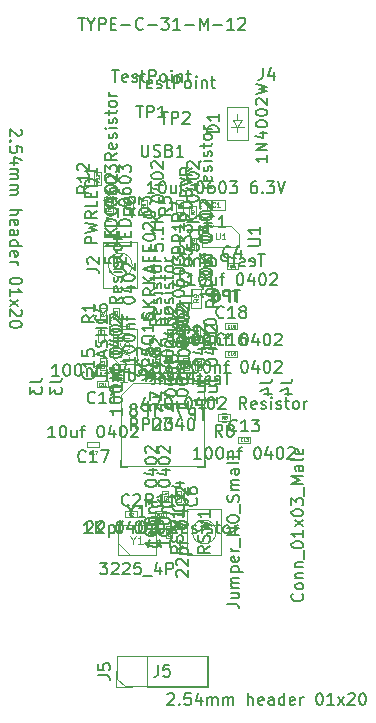
<source format=gbr>
G04 #@! TF.GenerationSoftware,KiCad,Pcbnew,(5.1.10)-1*
G04 #@! TF.CreationDate,2021-11-01T09:15:16+00:00*
G04 #@! TF.ProjectId,EnvOpenPico,456e764f-7065-46e5-9069-636f2e6b6963,REV1*
G04 #@! TF.SameCoordinates,Original*
G04 #@! TF.FileFunction,Other,Fab,Top*
%FSLAX46Y46*%
G04 Gerber Fmt 4.6, Leading zero omitted, Abs format (unit mm)*
G04 Created by KiCad (PCBNEW (5.1.10)-1) date 2021-11-01 09:15:16*
%MOMM*%
%LPD*%
G01*
G04 APERTURE LIST*
%ADD10C,0.100000*%
%ADD11C,0.120000*%
%ADD12C,0.150000*%
%ADD13C,0.110000*%
%ADD14C,0.040000*%
%ADD15C,0.060000*%
%ADD16C,0.075000*%
%ADD17C,0.105000*%
G04 APERTURE END LIST*
D10*
X100000000Y-80900000D02*
X99500000Y-80400000D01*
X101500000Y-80900000D02*
X100000000Y-80900000D01*
X101500000Y-77900000D02*
X101500000Y-80900000D01*
X99500000Y-77900000D02*
X101500000Y-77900000D01*
X99500000Y-80400000D02*
X99500000Y-77900000D01*
X105750000Y-93150000D02*
X108650000Y-93150000D01*
X105750000Y-97050000D02*
X105750000Y-93150000D01*
X108650000Y-97050000D02*
X105750000Y-97050000D01*
X108650000Y-93150000D02*
X108650000Y-97050000D01*
X108200000Y-95100000D02*
G75*
G03*
X108200000Y-95100000I-1000000J0D01*
G01*
X98448000Y-64643000D02*
X98448000Y-65693000D01*
X97908000Y-64643000D02*
X98448000Y-64643000D01*
X97908000Y-65693000D02*
X97908000Y-64643000D01*
X98448000Y-65693000D02*
X97908000Y-65693000D01*
X99500000Y-66700000D02*
X98700000Y-66700000D01*
X99500000Y-68300000D02*
X99500000Y-66700000D01*
X99000000Y-68300000D02*
X99500000Y-68300000D01*
X98700000Y-68000000D02*
X99000000Y-68300000D01*
X98700000Y-66700000D02*
X98700000Y-68000000D01*
X100400000Y-68300000D02*
X101200000Y-68300000D01*
X100400000Y-66700000D02*
X100400000Y-68300000D01*
X100900000Y-66700000D02*
X100400000Y-66700000D01*
X101200000Y-67000000D02*
X100900000Y-66700000D01*
X101200000Y-68300000D02*
X101200000Y-67000000D01*
X98650000Y-70550000D02*
X101550000Y-70550000D01*
X98650000Y-74450000D02*
X98650000Y-70550000D01*
X101550000Y-74450000D02*
X98650000Y-74450000D01*
X101550000Y-70550000D02*
X101550000Y-74450000D01*
X101100000Y-72500000D02*
G75*
G03*
X101100000Y-72500000I-1000000J0D01*
G01*
X105030000Y-77875000D02*
X105570000Y-77875000D01*
X105570000Y-77875000D02*
X105570000Y-78925000D01*
X105570000Y-78925000D02*
X105030000Y-78925000D01*
X105030000Y-78925000D02*
X105030000Y-77875000D01*
X104030000Y-77875000D02*
X104570000Y-77875000D01*
X104570000Y-77875000D02*
X104570000Y-78925000D01*
X104570000Y-78925000D02*
X104030000Y-78925000D01*
X104030000Y-78925000D02*
X104030000Y-77875000D01*
X103000000Y-93850000D02*
X103000000Y-93350000D01*
X103000000Y-93350000D02*
X104000000Y-93350000D01*
X104000000Y-93350000D02*
X104000000Y-93850000D01*
X104000000Y-93850000D02*
X103000000Y-93850000D01*
X104450000Y-95600000D02*
X103950000Y-95600000D01*
X103950000Y-95600000D02*
X103950000Y-94600000D01*
X103950000Y-94600000D02*
X104450000Y-94600000D01*
X104450000Y-94600000D02*
X104450000Y-95600000D01*
X106475000Y-70250000D02*
X106475000Y-71250000D01*
X105975000Y-70250000D02*
X106475000Y-70250000D01*
X105975000Y-71250000D02*
X105975000Y-70250000D01*
X106475000Y-71250000D02*
X105975000Y-71250000D01*
X110150000Y-71000000D02*
X107050000Y-71000000D01*
X107050000Y-71000000D02*
X107050000Y-69200000D01*
X109500000Y-69200000D02*
X107050000Y-69200000D01*
X110150000Y-71000000D02*
X110150000Y-69850000D01*
X109500000Y-69200000D02*
X110150000Y-69850000D01*
X98850000Y-80400000D02*
X98850000Y-81400000D01*
X98350000Y-80400000D02*
X98850000Y-80400000D01*
X98350000Y-81400000D02*
X98350000Y-80400000D01*
X98850000Y-81400000D02*
X98350000Y-81400000D01*
X109100000Y-61900000D02*
X109100000Y-59100000D01*
X109100000Y-59100000D02*
X110900000Y-59100000D01*
X110900000Y-59100000D02*
X110900000Y-61900000D01*
X110900000Y-61900000D02*
X109100000Y-61900000D01*
X110000000Y-61250000D02*
X110000000Y-60850000D01*
X110000000Y-60850000D02*
X109450000Y-60850000D01*
X110000000Y-60850000D02*
X110550000Y-60850000D01*
X110000000Y-60850000D02*
X109600000Y-60250000D01*
X109600000Y-60250000D02*
X110400000Y-60250000D01*
X110400000Y-60250000D02*
X110000000Y-60850000D01*
X110000000Y-60250000D02*
X110000000Y-59750000D01*
X99900000Y-94550000D02*
X99900000Y-97050000D01*
X99900000Y-97050000D02*
X103100000Y-97050000D01*
X103100000Y-97050000D02*
X103100000Y-94550000D01*
X103100000Y-94550000D02*
X99900000Y-94550000D01*
X99900000Y-96050000D02*
X100900000Y-97050000D01*
X100500000Y-93850000D02*
X100500000Y-93350000D01*
X100500000Y-93350000D02*
X101500000Y-93350000D01*
X101500000Y-93350000D02*
X101500000Y-93850000D01*
X101500000Y-93850000D02*
X100500000Y-93850000D01*
X102370000Y-68025000D02*
X101830000Y-68025000D01*
X101830000Y-68025000D02*
X101830000Y-66975000D01*
X101830000Y-66975000D02*
X102370000Y-66975000D01*
X102370000Y-66975000D02*
X102370000Y-68025000D01*
X110000000Y-77950000D02*
X109000000Y-77950000D01*
X110000000Y-77450000D02*
X110000000Y-77950000D01*
X109000000Y-77450000D02*
X110000000Y-77450000D01*
X109000000Y-77950000D02*
X109000000Y-77450000D01*
X110000000Y-80250000D02*
X109000000Y-80250000D01*
X110000000Y-79750000D02*
X110000000Y-80250000D01*
X109000000Y-79750000D02*
X110000000Y-79750000D01*
X109000000Y-80250000D02*
X109000000Y-79750000D01*
X110100000Y-72850000D02*
X109100000Y-72850000D01*
X110100000Y-72350000D02*
X110100000Y-72850000D01*
X109100000Y-72350000D02*
X110100000Y-72350000D01*
X109100000Y-72850000D02*
X109100000Y-72350000D01*
X107400000Y-67000000D02*
X109000000Y-67000000D01*
X107400000Y-67800000D02*
X107400000Y-67000000D01*
X109000000Y-67800000D02*
X107400000Y-67800000D01*
X109000000Y-67000000D02*
X109000000Y-67800000D01*
X106330000Y-78825000D02*
X106330000Y-77775000D01*
X106870000Y-78825000D02*
X106330000Y-78825000D01*
X106870000Y-77775000D02*
X106870000Y-78825000D01*
X106330000Y-77775000D02*
X106870000Y-77775000D01*
X106087500Y-76100000D02*
X106087500Y-74500000D01*
X106912500Y-76100000D02*
X106087500Y-76100000D01*
X106912500Y-74500000D02*
X106912500Y-76100000D01*
X106087500Y-74500000D02*
X106912500Y-74500000D01*
X98750000Y-79000000D02*
X98250000Y-79000000D01*
X98250000Y-79000000D02*
X98250000Y-78000000D01*
X98250000Y-78000000D02*
X98750000Y-78000000D01*
X98750000Y-78000000D02*
X98750000Y-79000000D01*
X99950000Y-76100000D02*
X99950000Y-77100000D01*
X99450000Y-76100000D02*
X99950000Y-76100000D01*
X99450000Y-77100000D02*
X99450000Y-76100000D01*
X99950000Y-77100000D02*
X99450000Y-77100000D01*
X106470000Y-68525000D02*
X105930000Y-68525000D01*
X105930000Y-68525000D02*
X105930000Y-67475000D01*
X105930000Y-67475000D02*
X106470000Y-67475000D01*
X106470000Y-67475000D02*
X106470000Y-68525000D01*
X104450000Y-80800000D02*
X103950000Y-80800000D01*
X103950000Y-80800000D02*
X103950000Y-79800000D01*
X103950000Y-79800000D02*
X104450000Y-79800000D01*
X104450000Y-79800000D02*
X104450000Y-80800000D01*
X105950000Y-81400000D02*
X105450000Y-81400000D01*
X105450000Y-81400000D02*
X105450000Y-80400000D01*
X105450000Y-80400000D02*
X105950000Y-80400000D01*
X105950000Y-80400000D02*
X105950000Y-81400000D01*
X103500000Y-80800000D02*
X103000000Y-80800000D01*
X103000000Y-80800000D02*
X103000000Y-79800000D01*
X103000000Y-79800000D02*
X103500000Y-79800000D01*
X103500000Y-79800000D02*
X103500000Y-80800000D01*
X105370000Y-68025000D02*
X104830000Y-68025000D01*
X104830000Y-68025000D02*
X104830000Y-66975000D01*
X104830000Y-66975000D02*
X105370000Y-66975000D01*
X105370000Y-66975000D02*
X105370000Y-68025000D01*
X98300000Y-87450000D02*
X98300000Y-87950000D01*
X98300000Y-87950000D02*
X97300000Y-87950000D01*
X97300000Y-87950000D02*
X97300000Y-87450000D01*
X97300000Y-87450000D02*
X98300000Y-87450000D01*
X106950000Y-81400000D02*
X106450000Y-81400000D01*
X106450000Y-81400000D02*
X106450000Y-80400000D01*
X106450000Y-80400000D02*
X106950000Y-80400000D01*
X106950000Y-80400000D02*
X106950000Y-81400000D01*
X103650000Y-91600000D02*
X104150000Y-91600000D01*
X104150000Y-91600000D02*
X104150000Y-92600000D01*
X104150000Y-92600000D02*
X103650000Y-92600000D01*
X103650000Y-92600000D02*
X103650000Y-91600000D01*
X110100000Y-87550000D02*
X110100000Y-87050000D01*
X110100000Y-87050000D02*
X111100000Y-87050000D01*
X111100000Y-87050000D02*
X111100000Y-87550000D01*
X111100000Y-87550000D02*
X110100000Y-87550000D01*
X98850000Y-77100000D02*
X98350000Y-77100000D01*
X98350000Y-77100000D02*
X98350000Y-76100000D01*
X98350000Y-76100000D02*
X98850000Y-76100000D01*
X98850000Y-76100000D02*
X98850000Y-77100000D01*
X99100000Y-82350000D02*
X99100000Y-82850000D01*
X99100000Y-82850000D02*
X98100000Y-82850000D01*
X98100000Y-82850000D02*
X98100000Y-82350000D01*
X98100000Y-82350000D02*
X99100000Y-82350000D01*
X104750000Y-91600000D02*
X105250000Y-91600000D01*
X105250000Y-91600000D02*
X105250000Y-92600000D01*
X105250000Y-92600000D02*
X104750000Y-92600000D01*
X104750000Y-92600000D02*
X104750000Y-91600000D01*
X109425000Y-85130000D02*
X109425000Y-85670000D01*
X109425000Y-85670000D02*
X108375000Y-85670000D01*
X108375000Y-85670000D02*
X108375000Y-85130000D01*
X108375000Y-85130000D02*
X109425000Y-85130000D01*
D11*
X109053641Y-85780000D02*
X108746359Y-85780000D01*
X109053641Y-85020000D02*
X108746359Y-85020000D01*
X106610000Y-82415000D02*
X107260000Y-82415000D01*
X107260000Y-82415000D02*
X107260000Y-83065000D01*
X100690000Y-89635000D02*
X100040000Y-89635000D01*
X100040000Y-89635000D02*
X100040000Y-88985000D01*
X106610000Y-89635000D02*
X107260000Y-89635000D01*
X107260000Y-89635000D02*
X107260000Y-88985000D01*
X100690000Y-82415000D02*
X100040000Y-82415000D01*
D10*
X101150000Y-82525000D02*
X107150000Y-82525000D01*
X107150000Y-82525000D02*
X107150000Y-89525000D01*
X107150000Y-89525000D02*
X100150000Y-89525000D01*
X100150000Y-89525000D02*
X100150000Y-83525000D01*
X100150000Y-83525000D02*
X101150000Y-82525000D01*
X99830000Y-107535000D02*
X99830000Y-105630000D01*
X99830000Y-105630000D02*
X107450000Y-105630000D01*
X107450000Y-105630000D02*
X107450000Y-108170000D01*
X107450000Y-108170000D02*
X100465000Y-108170000D01*
X100465000Y-108170000D02*
X99830000Y-107535000D01*
D11*
X107510000Y-108230000D02*
X107510000Y-105570000D01*
X102370000Y-108230000D02*
X107510000Y-108230000D01*
X102370000Y-105570000D02*
X107510000Y-105570000D01*
X102370000Y-108230000D02*
X102370000Y-105570000D01*
X101100000Y-108230000D02*
X99770000Y-108230000D01*
X99770000Y-108230000D02*
X99770000Y-106900000D01*
D12*
X103538095Y-59525380D02*
X104109523Y-59525380D01*
X103823809Y-60525380D02*
X103823809Y-59525380D01*
X104442857Y-60525380D02*
X104442857Y-59525380D01*
X104823809Y-59525380D01*
X104919047Y-59573000D01*
X104966666Y-59620619D01*
X105014285Y-59715857D01*
X105014285Y-59858714D01*
X104966666Y-59953952D01*
X104919047Y-60001571D01*
X104823809Y-60049190D01*
X104442857Y-60049190D01*
X105395238Y-59620619D02*
X105442857Y-59573000D01*
X105538095Y-59525380D01*
X105776190Y-59525380D01*
X105871428Y-59573000D01*
X105919047Y-59620619D01*
X105966666Y-59715857D01*
X105966666Y-59811095D01*
X105919047Y-59953952D01*
X105347619Y-60525380D01*
X105966666Y-60525380D01*
X101466666Y-56527380D02*
X102038095Y-56527380D01*
X101752380Y-57527380D02*
X101752380Y-56527380D01*
X102752380Y-57479761D02*
X102657142Y-57527380D01*
X102466666Y-57527380D01*
X102371428Y-57479761D01*
X102323809Y-57384523D01*
X102323809Y-57003571D01*
X102371428Y-56908333D01*
X102466666Y-56860714D01*
X102657142Y-56860714D01*
X102752380Y-56908333D01*
X102800000Y-57003571D01*
X102800000Y-57098809D01*
X102323809Y-57194047D01*
X103180952Y-57479761D02*
X103276190Y-57527380D01*
X103466666Y-57527380D01*
X103561904Y-57479761D01*
X103609523Y-57384523D01*
X103609523Y-57336904D01*
X103561904Y-57241666D01*
X103466666Y-57194047D01*
X103323809Y-57194047D01*
X103228571Y-57146428D01*
X103180952Y-57051190D01*
X103180952Y-57003571D01*
X103228571Y-56908333D01*
X103323809Y-56860714D01*
X103466666Y-56860714D01*
X103561904Y-56908333D01*
X103895238Y-56860714D02*
X104276190Y-56860714D01*
X104038095Y-56527380D02*
X104038095Y-57384523D01*
X104085714Y-57479761D01*
X104180952Y-57527380D01*
X104276190Y-57527380D01*
X104609523Y-57527380D02*
X104609523Y-56527380D01*
X104990476Y-56527380D01*
X105085714Y-56575000D01*
X105133333Y-56622619D01*
X105180952Y-56717857D01*
X105180952Y-56860714D01*
X105133333Y-56955952D01*
X105085714Y-57003571D01*
X104990476Y-57051190D01*
X104609523Y-57051190D01*
X105752380Y-57527380D02*
X105657142Y-57479761D01*
X105609523Y-57432142D01*
X105561904Y-57336904D01*
X105561904Y-57051190D01*
X105609523Y-56955952D01*
X105657142Y-56908333D01*
X105752380Y-56860714D01*
X105895238Y-56860714D01*
X105990476Y-56908333D01*
X106038095Y-56955952D01*
X106085714Y-57051190D01*
X106085714Y-57336904D01*
X106038095Y-57432142D01*
X105990476Y-57479761D01*
X105895238Y-57527380D01*
X105752380Y-57527380D01*
X106514285Y-57527380D02*
X106514285Y-56860714D01*
X106514285Y-56527380D02*
X106466666Y-56575000D01*
X106514285Y-56622619D01*
X106561904Y-56575000D01*
X106514285Y-56527380D01*
X106514285Y-56622619D01*
X106990476Y-56860714D02*
X106990476Y-57527380D01*
X106990476Y-56955952D02*
X107038095Y-56908333D01*
X107133333Y-56860714D01*
X107276190Y-56860714D01*
X107371428Y-56908333D01*
X107419047Y-57003571D01*
X107419047Y-57527380D01*
X107752380Y-56860714D02*
X108133333Y-56860714D01*
X107895238Y-56527380D02*
X107895238Y-57384523D01*
X107942857Y-57479761D01*
X108038095Y-57527380D01*
X108133333Y-57527380D01*
X103538095Y-59527380D02*
X104109523Y-59527380D01*
X103823809Y-60527380D02*
X103823809Y-59527380D01*
X104442857Y-60527380D02*
X104442857Y-59527380D01*
X104823809Y-59527380D01*
X104919047Y-59575000D01*
X104966666Y-59622619D01*
X105014285Y-59717857D01*
X105014285Y-59860714D01*
X104966666Y-59955952D01*
X104919047Y-60003571D01*
X104823809Y-60051190D01*
X104442857Y-60051190D01*
X105395238Y-59622619D02*
X105442857Y-59575000D01*
X105538095Y-59527380D01*
X105776190Y-59527380D01*
X105871428Y-59575000D01*
X105919047Y-59622619D01*
X105966666Y-59717857D01*
X105966666Y-59813095D01*
X105919047Y-59955952D01*
X105347619Y-60527380D01*
X105966666Y-60527380D01*
X101463095Y-59000380D02*
X102034523Y-59000380D01*
X101748809Y-60000380D02*
X101748809Y-59000380D01*
X102367857Y-60000380D02*
X102367857Y-59000380D01*
X102748809Y-59000380D01*
X102844047Y-59048000D01*
X102891666Y-59095619D01*
X102939285Y-59190857D01*
X102939285Y-59333714D01*
X102891666Y-59428952D01*
X102844047Y-59476571D01*
X102748809Y-59524190D01*
X102367857Y-59524190D01*
X103891666Y-60000380D02*
X103320238Y-60000380D01*
X103605952Y-60000380D02*
X103605952Y-59000380D01*
X103510714Y-59143238D01*
X103415476Y-59238476D01*
X103320238Y-59286095D01*
X99391666Y-56002380D02*
X99963095Y-56002380D01*
X99677380Y-57002380D02*
X99677380Y-56002380D01*
X100677380Y-56954761D02*
X100582142Y-57002380D01*
X100391666Y-57002380D01*
X100296428Y-56954761D01*
X100248809Y-56859523D01*
X100248809Y-56478571D01*
X100296428Y-56383333D01*
X100391666Y-56335714D01*
X100582142Y-56335714D01*
X100677380Y-56383333D01*
X100725000Y-56478571D01*
X100725000Y-56573809D01*
X100248809Y-56669047D01*
X101105952Y-56954761D02*
X101201190Y-57002380D01*
X101391666Y-57002380D01*
X101486904Y-56954761D01*
X101534523Y-56859523D01*
X101534523Y-56811904D01*
X101486904Y-56716666D01*
X101391666Y-56669047D01*
X101248809Y-56669047D01*
X101153571Y-56621428D01*
X101105952Y-56526190D01*
X101105952Y-56478571D01*
X101153571Y-56383333D01*
X101248809Y-56335714D01*
X101391666Y-56335714D01*
X101486904Y-56383333D01*
X101820238Y-56335714D02*
X102201190Y-56335714D01*
X101963095Y-56002380D02*
X101963095Y-56859523D01*
X102010714Y-56954761D01*
X102105952Y-57002380D01*
X102201190Y-57002380D01*
X102534523Y-57002380D02*
X102534523Y-56002380D01*
X102915476Y-56002380D01*
X103010714Y-56050000D01*
X103058333Y-56097619D01*
X103105952Y-56192857D01*
X103105952Y-56335714D01*
X103058333Y-56430952D01*
X103010714Y-56478571D01*
X102915476Y-56526190D01*
X102534523Y-56526190D01*
X103677380Y-57002380D02*
X103582142Y-56954761D01*
X103534523Y-56907142D01*
X103486904Y-56811904D01*
X103486904Y-56526190D01*
X103534523Y-56430952D01*
X103582142Y-56383333D01*
X103677380Y-56335714D01*
X103820238Y-56335714D01*
X103915476Y-56383333D01*
X103963095Y-56430952D01*
X104010714Y-56526190D01*
X104010714Y-56811904D01*
X103963095Y-56907142D01*
X103915476Y-56954761D01*
X103820238Y-57002380D01*
X103677380Y-57002380D01*
X104439285Y-57002380D02*
X104439285Y-56335714D01*
X104439285Y-56002380D02*
X104391666Y-56050000D01*
X104439285Y-56097619D01*
X104486904Y-56050000D01*
X104439285Y-56002380D01*
X104439285Y-56097619D01*
X104915476Y-56335714D02*
X104915476Y-57002380D01*
X104915476Y-56430952D02*
X104963095Y-56383333D01*
X105058333Y-56335714D01*
X105201190Y-56335714D01*
X105296428Y-56383333D01*
X105344047Y-56478571D01*
X105344047Y-57002380D01*
X105677380Y-56335714D02*
X106058333Y-56335714D01*
X105820238Y-56002380D02*
X105820238Y-56859523D01*
X105867857Y-56954761D01*
X105963095Y-57002380D01*
X106058333Y-57002380D01*
X101463095Y-59002380D02*
X102034523Y-59002380D01*
X101748809Y-60002380D02*
X101748809Y-59002380D01*
X102367857Y-60002380D02*
X102367857Y-59002380D01*
X102748809Y-59002380D01*
X102844047Y-59050000D01*
X102891666Y-59097619D01*
X102939285Y-59192857D01*
X102939285Y-59335714D01*
X102891666Y-59430952D01*
X102844047Y-59478571D01*
X102748809Y-59526190D01*
X102367857Y-59526190D01*
X103891666Y-60002380D02*
X103320238Y-60002380D01*
X103605952Y-60002380D02*
X103605952Y-59002380D01*
X103510714Y-59145238D01*
X103415476Y-59240476D01*
X103320238Y-59288095D01*
X98478571Y-81566666D02*
X98478571Y-81900000D01*
X99002380Y-81900000D02*
X98002380Y-81900000D01*
X98002380Y-81423809D01*
X99002380Y-80566666D02*
X99002380Y-81042857D01*
X98002380Y-81042857D01*
X98716666Y-80280952D02*
X98716666Y-79804761D01*
X99002380Y-80376190D02*
X98002380Y-80042857D01*
X99002380Y-79709523D01*
X98954761Y-79423809D02*
X99002380Y-79280952D01*
X99002380Y-79042857D01*
X98954761Y-78947619D01*
X98907142Y-78900000D01*
X98811904Y-78852380D01*
X98716666Y-78852380D01*
X98621428Y-78900000D01*
X98573809Y-78947619D01*
X98526190Y-79042857D01*
X98478571Y-79233333D01*
X98430952Y-79328571D01*
X98383333Y-79376190D01*
X98288095Y-79423809D01*
X98192857Y-79423809D01*
X98097619Y-79376190D01*
X98050000Y-79328571D01*
X98002380Y-79233333D01*
X98002380Y-78995238D01*
X98050000Y-78852380D01*
X99002380Y-78423809D02*
X98002380Y-78423809D01*
X98478571Y-78423809D02*
X98478571Y-77852380D01*
X99002380Y-77852380D02*
X98002380Y-77852380D01*
X99002380Y-76852380D02*
X99002380Y-77423809D01*
X99002380Y-77138095D02*
X98002380Y-77138095D01*
X98145238Y-77233333D01*
X98240476Y-77328571D01*
X98288095Y-77423809D01*
X101902380Y-82257142D02*
X102902380Y-82019047D01*
X102188095Y-81828571D01*
X102902380Y-81638095D01*
X101902380Y-81400000D01*
X101997619Y-81066666D02*
X101950000Y-81019047D01*
X101902380Y-80923809D01*
X101902380Y-80685714D01*
X101950000Y-80590476D01*
X101997619Y-80542857D01*
X102092857Y-80495238D01*
X102188095Y-80495238D01*
X102330952Y-80542857D01*
X102902380Y-81114285D01*
X102902380Y-80495238D01*
X101902380Y-79590476D02*
X101902380Y-80066666D01*
X102378571Y-80114285D01*
X102330952Y-80066666D01*
X102283333Y-79971428D01*
X102283333Y-79733333D01*
X102330952Y-79638095D01*
X102378571Y-79590476D01*
X102473809Y-79542857D01*
X102711904Y-79542857D01*
X102807142Y-79590476D01*
X102854761Y-79638095D01*
X102902380Y-79733333D01*
X102902380Y-79971428D01*
X102854761Y-80066666D01*
X102807142Y-80114285D01*
X102997619Y-78447619D02*
X102950000Y-78542857D01*
X102854761Y-78638095D01*
X102711904Y-78780952D01*
X102664285Y-78876190D01*
X102664285Y-78971428D01*
X102902380Y-78923809D02*
X102854761Y-79019047D01*
X102759523Y-79114285D01*
X102569047Y-79161904D01*
X102235714Y-79161904D01*
X102045238Y-79114285D01*
X101950000Y-79019047D01*
X101902380Y-78923809D01*
X101902380Y-78733333D01*
X101950000Y-78638095D01*
X102045238Y-78542857D01*
X102235714Y-78495238D01*
X102569047Y-78495238D01*
X102759523Y-78542857D01*
X102854761Y-78638095D01*
X102902380Y-78733333D01*
X102902380Y-78923809D01*
X102902380Y-77542857D02*
X102902380Y-78114285D01*
X102902380Y-77828571D02*
X101902380Y-77828571D01*
X102045238Y-77923809D01*
X102140476Y-78019047D01*
X102188095Y-78114285D01*
X101902380Y-76685714D02*
X101902380Y-76876190D01*
X101950000Y-76971428D01*
X101997619Y-77019047D01*
X102140476Y-77114285D01*
X102330952Y-77161904D01*
X102711904Y-77161904D01*
X102807142Y-77114285D01*
X102854761Y-77066666D01*
X102902380Y-76971428D01*
X102902380Y-76780952D01*
X102854761Y-76685714D01*
X102807142Y-76638095D01*
X102711904Y-76590476D01*
X102473809Y-76590476D01*
X102378571Y-76638095D01*
X102330952Y-76685714D01*
X102283333Y-76780952D01*
X102283333Y-76971428D01*
X102330952Y-77066666D01*
X102378571Y-77114285D01*
X102473809Y-77161904D01*
D13*
X100446428Y-81025000D02*
X100446428Y-81275000D01*
X100839285Y-81275000D02*
X100089285Y-81275000D01*
X100089285Y-80917857D01*
X100839285Y-80275000D02*
X100839285Y-80632142D01*
X100089285Y-80632142D01*
X100625000Y-80060714D02*
X100625000Y-79703571D01*
X100839285Y-80132142D02*
X100089285Y-79882142D01*
X100839285Y-79632142D01*
X100803571Y-79417857D02*
X100839285Y-79310714D01*
X100839285Y-79132142D01*
X100803571Y-79060714D01*
X100767857Y-79025000D01*
X100696428Y-78989285D01*
X100625000Y-78989285D01*
X100553571Y-79025000D01*
X100517857Y-79060714D01*
X100482142Y-79132142D01*
X100446428Y-79275000D01*
X100410714Y-79346428D01*
X100375000Y-79382142D01*
X100303571Y-79417857D01*
X100232142Y-79417857D01*
X100160714Y-79382142D01*
X100125000Y-79346428D01*
X100089285Y-79275000D01*
X100089285Y-79096428D01*
X100125000Y-78989285D01*
X100839285Y-78667857D02*
X100089285Y-78667857D01*
X100446428Y-78667857D02*
X100446428Y-78239285D01*
X100839285Y-78239285D02*
X100089285Y-78239285D01*
X100839285Y-77489285D02*
X100839285Y-77917857D01*
X100839285Y-77703571D02*
X100089285Y-77703571D01*
X100196428Y-77775000D01*
X100267857Y-77846428D01*
X100303571Y-77917857D01*
D12*
X105402380Y-96314285D02*
X104926190Y-96647619D01*
X105402380Y-96885714D02*
X104402380Y-96885714D01*
X104402380Y-96504761D01*
X104450000Y-96409523D01*
X104497619Y-96361904D01*
X104592857Y-96314285D01*
X104735714Y-96314285D01*
X104830952Y-96361904D01*
X104878571Y-96409523D01*
X104926190Y-96504761D01*
X104926190Y-96885714D01*
X105354761Y-95933333D02*
X105402380Y-95790476D01*
X105402380Y-95552380D01*
X105354761Y-95457142D01*
X105307142Y-95409523D01*
X105211904Y-95361904D01*
X105116666Y-95361904D01*
X105021428Y-95409523D01*
X104973809Y-95457142D01*
X104926190Y-95552380D01*
X104878571Y-95742857D01*
X104830952Y-95838095D01*
X104783333Y-95885714D01*
X104688095Y-95933333D01*
X104592857Y-95933333D01*
X104497619Y-95885714D01*
X104450000Y-95838095D01*
X104402380Y-95742857D01*
X104402380Y-95504761D01*
X104450000Y-95361904D01*
X104402380Y-95028571D02*
X105402380Y-94790476D01*
X104688095Y-94600000D01*
X105402380Y-94409523D01*
X104402380Y-94171428D01*
X105402380Y-93266666D02*
X105402380Y-93838095D01*
X105402380Y-93552380D02*
X104402380Y-93552380D01*
X104545238Y-93647619D01*
X104640476Y-93742857D01*
X104688095Y-93838095D01*
X109152380Y-101195238D02*
X109866666Y-101195238D01*
X110009523Y-101242857D01*
X110104761Y-101338095D01*
X110152380Y-101480952D01*
X110152380Y-101576190D01*
X109485714Y-100290476D02*
X110152380Y-100290476D01*
X109485714Y-100719047D02*
X110009523Y-100719047D01*
X110104761Y-100671428D01*
X110152380Y-100576190D01*
X110152380Y-100433333D01*
X110104761Y-100338095D01*
X110057142Y-100290476D01*
X110152380Y-99814285D02*
X109485714Y-99814285D01*
X109580952Y-99814285D02*
X109533333Y-99766666D01*
X109485714Y-99671428D01*
X109485714Y-99528571D01*
X109533333Y-99433333D01*
X109628571Y-99385714D01*
X110152380Y-99385714D01*
X109628571Y-99385714D02*
X109533333Y-99338095D01*
X109485714Y-99242857D01*
X109485714Y-99100000D01*
X109533333Y-99004761D01*
X109628571Y-98957142D01*
X110152380Y-98957142D01*
X109485714Y-98480952D02*
X110485714Y-98480952D01*
X109533333Y-98480952D02*
X109485714Y-98385714D01*
X109485714Y-98195238D01*
X109533333Y-98100000D01*
X109580952Y-98052380D01*
X109676190Y-98004761D01*
X109961904Y-98004761D01*
X110057142Y-98052380D01*
X110104761Y-98100000D01*
X110152380Y-98195238D01*
X110152380Y-98385714D01*
X110104761Y-98480952D01*
X110104761Y-97195238D02*
X110152380Y-97290476D01*
X110152380Y-97480952D01*
X110104761Y-97576190D01*
X110009523Y-97623809D01*
X109628571Y-97623809D01*
X109533333Y-97576190D01*
X109485714Y-97480952D01*
X109485714Y-97290476D01*
X109533333Y-97195238D01*
X109628571Y-97147619D01*
X109723809Y-97147619D01*
X109819047Y-97623809D01*
X110152380Y-96719047D02*
X109485714Y-96719047D01*
X109676190Y-96719047D02*
X109580952Y-96671428D01*
X109533333Y-96623809D01*
X109485714Y-96528571D01*
X109485714Y-96433333D01*
X110247619Y-96338095D02*
X110247619Y-95576190D01*
X110152380Y-95338095D02*
X109152380Y-95338095D01*
X110152380Y-94766666D01*
X109152380Y-94766666D01*
X109152380Y-94100000D02*
X109152380Y-93909523D01*
X109200000Y-93814285D01*
X109295238Y-93719047D01*
X109485714Y-93671428D01*
X109819047Y-93671428D01*
X110009523Y-93719047D01*
X110104761Y-93814285D01*
X110152380Y-93909523D01*
X110152380Y-94100000D01*
X110104761Y-94195238D01*
X110009523Y-94290476D01*
X109819047Y-94338095D01*
X109485714Y-94338095D01*
X109295238Y-94290476D01*
X109200000Y-94195238D01*
X109152380Y-94100000D01*
X110247619Y-93480952D02*
X110247619Y-92719047D01*
X110104761Y-92528571D02*
X110152380Y-92385714D01*
X110152380Y-92147619D01*
X110104761Y-92052380D01*
X110057142Y-92004761D01*
X109961904Y-91957142D01*
X109866666Y-91957142D01*
X109771428Y-92004761D01*
X109723809Y-92052380D01*
X109676190Y-92147619D01*
X109628571Y-92338095D01*
X109580952Y-92433333D01*
X109533333Y-92480952D01*
X109438095Y-92528571D01*
X109342857Y-92528571D01*
X109247619Y-92480952D01*
X109200000Y-92433333D01*
X109152380Y-92338095D01*
X109152380Y-92100000D01*
X109200000Y-91957142D01*
X110152380Y-91528571D02*
X109485714Y-91528571D01*
X109580952Y-91528571D02*
X109533333Y-91480952D01*
X109485714Y-91385714D01*
X109485714Y-91242857D01*
X109533333Y-91147619D01*
X109628571Y-91100000D01*
X110152380Y-91100000D01*
X109628571Y-91100000D02*
X109533333Y-91052380D01*
X109485714Y-90957142D01*
X109485714Y-90814285D01*
X109533333Y-90719047D01*
X109628571Y-90671428D01*
X110152380Y-90671428D01*
X110152380Y-89766666D02*
X109628571Y-89766666D01*
X109533333Y-89814285D01*
X109485714Y-89909523D01*
X109485714Y-90100000D01*
X109533333Y-90195238D01*
X110104761Y-89766666D02*
X110152380Y-89861904D01*
X110152380Y-90100000D01*
X110104761Y-90195238D01*
X110009523Y-90242857D01*
X109914285Y-90242857D01*
X109819047Y-90195238D01*
X109771428Y-90100000D01*
X109771428Y-89861904D01*
X109723809Y-89766666D01*
X110152380Y-89147619D02*
X110104761Y-89242857D01*
X110009523Y-89290476D01*
X109152380Y-89290476D01*
X110152380Y-88623809D02*
X110104761Y-88719047D01*
X110009523Y-88766666D01*
X109152380Y-88766666D01*
X107652380Y-96314285D02*
X107176190Y-96647619D01*
X107652380Y-96885714D02*
X106652380Y-96885714D01*
X106652380Y-96504761D01*
X106700000Y-96409523D01*
X106747619Y-96361904D01*
X106842857Y-96314285D01*
X106985714Y-96314285D01*
X107080952Y-96361904D01*
X107128571Y-96409523D01*
X107176190Y-96504761D01*
X107176190Y-96885714D01*
X107604761Y-95933333D02*
X107652380Y-95790476D01*
X107652380Y-95552380D01*
X107604761Y-95457142D01*
X107557142Y-95409523D01*
X107461904Y-95361904D01*
X107366666Y-95361904D01*
X107271428Y-95409523D01*
X107223809Y-95457142D01*
X107176190Y-95552380D01*
X107128571Y-95742857D01*
X107080952Y-95838095D01*
X107033333Y-95885714D01*
X106938095Y-95933333D01*
X106842857Y-95933333D01*
X106747619Y-95885714D01*
X106700000Y-95838095D01*
X106652380Y-95742857D01*
X106652380Y-95504761D01*
X106700000Y-95361904D01*
X106652380Y-95028571D02*
X107652380Y-94790476D01*
X106938095Y-94600000D01*
X107652380Y-94409523D01*
X106652380Y-94171428D01*
X107652380Y-93266666D02*
X107652380Y-93838095D01*
X107652380Y-93552380D02*
X106652380Y-93552380D01*
X106795238Y-93647619D01*
X106890476Y-93742857D01*
X106938095Y-93838095D01*
X112166666Y-55822380D02*
X112166666Y-56536666D01*
X112119047Y-56679523D01*
X112023809Y-56774761D01*
X111880952Y-56822380D01*
X111785714Y-56822380D01*
X113071428Y-56155714D02*
X113071428Y-56822380D01*
X112833333Y-55774761D02*
X112595238Y-56489047D01*
X113214285Y-56489047D01*
X104095238Y-108837619D02*
X104142857Y-108790000D01*
X104238095Y-108742380D01*
X104476190Y-108742380D01*
X104571428Y-108790000D01*
X104619047Y-108837619D01*
X104666666Y-108932857D01*
X104666666Y-109028095D01*
X104619047Y-109170952D01*
X104047619Y-109742380D01*
X104666666Y-109742380D01*
X105095238Y-109647142D02*
X105142857Y-109694761D01*
X105095238Y-109742380D01*
X105047619Y-109694761D01*
X105095238Y-109647142D01*
X105095238Y-109742380D01*
X106047619Y-108742380D02*
X105571428Y-108742380D01*
X105523809Y-109218571D01*
X105571428Y-109170952D01*
X105666666Y-109123333D01*
X105904761Y-109123333D01*
X106000000Y-109170952D01*
X106047619Y-109218571D01*
X106095238Y-109313809D01*
X106095238Y-109551904D01*
X106047619Y-109647142D01*
X106000000Y-109694761D01*
X105904761Y-109742380D01*
X105666666Y-109742380D01*
X105571428Y-109694761D01*
X105523809Y-109647142D01*
X106952380Y-109075714D02*
X106952380Y-109742380D01*
X106714285Y-108694761D02*
X106476190Y-109409047D01*
X107095238Y-109409047D01*
X107476190Y-109742380D02*
X107476190Y-109075714D01*
X107476190Y-109170952D02*
X107523809Y-109123333D01*
X107619047Y-109075714D01*
X107761904Y-109075714D01*
X107857142Y-109123333D01*
X107904761Y-109218571D01*
X107904761Y-109742380D01*
X107904761Y-109218571D02*
X107952380Y-109123333D01*
X108047619Y-109075714D01*
X108190476Y-109075714D01*
X108285714Y-109123333D01*
X108333333Y-109218571D01*
X108333333Y-109742380D01*
X108809523Y-109742380D02*
X108809523Y-109075714D01*
X108809523Y-109170952D02*
X108857142Y-109123333D01*
X108952380Y-109075714D01*
X109095238Y-109075714D01*
X109190476Y-109123333D01*
X109238095Y-109218571D01*
X109238095Y-109742380D01*
X109238095Y-109218571D02*
X109285714Y-109123333D01*
X109380952Y-109075714D01*
X109523809Y-109075714D01*
X109619047Y-109123333D01*
X109666666Y-109218571D01*
X109666666Y-109742380D01*
X110904761Y-109742380D02*
X110904761Y-108742380D01*
X111333333Y-109742380D02*
X111333333Y-109218571D01*
X111285714Y-109123333D01*
X111190476Y-109075714D01*
X111047619Y-109075714D01*
X110952380Y-109123333D01*
X110904761Y-109170952D01*
X112190476Y-109694761D02*
X112095238Y-109742380D01*
X111904761Y-109742380D01*
X111809523Y-109694761D01*
X111761904Y-109599523D01*
X111761904Y-109218571D01*
X111809523Y-109123333D01*
X111904761Y-109075714D01*
X112095238Y-109075714D01*
X112190476Y-109123333D01*
X112238095Y-109218571D01*
X112238095Y-109313809D01*
X111761904Y-109409047D01*
X113095238Y-109742380D02*
X113095238Y-109218571D01*
X113047619Y-109123333D01*
X112952380Y-109075714D01*
X112761904Y-109075714D01*
X112666666Y-109123333D01*
X113095238Y-109694761D02*
X113000000Y-109742380D01*
X112761904Y-109742380D01*
X112666666Y-109694761D01*
X112619047Y-109599523D01*
X112619047Y-109504285D01*
X112666666Y-109409047D01*
X112761904Y-109361428D01*
X113000000Y-109361428D01*
X113095238Y-109313809D01*
X114000000Y-109742380D02*
X114000000Y-108742380D01*
X114000000Y-109694761D02*
X113904761Y-109742380D01*
X113714285Y-109742380D01*
X113619047Y-109694761D01*
X113571428Y-109647142D01*
X113523809Y-109551904D01*
X113523809Y-109266190D01*
X113571428Y-109170952D01*
X113619047Y-109123333D01*
X113714285Y-109075714D01*
X113904761Y-109075714D01*
X114000000Y-109123333D01*
X114857142Y-109694761D02*
X114761904Y-109742380D01*
X114571428Y-109742380D01*
X114476190Y-109694761D01*
X114428571Y-109599523D01*
X114428571Y-109218571D01*
X114476190Y-109123333D01*
X114571428Y-109075714D01*
X114761904Y-109075714D01*
X114857142Y-109123333D01*
X114904761Y-109218571D01*
X114904761Y-109313809D01*
X114428571Y-109409047D01*
X115333333Y-109742380D02*
X115333333Y-109075714D01*
X115333333Y-109266190D02*
X115380952Y-109170952D01*
X115428571Y-109123333D01*
X115523809Y-109075714D01*
X115619047Y-109075714D01*
X116904761Y-108742380D02*
X117000000Y-108742380D01*
X117095238Y-108790000D01*
X117142857Y-108837619D01*
X117190476Y-108932857D01*
X117238095Y-109123333D01*
X117238095Y-109361428D01*
X117190476Y-109551904D01*
X117142857Y-109647142D01*
X117095238Y-109694761D01*
X117000000Y-109742380D01*
X116904761Y-109742380D01*
X116809523Y-109694761D01*
X116761904Y-109647142D01*
X116714285Y-109551904D01*
X116666666Y-109361428D01*
X116666666Y-109123333D01*
X116714285Y-108932857D01*
X116761904Y-108837619D01*
X116809523Y-108790000D01*
X116904761Y-108742380D01*
X118190476Y-109742380D02*
X117619047Y-109742380D01*
X117904761Y-109742380D02*
X117904761Y-108742380D01*
X117809523Y-108885238D01*
X117714285Y-108980476D01*
X117619047Y-109028095D01*
X118523809Y-109742380D02*
X119047619Y-109075714D01*
X118523809Y-109075714D02*
X119047619Y-109742380D01*
X119380952Y-108837619D02*
X119428571Y-108790000D01*
X119523809Y-108742380D01*
X119761904Y-108742380D01*
X119857142Y-108790000D01*
X119904761Y-108837619D01*
X119952380Y-108932857D01*
X119952380Y-109028095D01*
X119904761Y-109170952D01*
X119333333Y-109742380D01*
X119952380Y-109742380D01*
X120571428Y-108742380D02*
X120666666Y-108742380D01*
X120761904Y-108790000D01*
X120809523Y-108837619D01*
X120857142Y-108932857D01*
X120904761Y-109123333D01*
X120904761Y-109361428D01*
X120857142Y-109551904D01*
X120809523Y-109647142D01*
X120761904Y-109694761D01*
X120666666Y-109742380D01*
X120571428Y-109742380D01*
X120476190Y-109694761D01*
X120428571Y-109647142D01*
X120380952Y-109551904D01*
X120333333Y-109361428D01*
X120333333Y-109123333D01*
X120380952Y-108932857D01*
X120428571Y-108837619D01*
X120476190Y-108790000D01*
X120571428Y-108742380D01*
X113672380Y-82496666D02*
X114386666Y-82496666D01*
X114529523Y-82449047D01*
X114624761Y-82353809D01*
X114672380Y-82210952D01*
X114672380Y-82115714D01*
X114005714Y-83401428D02*
X114672380Y-83401428D01*
X113624761Y-83163333D02*
X114339047Y-82925238D01*
X114339047Y-83544285D01*
X111952380Y-82496666D02*
X112666666Y-82496666D01*
X112809523Y-82449047D01*
X112904761Y-82353809D01*
X112952380Y-82210952D01*
X112952380Y-82115714D01*
X112285714Y-83401428D02*
X112952380Y-83401428D01*
X111904761Y-83163333D02*
X112619047Y-82925238D01*
X112619047Y-83544285D01*
X91652380Y-60995238D02*
X91700000Y-61042857D01*
X91747619Y-61138095D01*
X91747619Y-61376190D01*
X91700000Y-61471428D01*
X91652380Y-61519047D01*
X91557142Y-61566666D01*
X91461904Y-61566666D01*
X91319047Y-61519047D01*
X90747619Y-60947619D01*
X90747619Y-61566666D01*
X90842857Y-61995238D02*
X90795238Y-62042857D01*
X90747619Y-61995238D01*
X90795238Y-61947619D01*
X90842857Y-61995238D01*
X90747619Y-61995238D01*
X91747619Y-62947619D02*
X91747619Y-62471428D01*
X91271428Y-62423809D01*
X91319047Y-62471428D01*
X91366666Y-62566666D01*
X91366666Y-62804761D01*
X91319047Y-62900000D01*
X91271428Y-62947619D01*
X91176190Y-62995238D01*
X90938095Y-62995238D01*
X90842857Y-62947619D01*
X90795238Y-62900000D01*
X90747619Y-62804761D01*
X90747619Y-62566666D01*
X90795238Y-62471428D01*
X90842857Y-62423809D01*
X91414285Y-63852380D02*
X90747619Y-63852380D01*
X91795238Y-63614285D02*
X91080952Y-63376190D01*
X91080952Y-63995238D01*
X90747619Y-64376190D02*
X91414285Y-64376190D01*
X91319047Y-64376190D02*
X91366666Y-64423809D01*
X91414285Y-64519047D01*
X91414285Y-64661904D01*
X91366666Y-64757142D01*
X91271428Y-64804761D01*
X90747619Y-64804761D01*
X91271428Y-64804761D02*
X91366666Y-64852380D01*
X91414285Y-64947619D01*
X91414285Y-65090476D01*
X91366666Y-65185714D01*
X91271428Y-65233333D01*
X90747619Y-65233333D01*
X90747619Y-65709523D02*
X91414285Y-65709523D01*
X91319047Y-65709523D02*
X91366666Y-65757142D01*
X91414285Y-65852380D01*
X91414285Y-65995238D01*
X91366666Y-66090476D01*
X91271428Y-66138095D01*
X90747619Y-66138095D01*
X91271428Y-66138095D02*
X91366666Y-66185714D01*
X91414285Y-66280952D01*
X91414285Y-66423809D01*
X91366666Y-66519047D01*
X91271428Y-66566666D01*
X90747619Y-66566666D01*
X90747619Y-67804761D02*
X91747619Y-67804761D01*
X90747619Y-68233333D02*
X91271428Y-68233333D01*
X91366666Y-68185714D01*
X91414285Y-68090476D01*
X91414285Y-67947619D01*
X91366666Y-67852380D01*
X91319047Y-67804761D01*
X90795238Y-69090476D02*
X90747619Y-68995238D01*
X90747619Y-68804761D01*
X90795238Y-68709523D01*
X90890476Y-68661904D01*
X91271428Y-68661904D01*
X91366666Y-68709523D01*
X91414285Y-68804761D01*
X91414285Y-68995238D01*
X91366666Y-69090476D01*
X91271428Y-69138095D01*
X91176190Y-69138095D01*
X91080952Y-68661904D01*
X90747619Y-69995238D02*
X91271428Y-69995238D01*
X91366666Y-69947619D01*
X91414285Y-69852380D01*
X91414285Y-69661904D01*
X91366666Y-69566666D01*
X90795238Y-69995238D02*
X90747619Y-69900000D01*
X90747619Y-69661904D01*
X90795238Y-69566666D01*
X90890476Y-69519047D01*
X90985714Y-69519047D01*
X91080952Y-69566666D01*
X91128571Y-69661904D01*
X91128571Y-69900000D01*
X91176190Y-69995238D01*
X90747619Y-70900000D02*
X91747619Y-70900000D01*
X90795238Y-70900000D02*
X90747619Y-70804761D01*
X90747619Y-70614285D01*
X90795238Y-70519047D01*
X90842857Y-70471428D01*
X90938095Y-70423809D01*
X91223809Y-70423809D01*
X91319047Y-70471428D01*
X91366666Y-70519047D01*
X91414285Y-70614285D01*
X91414285Y-70804761D01*
X91366666Y-70900000D01*
X90795238Y-71757142D02*
X90747619Y-71661904D01*
X90747619Y-71471428D01*
X90795238Y-71376190D01*
X90890476Y-71328571D01*
X91271428Y-71328571D01*
X91366666Y-71376190D01*
X91414285Y-71471428D01*
X91414285Y-71661904D01*
X91366666Y-71757142D01*
X91271428Y-71804761D01*
X91176190Y-71804761D01*
X91080952Y-71328571D01*
X90747619Y-72233333D02*
X91414285Y-72233333D01*
X91223809Y-72233333D02*
X91319047Y-72280952D01*
X91366666Y-72328571D01*
X91414285Y-72423809D01*
X91414285Y-72519047D01*
X91747619Y-73804761D02*
X91747619Y-73900000D01*
X91700000Y-73995238D01*
X91652380Y-74042857D01*
X91557142Y-74090476D01*
X91366666Y-74138095D01*
X91128571Y-74138095D01*
X90938095Y-74090476D01*
X90842857Y-74042857D01*
X90795238Y-73995238D01*
X90747619Y-73900000D01*
X90747619Y-73804761D01*
X90795238Y-73709523D01*
X90842857Y-73661904D01*
X90938095Y-73614285D01*
X91128571Y-73566666D01*
X91366666Y-73566666D01*
X91557142Y-73614285D01*
X91652380Y-73661904D01*
X91700000Y-73709523D01*
X91747619Y-73804761D01*
X90747619Y-75090476D02*
X90747619Y-74519047D01*
X90747619Y-74804761D02*
X91747619Y-74804761D01*
X91604761Y-74709523D01*
X91509523Y-74614285D01*
X91461904Y-74519047D01*
X90747619Y-75423809D02*
X91414285Y-75947619D01*
X91414285Y-75423809D02*
X90747619Y-75947619D01*
X91652380Y-76280952D02*
X91700000Y-76328571D01*
X91747619Y-76423809D01*
X91747619Y-76661904D01*
X91700000Y-76757142D01*
X91652380Y-76804761D01*
X91557142Y-76852380D01*
X91461904Y-76852380D01*
X91319047Y-76804761D01*
X90747619Y-76233333D01*
X90747619Y-76852380D01*
X91747619Y-77471428D02*
X91747619Y-77566666D01*
X91700000Y-77661904D01*
X91652380Y-77709523D01*
X91557142Y-77757142D01*
X91366666Y-77804761D01*
X91128571Y-77804761D01*
X90938095Y-77757142D01*
X90842857Y-77709523D01*
X90795238Y-77661904D01*
X90747619Y-77566666D01*
X90747619Y-77471428D01*
X90795238Y-77376190D01*
X90842857Y-77328571D01*
X90938095Y-77280952D01*
X91128571Y-77233333D01*
X91366666Y-77233333D01*
X91557142Y-77280952D01*
X91652380Y-77328571D01*
X91700000Y-77376190D01*
X91747619Y-77471428D01*
X92452380Y-82426666D02*
X93166666Y-82426666D01*
X93309523Y-82379047D01*
X93404761Y-82283809D01*
X93452380Y-82140952D01*
X93452380Y-82045714D01*
X92452380Y-82807619D02*
X92452380Y-83426666D01*
X92833333Y-83093333D01*
X92833333Y-83236190D01*
X92880952Y-83331428D01*
X92928571Y-83379047D01*
X93023809Y-83426666D01*
X93261904Y-83426666D01*
X93357142Y-83379047D01*
X93404761Y-83331428D01*
X93452380Y-83236190D01*
X93452380Y-82950476D01*
X93404761Y-82855238D01*
X93357142Y-82807619D01*
X94152380Y-82436666D02*
X94866666Y-82436666D01*
X95009523Y-82389047D01*
X95104761Y-82293809D01*
X95152380Y-82150952D01*
X95152380Y-82055714D01*
X94152380Y-82817619D02*
X94152380Y-83436666D01*
X94533333Y-83103333D01*
X94533333Y-83246190D01*
X94580952Y-83341428D01*
X94628571Y-83389047D01*
X94723809Y-83436666D01*
X94961904Y-83436666D01*
X95057142Y-83389047D01*
X95104761Y-83341428D01*
X95152380Y-83246190D01*
X95152380Y-82960476D01*
X95104761Y-82865238D01*
X95057142Y-82817619D01*
X97460380Y-65810857D02*
X96984190Y-66144190D01*
X97460380Y-66382285D02*
X96460380Y-66382285D01*
X96460380Y-66001333D01*
X96508000Y-65906095D01*
X96555619Y-65858476D01*
X96650857Y-65810857D01*
X96793714Y-65810857D01*
X96888952Y-65858476D01*
X96936571Y-65906095D01*
X96984190Y-66001333D01*
X96984190Y-66382285D01*
X97460380Y-64858476D02*
X97460380Y-65429904D01*
X97460380Y-65144190D02*
X96460380Y-65144190D01*
X96603238Y-65239428D01*
X96698476Y-65334666D01*
X96746095Y-65429904D01*
X96555619Y-64477523D02*
X96508000Y-64429904D01*
X96460380Y-64334666D01*
X96460380Y-64096571D01*
X96508000Y-64001333D01*
X96555619Y-63953714D01*
X96650857Y-63906095D01*
X96746095Y-63906095D01*
X96888952Y-63953714D01*
X97460380Y-64525142D01*
X97460380Y-63906095D01*
X98800380Y-71834666D02*
X98800380Y-72310857D01*
X99276571Y-72358476D01*
X99228952Y-72310857D01*
X99181333Y-72215619D01*
X99181333Y-71977523D01*
X99228952Y-71882285D01*
X99276571Y-71834666D01*
X99371809Y-71787047D01*
X99609904Y-71787047D01*
X99705142Y-71834666D01*
X99752761Y-71882285D01*
X99800380Y-71977523D01*
X99800380Y-72215619D01*
X99752761Y-72310857D01*
X99705142Y-72358476D01*
X99705142Y-71358476D02*
X99752761Y-71310857D01*
X99800380Y-71358476D01*
X99752761Y-71406095D01*
X99705142Y-71358476D01*
X99800380Y-71358476D01*
X99800380Y-70358476D02*
X99800380Y-70929904D01*
X99800380Y-70644190D02*
X98800380Y-70644190D01*
X98943238Y-70739428D01*
X99038476Y-70834666D01*
X99086095Y-70929904D01*
X99800380Y-69929904D02*
X98800380Y-69929904D01*
X99800380Y-69358476D02*
X99228952Y-69787047D01*
X98800380Y-69358476D02*
X99371809Y-69929904D01*
X98800380Y-67977523D02*
X98800380Y-67882285D01*
X98848000Y-67787047D01*
X98895619Y-67739428D01*
X98990857Y-67691809D01*
X99181333Y-67644190D01*
X99419428Y-67644190D01*
X99609904Y-67691809D01*
X99705142Y-67739428D01*
X99752761Y-67787047D01*
X99800380Y-67882285D01*
X99800380Y-67977523D01*
X99752761Y-68072761D01*
X99705142Y-68120380D01*
X99609904Y-68168000D01*
X99419428Y-68215619D01*
X99181333Y-68215619D01*
X98990857Y-68168000D01*
X98895619Y-68120380D01*
X98848000Y-68072761D01*
X98800380Y-67977523D01*
X99133714Y-66787047D02*
X99800380Y-66787047D01*
X98752761Y-67025142D02*
X99467047Y-67263238D01*
X99467047Y-66644190D01*
X98800380Y-66072761D02*
X98800380Y-65977523D01*
X98848000Y-65882285D01*
X98895619Y-65834666D01*
X98990857Y-65787047D01*
X99181333Y-65739428D01*
X99419428Y-65739428D01*
X99609904Y-65787047D01*
X99705142Y-65834666D01*
X99752761Y-65882285D01*
X99800380Y-65977523D01*
X99800380Y-66072761D01*
X99752761Y-66168000D01*
X99705142Y-66215619D01*
X99609904Y-66263238D01*
X99419428Y-66310857D01*
X99181333Y-66310857D01*
X98990857Y-66263238D01*
X98895619Y-66215619D01*
X98848000Y-66168000D01*
X98800380Y-66072761D01*
X98895619Y-65358476D02*
X98848000Y-65310857D01*
X98800380Y-65215619D01*
X98800380Y-64977523D01*
X98848000Y-64882285D01*
X98895619Y-64834666D01*
X98990857Y-64787047D01*
X99086095Y-64787047D01*
X99228952Y-64834666D01*
X99800380Y-65406095D01*
X99800380Y-64787047D01*
X99800380Y-63025142D02*
X99324190Y-63358476D01*
X99800380Y-63596571D02*
X98800380Y-63596571D01*
X98800380Y-63215619D01*
X98848000Y-63120380D01*
X98895619Y-63072761D01*
X98990857Y-63025142D01*
X99133714Y-63025142D01*
X99228952Y-63072761D01*
X99276571Y-63120380D01*
X99324190Y-63215619D01*
X99324190Y-63596571D01*
X99752761Y-62215619D02*
X99800380Y-62310857D01*
X99800380Y-62501333D01*
X99752761Y-62596571D01*
X99657523Y-62644190D01*
X99276571Y-62644190D01*
X99181333Y-62596571D01*
X99133714Y-62501333D01*
X99133714Y-62310857D01*
X99181333Y-62215619D01*
X99276571Y-62168000D01*
X99371809Y-62168000D01*
X99467047Y-62644190D01*
X99752761Y-61787047D02*
X99800380Y-61691809D01*
X99800380Y-61501333D01*
X99752761Y-61406095D01*
X99657523Y-61358476D01*
X99609904Y-61358476D01*
X99514666Y-61406095D01*
X99467047Y-61501333D01*
X99467047Y-61644190D01*
X99419428Y-61739428D01*
X99324190Y-61787047D01*
X99276571Y-61787047D01*
X99181333Y-61739428D01*
X99133714Y-61644190D01*
X99133714Y-61501333D01*
X99181333Y-61406095D01*
X99800380Y-60929904D02*
X99133714Y-60929904D01*
X98800380Y-60929904D02*
X98848000Y-60977523D01*
X98895619Y-60929904D01*
X98848000Y-60882285D01*
X98800380Y-60929904D01*
X98895619Y-60929904D01*
X99752761Y-60501333D02*
X99800380Y-60406095D01*
X99800380Y-60215619D01*
X99752761Y-60120380D01*
X99657523Y-60072761D01*
X99609904Y-60072761D01*
X99514666Y-60120380D01*
X99467047Y-60215619D01*
X99467047Y-60358476D01*
X99419428Y-60453714D01*
X99324190Y-60501333D01*
X99276571Y-60501333D01*
X99181333Y-60453714D01*
X99133714Y-60358476D01*
X99133714Y-60215619D01*
X99181333Y-60120380D01*
X99133714Y-59787047D02*
X99133714Y-59406095D01*
X98800380Y-59644190D02*
X99657523Y-59644190D01*
X99752761Y-59596571D01*
X99800380Y-59501333D01*
X99800380Y-59406095D01*
X99800380Y-58929904D02*
X99752761Y-59025142D01*
X99705142Y-59072761D01*
X99609904Y-59120380D01*
X99324190Y-59120380D01*
X99228952Y-59072761D01*
X99181333Y-59025142D01*
X99133714Y-58929904D01*
X99133714Y-58787047D01*
X99181333Y-58691809D01*
X99228952Y-58644190D01*
X99324190Y-58596571D01*
X99609904Y-58596571D01*
X99705142Y-58644190D01*
X99752761Y-58691809D01*
X99800380Y-58787047D01*
X99800380Y-58929904D01*
X99800380Y-58168000D02*
X99133714Y-58168000D01*
X99324190Y-58168000D02*
X99228952Y-58120380D01*
X99181333Y-58072761D01*
X99133714Y-57977523D01*
X99133714Y-57882285D01*
D14*
X98295619Y-65335142D02*
X98171809Y-65421809D01*
X98295619Y-65483714D02*
X98035619Y-65483714D01*
X98035619Y-65384666D01*
X98048000Y-65359904D01*
X98060380Y-65347523D01*
X98085142Y-65335142D01*
X98122285Y-65335142D01*
X98147047Y-65347523D01*
X98159428Y-65359904D01*
X98171809Y-65384666D01*
X98171809Y-65483714D01*
X98295619Y-65087523D02*
X98295619Y-65236095D01*
X98295619Y-65161809D02*
X98035619Y-65161809D01*
X98072761Y-65186571D01*
X98097523Y-65211333D01*
X98109904Y-65236095D01*
X98060380Y-64988476D02*
X98048000Y-64976095D01*
X98035619Y-64951333D01*
X98035619Y-64889428D01*
X98048000Y-64864666D01*
X98060380Y-64852285D01*
X98085142Y-64839904D01*
X98109904Y-64839904D01*
X98147047Y-64852285D01*
X98295619Y-65000857D01*
X98295619Y-64839904D01*
D12*
X98122380Y-70666666D02*
X97122380Y-70666666D01*
X97122380Y-70285714D01*
X97170000Y-70190476D01*
X97217619Y-70142857D01*
X97312857Y-70095238D01*
X97455714Y-70095238D01*
X97550952Y-70142857D01*
X97598571Y-70190476D01*
X97646190Y-70285714D01*
X97646190Y-70666666D01*
X97122380Y-69761904D02*
X98122380Y-69523809D01*
X97408095Y-69333333D01*
X98122380Y-69142857D01*
X97122380Y-68904761D01*
X98122380Y-67952380D02*
X97646190Y-68285714D01*
X98122380Y-68523809D02*
X97122380Y-68523809D01*
X97122380Y-68142857D01*
X97170000Y-68047619D01*
X97217619Y-68000000D01*
X97312857Y-67952380D01*
X97455714Y-67952380D01*
X97550952Y-68000000D01*
X97598571Y-68047619D01*
X97646190Y-68142857D01*
X97646190Y-68523809D01*
X98122380Y-67047619D02*
X98122380Y-67523809D01*
X97122380Y-67523809D01*
X97598571Y-66714285D02*
X97598571Y-66380952D01*
X98122380Y-66238095D02*
X98122380Y-66714285D01*
X97122380Y-66714285D01*
X97122380Y-66238095D01*
X98122380Y-65809523D02*
X97122380Y-65809523D01*
X97122380Y-65571428D01*
X97170000Y-65428571D01*
X97265238Y-65333333D01*
X97360476Y-65285714D01*
X97550952Y-65238095D01*
X97693809Y-65238095D01*
X97884285Y-65285714D01*
X97979523Y-65333333D01*
X98074761Y-65428571D01*
X98122380Y-65571428D01*
X98122380Y-65809523D01*
X98122380Y-64285714D02*
X98122380Y-64857142D01*
X98122380Y-64571428D02*
X97122380Y-64571428D01*
X97265238Y-64666666D01*
X97360476Y-64761904D01*
X97408095Y-64857142D01*
X100982380Y-70428571D02*
X100982380Y-70904761D01*
X99982380Y-70904761D01*
X100458571Y-70095238D02*
X100458571Y-69761904D01*
X100982380Y-69619047D02*
X100982380Y-70095238D01*
X99982380Y-70095238D01*
X99982380Y-69619047D01*
X100982380Y-69190476D02*
X99982380Y-69190476D01*
X99982380Y-68952380D01*
X100030000Y-68809523D01*
X100125238Y-68714285D01*
X100220476Y-68666666D01*
X100410952Y-68619047D01*
X100553809Y-68619047D01*
X100744285Y-68666666D01*
X100839523Y-68714285D01*
X100934761Y-68809523D01*
X100982380Y-68952380D01*
X100982380Y-69190476D01*
X101077619Y-68428571D02*
X101077619Y-67666666D01*
X99982380Y-67238095D02*
X99982380Y-67142857D01*
X100030000Y-67047619D01*
X100077619Y-67000000D01*
X100172857Y-66952380D01*
X100363333Y-66904761D01*
X100601428Y-66904761D01*
X100791904Y-66952380D01*
X100887142Y-67000000D01*
X100934761Y-67047619D01*
X100982380Y-67142857D01*
X100982380Y-67238095D01*
X100934761Y-67333333D01*
X100887142Y-67380952D01*
X100791904Y-67428571D01*
X100601428Y-67476190D01*
X100363333Y-67476190D01*
X100172857Y-67428571D01*
X100077619Y-67380952D01*
X100030000Y-67333333D01*
X99982380Y-67238095D01*
X99982380Y-66047619D02*
X99982380Y-66238095D01*
X100030000Y-66333333D01*
X100077619Y-66380952D01*
X100220476Y-66476190D01*
X100410952Y-66523809D01*
X100791904Y-66523809D01*
X100887142Y-66476190D01*
X100934761Y-66428571D01*
X100982380Y-66333333D01*
X100982380Y-66142857D01*
X100934761Y-66047619D01*
X100887142Y-66000000D01*
X100791904Y-65952380D01*
X100553809Y-65952380D01*
X100458571Y-66000000D01*
X100410952Y-66047619D01*
X100363333Y-66142857D01*
X100363333Y-66333333D01*
X100410952Y-66428571D01*
X100458571Y-66476190D01*
X100553809Y-66523809D01*
X99982380Y-65333333D02*
X99982380Y-65238095D01*
X100030000Y-65142857D01*
X100077619Y-65095238D01*
X100172857Y-65047619D01*
X100363333Y-65000000D01*
X100601428Y-65000000D01*
X100791904Y-65047619D01*
X100887142Y-65095238D01*
X100934761Y-65142857D01*
X100982380Y-65238095D01*
X100982380Y-65333333D01*
X100934761Y-65428571D01*
X100887142Y-65476190D01*
X100791904Y-65523809D01*
X100601428Y-65571428D01*
X100363333Y-65571428D01*
X100172857Y-65523809D01*
X100077619Y-65476190D01*
X100030000Y-65428571D01*
X99982380Y-65333333D01*
X99982380Y-64666666D02*
X99982380Y-64047619D01*
X100363333Y-64380952D01*
X100363333Y-64238095D01*
X100410952Y-64142857D01*
X100458571Y-64095238D01*
X100553809Y-64047619D01*
X100791904Y-64047619D01*
X100887142Y-64095238D01*
X100934761Y-64142857D01*
X100982380Y-64238095D01*
X100982380Y-64523809D01*
X100934761Y-64619047D01*
X100887142Y-64666666D01*
D15*
X99280952Y-68766666D02*
X98880952Y-68766666D01*
X98880952Y-68614285D01*
X98900000Y-68576190D01*
X98919047Y-68557142D01*
X98957142Y-68538095D01*
X99014285Y-68538095D01*
X99052380Y-68557142D01*
X99071428Y-68576190D01*
X99090476Y-68614285D01*
X99090476Y-68766666D01*
X98880952Y-68404761D02*
X99280952Y-68309523D01*
X98995238Y-68233333D01*
X99280952Y-68157142D01*
X98880952Y-68061904D01*
X99280952Y-67680952D02*
X99090476Y-67814285D01*
X99280952Y-67909523D02*
X98880952Y-67909523D01*
X98880952Y-67757142D01*
X98900000Y-67719047D01*
X98919047Y-67700000D01*
X98957142Y-67680952D01*
X99014285Y-67680952D01*
X99052380Y-67700000D01*
X99071428Y-67719047D01*
X99090476Y-67757142D01*
X99090476Y-67909523D01*
X99280952Y-67319047D02*
X99280952Y-67509523D01*
X98880952Y-67509523D01*
X99071428Y-67185714D02*
X99071428Y-67052380D01*
X99280952Y-66995238D02*
X99280952Y-67185714D01*
X98880952Y-67185714D01*
X98880952Y-66995238D01*
X99280952Y-66823809D02*
X98880952Y-66823809D01*
X98880952Y-66728571D01*
X98900000Y-66671428D01*
X98938095Y-66633333D01*
X98976190Y-66614285D01*
X99052380Y-66595238D01*
X99109523Y-66595238D01*
X99185714Y-66614285D01*
X99223809Y-66633333D01*
X99261904Y-66671428D01*
X99280952Y-66728571D01*
X99280952Y-66823809D01*
X99280952Y-66214285D02*
X99280952Y-66442857D01*
X99280952Y-66328571D02*
X98880952Y-66328571D01*
X98938095Y-66366666D01*
X98976190Y-66404761D01*
X98995238Y-66442857D01*
D12*
X102682380Y-68238095D02*
X101682380Y-68238095D01*
X101682380Y-68000000D01*
X101730000Y-67857142D01*
X101825238Y-67761904D01*
X101920476Y-67714285D01*
X102110952Y-67666666D01*
X102253809Y-67666666D01*
X102444285Y-67714285D01*
X102539523Y-67761904D01*
X102634761Y-67857142D01*
X102682380Y-68000000D01*
X102682380Y-68238095D01*
X101682380Y-67333333D02*
X101682380Y-66714285D01*
X102063333Y-67047619D01*
X102063333Y-66904761D01*
X102110952Y-66809523D01*
X102158571Y-66761904D01*
X102253809Y-66714285D01*
X102491904Y-66714285D01*
X102587142Y-66761904D01*
X102634761Y-66809523D01*
X102682380Y-66904761D01*
X102682380Y-67190476D01*
X102634761Y-67285714D01*
X102587142Y-67333333D01*
X99822380Y-70428571D02*
X99822380Y-70904761D01*
X98822380Y-70904761D01*
X99298571Y-70095238D02*
X99298571Y-69761904D01*
X99822380Y-69619047D02*
X99822380Y-70095238D01*
X98822380Y-70095238D01*
X98822380Y-69619047D01*
X99822380Y-69190476D02*
X98822380Y-69190476D01*
X98822380Y-68952380D01*
X98870000Y-68809523D01*
X98965238Y-68714285D01*
X99060476Y-68666666D01*
X99250952Y-68619047D01*
X99393809Y-68619047D01*
X99584285Y-68666666D01*
X99679523Y-68714285D01*
X99774761Y-68809523D01*
X99822380Y-68952380D01*
X99822380Y-69190476D01*
X99917619Y-68428571D02*
X99917619Y-67666666D01*
X98822380Y-67238095D02*
X98822380Y-67142857D01*
X98870000Y-67047619D01*
X98917619Y-67000000D01*
X99012857Y-66952380D01*
X99203333Y-66904761D01*
X99441428Y-66904761D01*
X99631904Y-66952380D01*
X99727142Y-67000000D01*
X99774761Y-67047619D01*
X99822380Y-67142857D01*
X99822380Y-67238095D01*
X99774761Y-67333333D01*
X99727142Y-67380952D01*
X99631904Y-67428571D01*
X99441428Y-67476190D01*
X99203333Y-67476190D01*
X99012857Y-67428571D01*
X98917619Y-67380952D01*
X98870000Y-67333333D01*
X98822380Y-67238095D01*
X98822380Y-66047619D02*
X98822380Y-66238095D01*
X98870000Y-66333333D01*
X98917619Y-66380952D01*
X99060476Y-66476190D01*
X99250952Y-66523809D01*
X99631904Y-66523809D01*
X99727142Y-66476190D01*
X99774761Y-66428571D01*
X99822380Y-66333333D01*
X99822380Y-66142857D01*
X99774761Y-66047619D01*
X99727142Y-66000000D01*
X99631904Y-65952380D01*
X99393809Y-65952380D01*
X99298571Y-66000000D01*
X99250952Y-66047619D01*
X99203333Y-66142857D01*
X99203333Y-66333333D01*
X99250952Y-66428571D01*
X99298571Y-66476190D01*
X99393809Y-66523809D01*
X98822380Y-65333333D02*
X98822380Y-65238095D01*
X98870000Y-65142857D01*
X98917619Y-65095238D01*
X99012857Y-65047619D01*
X99203333Y-65000000D01*
X99441428Y-65000000D01*
X99631904Y-65047619D01*
X99727142Y-65095238D01*
X99774761Y-65142857D01*
X99822380Y-65238095D01*
X99822380Y-65333333D01*
X99774761Y-65428571D01*
X99727142Y-65476190D01*
X99631904Y-65523809D01*
X99441428Y-65571428D01*
X99203333Y-65571428D01*
X99012857Y-65523809D01*
X98917619Y-65476190D01*
X98870000Y-65428571D01*
X98822380Y-65333333D01*
X98822380Y-64666666D02*
X98822380Y-64047619D01*
X99203333Y-64380952D01*
X99203333Y-64238095D01*
X99250952Y-64142857D01*
X99298571Y-64095238D01*
X99393809Y-64047619D01*
X99631904Y-64047619D01*
X99727142Y-64095238D01*
X99774761Y-64142857D01*
X99822380Y-64238095D01*
X99822380Y-64523809D01*
X99774761Y-64619047D01*
X99727142Y-64666666D01*
D15*
X100980952Y-67795238D02*
X100580952Y-67795238D01*
X100580952Y-67700000D01*
X100600000Y-67642857D01*
X100638095Y-67604761D01*
X100676190Y-67585714D01*
X100752380Y-67566666D01*
X100809523Y-67566666D01*
X100885714Y-67585714D01*
X100923809Y-67604761D01*
X100961904Y-67642857D01*
X100980952Y-67700000D01*
X100980952Y-67795238D01*
X100580952Y-67433333D02*
X100580952Y-67185714D01*
X100733333Y-67319047D01*
X100733333Y-67261904D01*
X100752380Y-67223809D01*
X100771428Y-67204761D01*
X100809523Y-67185714D01*
X100904761Y-67185714D01*
X100942857Y-67204761D01*
X100961904Y-67223809D01*
X100980952Y-67261904D01*
X100980952Y-67376190D01*
X100961904Y-67414285D01*
X100942857Y-67433333D01*
D12*
X97302380Y-72833333D02*
X98016666Y-72833333D01*
X98159523Y-72880952D01*
X98254761Y-72976190D01*
X98302380Y-73119047D01*
X98302380Y-73214285D01*
X97397619Y-72404761D02*
X97350000Y-72357142D01*
X97302380Y-72261904D01*
X97302380Y-72023809D01*
X97350000Y-71928571D01*
X97397619Y-71880952D01*
X97492857Y-71833333D01*
X97588095Y-71833333D01*
X97730952Y-71880952D01*
X98302380Y-72452380D01*
X98302380Y-71833333D01*
X103004761Y-77047619D02*
X103052380Y-76904761D01*
X103052380Y-76666666D01*
X103004761Y-76571428D01*
X102957142Y-76523809D01*
X102861904Y-76476190D01*
X102766666Y-76476190D01*
X102671428Y-76523809D01*
X102623809Y-76571428D01*
X102576190Y-76666666D01*
X102528571Y-76857142D01*
X102480952Y-76952380D01*
X102433333Y-77000000D01*
X102338095Y-77047619D01*
X102242857Y-77047619D01*
X102147619Y-77000000D01*
X102100000Y-76952380D01*
X102052380Y-76857142D01*
X102052380Y-76619047D01*
X102100000Y-76476190D01*
X103052380Y-76047619D02*
X102052380Y-76047619D01*
X103052380Y-75476190D02*
X102480952Y-75904761D01*
X102052380Y-75476190D02*
X102623809Y-76047619D01*
X103052380Y-74476190D02*
X102576190Y-74809523D01*
X103052380Y-75047619D02*
X102052380Y-75047619D01*
X102052380Y-74666666D01*
X102100000Y-74571428D01*
X102147619Y-74523809D01*
X102242857Y-74476190D01*
X102385714Y-74476190D01*
X102480952Y-74523809D01*
X102528571Y-74571428D01*
X102576190Y-74666666D01*
X102576190Y-75047619D01*
X103052380Y-74047619D02*
X102052380Y-74047619D01*
X103052380Y-73476190D02*
X102480952Y-73904761D01*
X102052380Y-73476190D02*
X102623809Y-74047619D01*
X102766666Y-73095238D02*
X102766666Y-72619047D01*
X103052380Y-73190476D02*
X102052380Y-72857142D01*
X103052380Y-72523809D01*
X102528571Y-72190476D02*
X102528571Y-71857142D01*
X103052380Y-71714285D02*
X103052380Y-72190476D01*
X102052380Y-72190476D01*
X102052380Y-71714285D01*
X102528571Y-71285714D02*
X102528571Y-70952380D01*
X103052380Y-70809523D02*
X103052380Y-71285714D01*
X102052380Y-71285714D01*
X102052380Y-70809523D01*
X102052380Y-70190476D02*
X102052380Y-70095238D01*
X102100000Y-70000000D01*
X102147619Y-69952380D01*
X102242857Y-69904761D01*
X102433333Y-69857142D01*
X102671428Y-69857142D01*
X102861904Y-69904761D01*
X102957142Y-69952380D01*
X103004761Y-70000000D01*
X103052380Y-70095238D01*
X103052380Y-70190476D01*
X103004761Y-70285714D01*
X102957142Y-70333333D01*
X102861904Y-70380952D01*
X102671428Y-70428571D01*
X102433333Y-70428571D01*
X102242857Y-70380952D01*
X102147619Y-70333333D01*
X102100000Y-70285714D01*
X102052380Y-70190476D01*
X102147619Y-69476190D02*
X102100000Y-69428571D01*
X102052380Y-69333333D01*
X102052380Y-69095238D01*
X102100000Y-69000000D01*
X102147619Y-68952380D01*
X102242857Y-68904761D01*
X102338095Y-68904761D01*
X102480952Y-68952380D01*
X103052380Y-69523809D01*
X103052380Y-68904761D01*
X102052380Y-68285714D02*
X102052380Y-68190476D01*
X102100000Y-68095238D01*
X102147619Y-68047619D01*
X102242857Y-68000000D01*
X102433333Y-67952380D01*
X102671428Y-67952380D01*
X102861904Y-68000000D01*
X102957142Y-68047619D01*
X103004761Y-68095238D01*
X103052380Y-68190476D01*
X103052380Y-68285714D01*
X103004761Y-68380952D01*
X102957142Y-68428571D01*
X102861904Y-68476190D01*
X102671428Y-68523809D01*
X102433333Y-68523809D01*
X102242857Y-68476190D01*
X102147619Y-68428571D01*
X102100000Y-68380952D01*
X102052380Y-68285714D01*
X99552380Y-72833333D02*
X100266666Y-72833333D01*
X100409523Y-72880952D01*
X100504761Y-72976190D01*
X100552380Y-73119047D01*
X100552380Y-73214285D01*
X99647619Y-72404761D02*
X99600000Y-72357142D01*
X99552380Y-72261904D01*
X99552380Y-72023809D01*
X99600000Y-71928571D01*
X99647619Y-71880952D01*
X99742857Y-71833333D01*
X99838095Y-71833333D01*
X99980952Y-71880952D01*
X100552380Y-72452380D01*
X100552380Y-71833333D01*
X110009523Y-74709904D02*
X109552380Y-74709904D01*
X109780952Y-75509904D02*
X109780952Y-74709904D01*
X109285714Y-75509904D02*
X109285714Y-74709904D01*
X108980952Y-74709904D01*
X108904761Y-74748000D01*
X108866666Y-74786095D01*
X108828571Y-74862285D01*
X108828571Y-74976571D01*
X108866666Y-75052761D01*
X108904761Y-75090857D01*
X108980952Y-75128952D01*
X109285714Y-75128952D01*
X108142857Y-74709904D02*
X108295238Y-74709904D01*
X108371428Y-74748000D01*
X108409523Y-74786095D01*
X108485714Y-74900380D01*
X108523809Y-75052761D01*
X108523809Y-75357523D01*
X108485714Y-75433714D01*
X108447619Y-75471809D01*
X108371428Y-75509904D01*
X108219047Y-75509904D01*
X108142857Y-75471809D01*
X108104761Y-75433714D01*
X108066666Y-75357523D01*
X108066666Y-75167047D01*
X108104761Y-75090857D01*
X108142857Y-75052761D01*
X108219047Y-75014666D01*
X108371428Y-75014666D01*
X108447619Y-75052761D01*
X108485714Y-75090857D01*
X108523809Y-75167047D01*
X112333333Y-71602380D02*
X111761904Y-71602380D01*
X112047619Y-72602380D02*
X112047619Y-71602380D01*
X111047619Y-72554761D02*
X111142857Y-72602380D01*
X111333333Y-72602380D01*
X111428571Y-72554761D01*
X111476190Y-72459523D01*
X111476190Y-72078571D01*
X111428571Y-71983333D01*
X111333333Y-71935714D01*
X111142857Y-71935714D01*
X111047619Y-71983333D01*
X111000000Y-72078571D01*
X111000000Y-72173809D01*
X111476190Y-72269047D01*
X110619047Y-72554761D02*
X110523809Y-72602380D01*
X110333333Y-72602380D01*
X110238095Y-72554761D01*
X110190476Y-72459523D01*
X110190476Y-72411904D01*
X110238095Y-72316666D01*
X110333333Y-72269047D01*
X110476190Y-72269047D01*
X110571428Y-72221428D01*
X110619047Y-72126190D01*
X110619047Y-72078571D01*
X110571428Y-71983333D01*
X110476190Y-71935714D01*
X110333333Y-71935714D01*
X110238095Y-71983333D01*
X109904761Y-71935714D02*
X109523809Y-71935714D01*
X109761904Y-71602380D02*
X109761904Y-72459523D01*
X109714285Y-72554761D01*
X109619047Y-72602380D01*
X109523809Y-72602380D01*
X109190476Y-72602380D02*
X109190476Y-71602380D01*
X108809523Y-71602380D01*
X108714285Y-71650000D01*
X108666666Y-71697619D01*
X108619047Y-71792857D01*
X108619047Y-71935714D01*
X108666666Y-72030952D01*
X108714285Y-72078571D01*
X108809523Y-72126190D01*
X109190476Y-72126190D01*
X108047619Y-72602380D02*
X108142857Y-72554761D01*
X108190476Y-72507142D01*
X108238095Y-72411904D01*
X108238095Y-72126190D01*
X108190476Y-72030952D01*
X108142857Y-71983333D01*
X108047619Y-71935714D01*
X107904761Y-71935714D01*
X107809523Y-71983333D01*
X107761904Y-72030952D01*
X107714285Y-72126190D01*
X107714285Y-72411904D01*
X107761904Y-72507142D01*
X107809523Y-72554761D01*
X107904761Y-72602380D01*
X108047619Y-72602380D01*
X107285714Y-72602380D02*
X107285714Y-71935714D01*
X107285714Y-71602380D02*
X107333333Y-71650000D01*
X107285714Y-71697619D01*
X107238095Y-71650000D01*
X107285714Y-71602380D01*
X107285714Y-71697619D01*
X106809523Y-71935714D02*
X106809523Y-72602380D01*
X106809523Y-72030952D02*
X106761904Y-71983333D01*
X106666666Y-71935714D01*
X106523809Y-71935714D01*
X106428571Y-71983333D01*
X106380952Y-72078571D01*
X106380952Y-72602380D01*
X106047619Y-71935714D02*
X105666666Y-71935714D01*
X105904761Y-71602380D02*
X105904761Y-72459523D01*
X105857142Y-72554761D01*
X105761904Y-72602380D01*
X105666666Y-72602380D01*
X110261904Y-74602380D02*
X109690476Y-74602380D01*
X109976190Y-75602380D02*
X109976190Y-74602380D01*
X109357142Y-75602380D02*
X109357142Y-74602380D01*
X108976190Y-74602380D01*
X108880952Y-74650000D01*
X108833333Y-74697619D01*
X108785714Y-74792857D01*
X108785714Y-74935714D01*
X108833333Y-75030952D01*
X108880952Y-75078571D01*
X108976190Y-75126190D01*
X109357142Y-75126190D01*
X107928571Y-74602380D02*
X108119047Y-74602380D01*
X108214285Y-74650000D01*
X108261904Y-74697619D01*
X108357142Y-74840476D01*
X108404761Y-75030952D01*
X108404761Y-75411904D01*
X108357142Y-75507142D01*
X108309523Y-75554761D01*
X108214285Y-75602380D01*
X108023809Y-75602380D01*
X107928571Y-75554761D01*
X107880952Y-75507142D01*
X107833333Y-75411904D01*
X107833333Y-75173809D01*
X107880952Y-75078571D01*
X107928571Y-75030952D01*
X108023809Y-74983333D01*
X108214285Y-74983333D01*
X108309523Y-75030952D01*
X108357142Y-75078571D01*
X108404761Y-75173809D01*
X106922380Y-78566666D02*
X106446190Y-78900000D01*
X106922380Y-79138095D02*
X105922380Y-79138095D01*
X105922380Y-78757142D01*
X105970000Y-78661904D01*
X106017619Y-78614285D01*
X106112857Y-78566666D01*
X106255714Y-78566666D01*
X106350952Y-78614285D01*
X106398571Y-78661904D01*
X106446190Y-78757142D01*
X106446190Y-79138095D01*
X106255714Y-77709523D02*
X106922380Y-77709523D01*
X105874761Y-77947619D02*
X106589047Y-78185714D01*
X106589047Y-77566666D01*
X103677619Y-84852380D02*
X103630000Y-84804761D01*
X103582380Y-84709523D01*
X103582380Y-84471428D01*
X103630000Y-84376190D01*
X103677619Y-84328571D01*
X103772857Y-84280952D01*
X103868095Y-84280952D01*
X104010952Y-84328571D01*
X104582380Y-84900000D01*
X104582380Y-84280952D01*
X103582380Y-83947619D02*
X103582380Y-83280952D01*
X104582380Y-83709523D01*
X103582380Y-81947619D02*
X103582380Y-81852380D01*
X103630000Y-81757142D01*
X103677619Y-81709523D01*
X103772857Y-81661904D01*
X103963333Y-81614285D01*
X104201428Y-81614285D01*
X104391904Y-81661904D01*
X104487142Y-81709523D01*
X104534761Y-81757142D01*
X104582380Y-81852380D01*
X104582380Y-81947619D01*
X104534761Y-82042857D01*
X104487142Y-82090476D01*
X104391904Y-82138095D01*
X104201428Y-82185714D01*
X103963333Y-82185714D01*
X103772857Y-82138095D01*
X103677619Y-82090476D01*
X103630000Y-82042857D01*
X103582380Y-81947619D01*
X103915714Y-80757142D02*
X104582380Y-80757142D01*
X103534761Y-80995238D02*
X104249047Y-81233333D01*
X104249047Y-80614285D01*
X103582380Y-80042857D02*
X103582380Y-79947619D01*
X103630000Y-79852380D01*
X103677619Y-79804761D01*
X103772857Y-79757142D01*
X103963333Y-79709523D01*
X104201428Y-79709523D01*
X104391904Y-79757142D01*
X104487142Y-79804761D01*
X104534761Y-79852380D01*
X104582380Y-79947619D01*
X104582380Y-80042857D01*
X104534761Y-80138095D01*
X104487142Y-80185714D01*
X104391904Y-80233333D01*
X104201428Y-80280952D01*
X103963333Y-80280952D01*
X103772857Y-80233333D01*
X103677619Y-80185714D01*
X103630000Y-80138095D01*
X103582380Y-80042857D01*
X103677619Y-79328571D02*
X103630000Y-79280952D01*
X103582380Y-79185714D01*
X103582380Y-78947619D01*
X103630000Y-78852380D01*
X103677619Y-78804761D01*
X103772857Y-78757142D01*
X103868095Y-78757142D01*
X104010952Y-78804761D01*
X104582380Y-79376190D01*
X104582380Y-78757142D01*
X104582380Y-76995238D02*
X104106190Y-77328571D01*
X104582380Y-77566666D02*
X103582380Y-77566666D01*
X103582380Y-77185714D01*
X103630000Y-77090476D01*
X103677619Y-77042857D01*
X103772857Y-76995238D01*
X103915714Y-76995238D01*
X104010952Y-77042857D01*
X104058571Y-77090476D01*
X104106190Y-77185714D01*
X104106190Y-77566666D01*
X104534761Y-76185714D02*
X104582380Y-76280952D01*
X104582380Y-76471428D01*
X104534761Y-76566666D01*
X104439523Y-76614285D01*
X104058571Y-76614285D01*
X103963333Y-76566666D01*
X103915714Y-76471428D01*
X103915714Y-76280952D01*
X103963333Y-76185714D01*
X104058571Y-76138095D01*
X104153809Y-76138095D01*
X104249047Y-76614285D01*
X104534761Y-75757142D02*
X104582380Y-75661904D01*
X104582380Y-75471428D01*
X104534761Y-75376190D01*
X104439523Y-75328571D01*
X104391904Y-75328571D01*
X104296666Y-75376190D01*
X104249047Y-75471428D01*
X104249047Y-75614285D01*
X104201428Y-75709523D01*
X104106190Y-75757142D01*
X104058571Y-75757142D01*
X103963333Y-75709523D01*
X103915714Y-75614285D01*
X103915714Y-75471428D01*
X103963333Y-75376190D01*
X104582380Y-74900000D02*
X103915714Y-74900000D01*
X103582380Y-74900000D02*
X103630000Y-74947619D01*
X103677619Y-74900000D01*
X103630000Y-74852380D01*
X103582380Y-74900000D01*
X103677619Y-74900000D01*
X104534761Y-74471428D02*
X104582380Y-74376190D01*
X104582380Y-74185714D01*
X104534761Y-74090476D01*
X104439523Y-74042857D01*
X104391904Y-74042857D01*
X104296666Y-74090476D01*
X104249047Y-74185714D01*
X104249047Y-74328571D01*
X104201428Y-74423809D01*
X104106190Y-74471428D01*
X104058571Y-74471428D01*
X103963333Y-74423809D01*
X103915714Y-74328571D01*
X103915714Y-74185714D01*
X103963333Y-74090476D01*
X103915714Y-73757142D02*
X103915714Y-73376190D01*
X103582380Y-73614285D02*
X104439523Y-73614285D01*
X104534761Y-73566666D01*
X104582380Y-73471428D01*
X104582380Y-73376190D01*
X104582380Y-72900000D02*
X104534761Y-72995238D01*
X104487142Y-73042857D01*
X104391904Y-73090476D01*
X104106190Y-73090476D01*
X104010952Y-73042857D01*
X103963333Y-72995238D01*
X103915714Y-72900000D01*
X103915714Y-72757142D01*
X103963333Y-72661904D01*
X104010952Y-72614285D01*
X104106190Y-72566666D01*
X104391904Y-72566666D01*
X104487142Y-72614285D01*
X104534761Y-72661904D01*
X104582380Y-72757142D01*
X104582380Y-72900000D01*
X104582380Y-72138095D02*
X103915714Y-72138095D01*
X104106190Y-72138095D02*
X104010952Y-72090476D01*
X103963333Y-72042857D01*
X103915714Y-71947619D01*
X103915714Y-71852380D01*
D14*
X105417619Y-78443333D02*
X105293809Y-78530000D01*
X105417619Y-78591904D02*
X105157619Y-78591904D01*
X105157619Y-78492857D01*
X105170000Y-78468095D01*
X105182380Y-78455714D01*
X105207142Y-78443333D01*
X105244285Y-78443333D01*
X105269047Y-78455714D01*
X105281428Y-78468095D01*
X105293809Y-78492857D01*
X105293809Y-78591904D01*
X105244285Y-78220476D02*
X105417619Y-78220476D01*
X105145238Y-78282380D02*
X105330952Y-78344285D01*
X105330952Y-78183333D01*
D12*
X105922380Y-78566666D02*
X105446190Y-78900000D01*
X105922380Y-79138095D02*
X104922380Y-79138095D01*
X104922380Y-78757142D01*
X104970000Y-78661904D01*
X105017619Y-78614285D01*
X105112857Y-78566666D01*
X105255714Y-78566666D01*
X105350952Y-78614285D01*
X105398571Y-78661904D01*
X105446190Y-78757142D01*
X105446190Y-79138095D01*
X104922380Y-78233333D02*
X104922380Y-77614285D01*
X105303333Y-77947619D01*
X105303333Y-77804761D01*
X105350952Y-77709523D01*
X105398571Y-77661904D01*
X105493809Y-77614285D01*
X105731904Y-77614285D01*
X105827142Y-77661904D01*
X105874761Y-77709523D01*
X105922380Y-77804761D01*
X105922380Y-78090476D01*
X105874761Y-78185714D01*
X105827142Y-78233333D01*
X102677619Y-84852380D02*
X102630000Y-84804761D01*
X102582380Y-84709523D01*
X102582380Y-84471428D01*
X102630000Y-84376190D01*
X102677619Y-84328571D01*
X102772857Y-84280952D01*
X102868095Y-84280952D01*
X103010952Y-84328571D01*
X103582380Y-84900000D01*
X103582380Y-84280952D01*
X102582380Y-83947619D02*
X102582380Y-83280952D01*
X103582380Y-83709523D01*
X102582380Y-81947619D02*
X102582380Y-81852380D01*
X102630000Y-81757142D01*
X102677619Y-81709523D01*
X102772857Y-81661904D01*
X102963333Y-81614285D01*
X103201428Y-81614285D01*
X103391904Y-81661904D01*
X103487142Y-81709523D01*
X103534761Y-81757142D01*
X103582380Y-81852380D01*
X103582380Y-81947619D01*
X103534761Y-82042857D01*
X103487142Y-82090476D01*
X103391904Y-82138095D01*
X103201428Y-82185714D01*
X102963333Y-82185714D01*
X102772857Y-82138095D01*
X102677619Y-82090476D01*
X102630000Y-82042857D01*
X102582380Y-81947619D01*
X102915714Y-80757142D02*
X103582380Y-80757142D01*
X102534761Y-80995238D02*
X103249047Y-81233333D01*
X103249047Y-80614285D01*
X102582380Y-80042857D02*
X102582380Y-79947619D01*
X102630000Y-79852380D01*
X102677619Y-79804761D01*
X102772857Y-79757142D01*
X102963333Y-79709523D01*
X103201428Y-79709523D01*
X103391904Y-79757142D01*
X103487142Y-79804761D01*
X103534761Y-79852380D01*
X103582380Y-79947619D01*
X103582380Y-80042857D01*
X103534761Y-80138095D01*
X103487142Y-80185714D01*
X103391904Y-80233333D01*
X103201428Y-80280952D01*
X102963333Y-80280952D01*
X102772857Y-80233333D01*
X102677619Y-80185714D01*
X102630000Y-80138095D01*
X102582380Y-80042857D01*
X102677619Y-79328571D02*
X102630000Y-79280952D01*
X102582380Y-79185714D01*
X102582380Y-78947619D01*
X102630000Y-78852380D01*
X102677619Y-78804761D01*
X102772857Y-78757142D01*
X102868095Y-78757142D01*
X103010952Y-78804761D01*
X103582380Y-79376190D01*
X103582380Y-78757142D01*
X103582380Y-76995238D02*
X103106190Y-77328571D01*
X103582380Y-77566666D02*
X102582380Y-77566666D01*
X102582380Y-77185714D01*
X102630000Y-77090476D01*
X102677619Y-77042857D01*
X102772857Y-76995238D01*
X102915714Y-76995238D01*
X103010952Y-77042857D01*
X103058571Y-77090476D01*
X103106190Y-77185714D01*
X103106190Y-77566666D01*
X103534761Y-76185714D02*
X103582380Y-76280952D01*
X103582380Y-76471428D01*
X103534761Y-76566666D01*
X103439523Y-76614285D01*
X103058571Y-76614285D01*
X102963333Y-76566666D01*
X102915714Y-76471428D01*
X102915714Y-76280952D01*
X102963333Y-76185714D01*
X103058571Y-76138095D01*
X103153809Y-76138095D01*
X103249047Y-76614285D01*
X103534761Y-75757142D02*
X103582380Y-75661904D01*
X103582380Y-75471428D01*
X103534761Y-75376190D01*
X103439523Y-75328571D01*
X103391904Y-75328571D01*
X103296666Y-75376190D01*
X103249047Y-75471428D01*
X103249047Y-75614285D01*
X103201428Y-75709523D01*
X103106190Y-75757142D01*
X103058571Y-75757142D01*
X102963333Y-75709523D01*
X102915714Y-75614285D01*
X102915714Y-75471428D01*
X102963333Y-75376190D01*
X103582380Y-74900000D02*
X102915714Y-74900000D01*
X102582380Y-74900000D02*
X102630000Y-74947619D01*
X102677619Y-74900000D01*
X102630000Y-74852380D01*
X102582380Y-74900000D01*
X102677619Y-74900000D01*
X103534761Y-74471428D02*
X103582380Y-74376190D01*
X103582380Y-74185714D01*
X103534761Y-74090476D01*
X103439523Y-74042857D01*
X103391904Y-74042857D01*
X103296666Y-74090476D01*
X103249047Y-74185714D01*
X103249047Y-74328571D01*
X103201428Y-74423809D01*
X103106190Y-74471428D01*
X103058571Y-74471428D01*
X102963333Y-74423809D01*
X102915714Y-74328571D01*
X102915714Y-74185714D01*
X102963333Y-74090476D01*
X102915714Y-73757142D02*
X102915714Y-73376190D01*
X102582380Y-73614285D02*
X103439523Y-73614285D01*
X103534761Y-73566666D01*
X103582380Y-73471428D01*
X103582380Y-73376190D01*
X103582380Y-72900000D02*
X103534761Y-72995238D01*
X103487142Y-73042857D01*
X103391904Y-73090476D01*
X103106190Y-73090476D01*
X103010952Y-73042857D01*
X102963333Y-72995238D01*
X102915714Y-72900000D01*
X102915714Y-72757142D01*
X102963333Y-72661904D01*
X103010952Y-72614285D01*
X103106190Y-72566666D01*
X103391904Y-72566666D01*
X103487142Y-72614285D01*
X103534761Y-72661904D01*
X103582380Y-72757142D01*
X103582380Y-72900000D01*
X103582380Y-72138095D02*
X102915714Y-72138095D01*
X103106190Y-72138095D02*
X103010952Y-72090476D01*
X102963333Y-72042857D01*
X102915714Y-71947619D01*
X102915714Y-71852380D01*
D14*
X104417619Y-78443333D02*
X104293809Y-78530000D01*
X104417619Y-78591904D02*
X104157619Y-78591904D01*
X104157619Y-78492857D01*
X104170000Y-78468095D01*
X104182380Y-78455714D01*
X104207142Y-78443333D01*
X104244285Y-78443333D01*
X104269047Y-78455714D01*
X104281428Y-78468095D01*
X104293809Y-78492857D01*
X104293809Y-78591904D01*
X104157619Y-78356666D02*
X104157619Y-78195714D01*
X104256666Y-78282380D01*
X104256666Y-78245238D01*
X104269047Y-78220476D01*
X104281428Y-78208095D01*
X104306190Y-78195714D01*
X104368095Y-78195714D01*
X104392857Y-78208095D01*
X104405238Y-78220476D01*
X104417619Y-78245238D01*
X104417619Y-78319523D01*
X104405238Y-78344285D01*
X104392857Y-78356666D01*
D12*
X101911904Y-62322380D02*
X101911904Y-63131904D01*
X101959523Y-63227142D01*
X102007142Y-63274761D01*
X102102380Y-63322380D01*
X102292857Y-63322380D01*
X102388095Y-63274761D01*
X102435714Y-63227142D01*
X102483333Y-63131904D01*
X102483333Y-62322380D01*
X102911904Y-63274761D02*
X103054761Y-63322380D01*
X103292857Y-63322380D01*
X103388095Y-63274761D01*
X103435714Y-63227142D01*
X103483333Y-63131904D01*
X103483333Y-63036666D01*
X103435714Y-62941428D01*
X103388095Y-62893809D01*
X103292857Y-62846190D01*
X103102380Y-62798571D01*
X103007142Y-62750952D01*
X102959523Y-62703333D01*
X102911904Y-62608095D01*
X102911904Y-62512857D01*
X102959523Y-62417619D01*
X103007142Y-62370000D01*
X103102380Y-62322380D01*
X103340476Y-62322380D01*
X103483333Y-62370000D01*
X104245238Y-62798571D02*
X104388095Y-62846190D01*
X104435714Y-62893809D01*
X104483333Y-62989047D01*
X104483333Y-63131904D01*
X104435714Y-63227142D01*
X104388095Y-63274761D01*
X104292857Y-63322380D01*
X103911904Y-63322380D01*
X103911904Y-62322380D01*
X104245238Y-62322380D01*
X104340476Y-62370000D01*
X104388095Y-62417619D01*
X104435714Y-62512857D01*
X104435714Y-62608095D01*
X104388095Y-62703333D01*
X104340476Y-62750952D01*
X104245238Y-62798571D01*
X103911904Y-62798571D01*
X105435714Y-63322380D02*
X104864285Y-63322380D01*
X105150000Y-63322380D02*
X105150000Y-62322380D01*
X105054761Y-62465238D01*
X104959523Y-62560476D01*
X104864285Y-62608095D01*
X96530952Y-51577380D02*
X97102380Y-51577380D01*
X96816666Y-52577380D02*
X96816666Y-51577380D01*
X97626190Y-52101190D02*
X97626190Y-52577380D01*
X97292857Y-51577380D02*
X97626190Y-52101190D01*
X97959523Y-51577380D01*
X98292857Y-52577380D02*
X98292857Y-51577380D01*
X98673809Y-51577380D01*
X98769047Y-51625000D01*
X98816666Y-51672619D01*
X98864285Y-51767857D01*
X98864285Y-51910714D01*
X98816666Y-52005952D01*
X98769047Y-52053571D01*
X98673809Y-52101190D01*
X98292857Y-52101190D01*
X99292857Y-52053571D02*
X99626190Y-52053571D01*
X99769047Y-52577380D02*
X99292857Y-52577380D01*
X99292857Y-51577380D01*
X99769047Y-51577380D01*
X100197619Y-52196428D02*
X100959523Y-52196428D01*
X102007142Y-52482142D02*
X101959523Y-52529761D01*
X101816666Y-52577380D01*
X101721428Y-52577380D01*
X101578571Y-52529761D01*
X101483333Y-52434523D01*
X101435714Y-52339285D01*
X101388095Y-52148809D01*
X101388095Y-52005952D01*
X101435714Y-51815476D01*
X101483333Y-51720238D01*
X101578571Y-51625000D01*
X101721428Y-51577380D01*
X101816666Y-51577380D01*
X101959523Y-51625000D01*
X102007142Y-51672619D01*
X102435714Y-52196428D02*
X103197619Y-52196428D01*
X103578571Y-51577380D02*
X104197619Y-51577380D01*
X103864285Y-51958333D01*
X104007142Y-51958333D01*
X104102380Y-52005952D01*
X104150000Y-52053571D01*
X104197619Y-52148809D01*
X104197619Y-52386904D01*
X104150000Y-52482142D01*
X104102380Y-52529761D01*
X104007142Y-52577380D01*
X103721428Y-52577380D01*
X103626190Y-52529761D01*
X103578571Y-52482142D01*
X105150000Y-52577380D02*
X104578571Y-52577380D01*
X104864285Y-52577380D02*
X104864285Y-51577380D01*
X104769047Y-51720238D01*
X104673809Y-51815476D01*
X104578571Y-51863095D01*
X105578571Y-52196428D02*
X106340476Y-52196428D01*
X106816666Y-52577380D02*
X106816666Y-51577380D01*
X107150000Y-52291666D01*
X107483333Y-51577380D01*
X107483333Y-52577380D01*
X107959523Y-52196428D02*
X108721428Y-52196428D01*
X109721428Y-52577380D02*
X109150000Y-52577380D01*
X109435714Y-52577380D02*
X109435714Y-51577380D01*
X109340476Y-51720238D01*
X109245238Y-51815476D01*
X109150000Y-51863095D01*
X110102380Y-51672619D02*
X110150000Y-51625000D01*
X110245238Y-51577380D01*
X110483333Y-51577380D01*
X110578571Y-51625000D01*
X110626190Y-51672619D01*
X110673809Y-51767857D01*
X110673809Y-51863095D01*
X110626190Y-52005952D01*
X110054761Y-52577380D01*
X110673809Y-52577380D01*
X101911904Y-62327380D02*
X101911904Y-63136904D01*
X101959523Y-63232142D01*
X102007142Y-63279761D01*
X102102380Y-63327380D01*
X102292857Y-63327380D01*
X102388095Y-63279761D01*
X102435714Y-63232142D01*
X102483333Y-63136904D01*
X102483333Y-62327380D01*
X102911904Y-63279761D02*
X103054761Y-63327380D01*
X103292857Y-63327380D01*
X103388095Y-63279761D01*
X103435714Y-63232142D01*
X103483333Y-63136904D01*
X103483333Y-63041666D01*
X103435714Y-62946428D01*
X103388095Y-62898809D01*
X103292857Y-62851190D01*
X103102380Y-62803571D01*
X103007142Y-62755952D01*
X102959523Y-62708333D01*
X102911904Y-62613095D01*
X102911904Y-62517857D01*
X102959523Y-62422619D01*
X103007142Y-62375000D01*
X103102380Y-62327380D01*
X103340476Y-62327380D01*
X103483333Y-62375000D01*
X104245238Y-62803571D02*
X104388095Y-62851190D01*
X104435714Y-62898809D01*
X104483333Y-62994047D01*
X104483333Y-63136904D01*
X104435714Y-63232142D01*
X104388095Y-63279761D01*
X104292857Y-63327380D01*
X103911904Y-63327380D01*
X103911904Y-62327380D01*
X104245238Y-62327380D01*
X104340476Y-62375000D01*
X104388095Y-62422619D01*
X104435714Y-62517857D01*
X104435714Y-62613095D01*
X104388095Y-62708333D01*
X104340476Y-62755952D01*
X104245238Y-62803571D01*
X103911904Y-62803571D01*
X105435714Y-63327380D02*
X104864285Y-63327380D01*
X105150000Y-63327380D02*
X105150000Y-62327380D01*
X105054761Y-62470238D01*
X104959523Y-62565476D01*
X104864285Y-62613095D01*
X102857142Y-92892380D02*
X102523809Y-92416190D01*
X102285714Y-92892380D02*
X102285714Y-91892380D01*
X102666666Y-91892380D01*
X102761904Y-91940000D01*
X102809523Y-91987619D01*
X102857142Y-92082857D01*
X102857142Y-92225714D01*
X102809523Y-92320952D01*
X102761904Y-92368571D01*
X102666666Y-92416190D01*
X102285714Y-92416190D01*
X103809523Y-92892380D02*
X103238095Y-92892380D01*
X103523809Y-92892380D02*
X103523809Y-91892380D01*
X103428571Y-92035238D01*
X103333333Y-92130476D01*
X103238095Y-92178095D01*
X104761904Y-92892380D02*
X104190476Y-92892380D01*
X104476190Y-92892380D02*
X104476190Y-91892380D01*
X104380952Y-92035238D01*
X104285714Y-92130476D01*
X104190476Y-92178095D01*
X97595238Y-95212380D02*
X97023809Y-95212380D01*
X97309523Y-95212380D02*
X97309523Y-94212380D01*
X97214285Y-94355238D01*
X97119047Y-94450476D01*
X97023809Y-94498095D01*
X98023809Y-95212380D02*
X98023809Y-94212380D01*
X98595238Y-95212380D02*
X98166666Y-94640952D01*
X98595238Y-94212380D02*
X98023809Y-94783809D01*
X99976190Y-94212380D02*
X100071428Y-94212380D01*
X100166666Y-94260000D01*
X100214285Y-94307619D01*
X100261904Y-94402857D01*
X100309523Y-94593333D01*
X100309523Y-94831428D01*
X100261904Y-95021904D01*
X100214285Y-95117142D01*
X100166666Y-95164761D01*
X100071428Y-95212380D01*
X99976190Y-95212380D01*
X99880952Y-95164761D01*
X99833333Y-95117142D01*
X99785714Y-95021904D01*
X99738095Y-94831428D01*
X99738095Y-94593333D01*
X99785714Y-94402857D01*
X99833333Y-94307619D01*
X99880952Y-94260000D01*
X99976190Y-94212380D01*
X101166666Y-94545714D02*
X101166666Y-95212380D01*
X100928571Y-94164761D02*
X100690476Y-94879047D01*
X101309523Y-94879047D01*
X101880952Y-94212380D02*
X101976190Y-94212380D01*
X102071428Y-94260000D01*
X102119047Y-94307619D01*
X102166666Y-94402857D01*
X102214285Y-94593333D01*
X102214285Y-94831428D01*
X102166666Y-95021904D01*
X102119047Y-95117142D01*
X102071428Y-95164761D01*
X101976190Y-95212380D01*
X101880952Y-95212380D01*
X101785714Y-95164761D01*
X101738095Y-95117142D01*
X101690476Y-95021904D01*
X101642857Y-94831428D01*
X101642857Y-94593333D01*
X101690476Y-94402857D01*
X101738095Y-94307619D01*
X101785714Y-94260000D01*
X101880952Y-94212380D01*
X102595238Y-94307619D02*
X102642857Y-94260000D01*
X102738095Y-94212380D01*
X102976190Y-94212380D01*
X103071428Y-94260000D01*
X103119047Y-94307619D01*
X103166666Y-94402857D01*
X103166666Y-94498095D01*
X103119047Y-94640952D01*
X102547619Y-95212380D01*
X103166666Y-95212380D01*
X104928571Y-95212380D02*
X104595238Y-94736190D01*
X104357142Y-95212380D02*
X104357142Y-94212380D01*
X104738095Y-94212380D01*
X104833333Y-94260000D01*
X104880952Y-94307619D01*
X104928571Y-94402857D01*
X104928571Y-94545714D01*
X104880952Y-94640952D01*
X104833333Y-94688571D01*
X104738095Y-94736190D01*
X104357142Y-94736190D01*
X105738095Y-95164761D02*
X105642857Y-95212380D01*
X105452380Y-95212380D01*
X105357142Y-95164761D01*
X105309523Y-95069523D01*
X105309523Y-94688571D01*
X105357142Y-94593333D01*
X105452380Y-94545714D01*
X105642857Y-94545714D01*
X105738095Y-94593333D01*
X105785714Y-94688571D01*
X105785714Y-94783809D01*
X105309523Y-94879047D01*
X106166666Y-95164761D02*
X106261904Y-95212380D01*
X106452380Y-95212380D01*
X106547619Y-95164761D01*
X106595238Y-95069523D01*
X106595238Y-95021904D01*
X106547619Y-94926666D01*
X106452380Y-94879047D01*
X106309523Y-94879047D01*
X106214285Y-94831428D01*
X106166666Y-94736190D01*
X106166666Y-94688571D01*
X106214285Y-94593333D01*
X106309523Y-94545714D01*
X106452380Y-94545714D01*
X106547619Y-94593333D01*
X107023809Y-95212380D02*
X107023809Y-94545714D01*
X107023809Y-94212380D02*
X106976190Y-94260000D01*
X107023809Y-94307619D01*
X107071428Y-94260000D01*
X107023809Y-94212380D01*
X107023809Y-94307619D01*
X107452380Y-95164761D02*
X107547619Y-95212380D01*
X107738095Y-95212380D01*
X107833333Y-95164761D01*
X107880952Y-95069523D01*
X107880952Y-95021904D01*
X107833333Y-94926666D01*
X107738095Y-94879047D01*
X107595238Y-94879047D01*
X107500000Y-94831428D01*
X107452380Y-94736190D01*
X107452380Y-94688571D01*
X107500000Y-94593333D01*
X107595238Y-94545714D01*
X107738095Y-94545714D01*
X107833333Y-94593333D01*
X108166666Y-94545714D02*
X108547619Y-94545714D01*
X108309523Y-94212380D02*
X108309523Y-95069523D01*
X108357142Y-95164761D01*
X108452380Y-95212380D01*
X108547619Y-95212380D01*
X109023809Y-95212380D02*
X108928571Y-95164761D01*
X108880952Y-95117142D01*
X108833333Y-95021904D01*
X108833333Y-94736190D01*
X108880952Y-94640952D01*
X108928571Y-94593333D01*
X109023809Y-94545714D01*
X109166666Y-94545714D01*
X109261904Y-94593333D01*
X109309523Y-94640952D01*
X109357142Y-94736190D01*
X109357142Y-95021904D01*
X109309523Y-95117142D01*
X109261904Y-95164761D01*
X109166666Y-95212380D01*
X109023809Y-95212380D01*
X109785714Y-95212380D02*
X109785714Y-94545714D01*
X109785714Y-94736190D02*
X109833333Y-94640952D01*
X109880952Y-94593333D01*
X109976190Y-94545714D01*
X110071428Y-94545714D01*
D14*
X103339285Y-93713095D02*
X103255952Y-93594047D01*
X103196428Y-93713095D02*
X103196428Y-93463095D01*
X103291666Y-93463095D01*
X103315476Y-93475000D01*
X103327380Y-93486904D01*
X103339285Y-93510714D01*
X103339285Y-93546428D01*
X103327380Y-93570238D01*
X103315476Y-93582142D01*
X103291666Y-93594047D01*
X103196428Y-93594047D01*
X103577380Y-93713095D02*
X103434523Y-93713095D01*
X103505952Y-93713095D02*
X103505952Y-93463095D01*
X103482142Y-93498809D01*
X103458333Y-93522619D01*
X103434523Y-93534523D01*
X103815476Y-93713095D02*
X103672619Y-93713095D01*
X103744047Y-93713095D02*
X103744047Y-93463095D01*
X103720238Y-93498809D01*
X103696428Y-93522619D01*
X103672619Y-93534523D01*
D12*
X103397142Y-95742857D02*
X103444761Y-95790476D01*
X103492380Y-95933333D01*
X103492380Y-96028571D01*
X103444761Y-96171428D01*
X103349523Y-96266666D01*
X103254285Y-96314285D01*
X103063809Y-96361904D01*
X102920952Y-96361904D01*
X102730476Y-96314285D01*
X102635238Y-96266666D01*
X102540000Y-96171428D01*
X102492380Y-96028571D01*
X102492380Y-95933333D01*
X102540000Y-95790476D01*
X102587619Y-95742857D01*
X103492380Y-94790476D02*
X103492380Y-95361904D01*
X103492380Y-95076190D02*
X102492380Y-95076190D01*
X102635238Y-95171428D01*
X102730476Y-95266666D01*
X102778095Y-95361904D01*
X103492380Y-94314285D02*
X103492380Y-94123809D01*
X103444761Y-94028571D01*
X103397142Y-93980952D01*
X103254285Y-93885714D01*
X103063809Y-93838095D01*
X102682857Y-93838095D01*
X102587619Y-93885714D01*
X102540000Y-93933333D01*
X102492380Y-94028571D01*
X102492380Y-94219047D01*
X102540000Y-94314285D01*
X102587619Y-94361904D01*
X102682857Y-94409523D01*
X102920952Y-94409523D01*
X103016190Y-94361904D01*
X103063809Y-94314285D01*
X103111428Y-94219047D01*
X103111428Y-94028571D01*
X103063809Y-93933333D01*
X103016190Y-93885714D01*
X102920952Y-93838095D01*
X104907619Y-98885714D02*
X104860000Y-98838095D01*
X104812380Y-98742857D01*
X104812380Y-98504761D01*
X104860000Y-98409523D01*
X104907619Y-98361904D01*
X105002857Y-98314285D01*
X105098095Y-98314285D01*
X105240952Y-98361904D01*
X105812380Y-98933333D01*
X105812380Y-98314285D01*
X104907619Y-97933333D02*
X104860000Y-97885714D01*
X104812380Y-97790476D01*
X104812380Y-97552380D01*
X104860000Y-97457142D01*
X104907619Y-97409523D01*
X105002857Y-97361904D01*
X105098095Y-97361904D01*
X105240952Y-97409523D01*
X105812380Y-97980952D01*
X105812380Y-97361904D01*
X105145714Y-96933333D02*
X106145714Y-96933333D01*
X105193333Y-96933333D02*
X105145714Y-96838095D01*
X105145714Y-96647619D01*
X105193333Y-96552380D01*
X105240952Y-96504761D01*
X105336190Y-96457142D01*
X105621904Y-96457142D01*
X105717142Y-96504761D01*
X105764761Y-96552380D01*
X105812380Y-96647619D01*
X105812380Y-96838095D01*
X105764761Y-96933333D01*
X105145714Y-96171428D02*
X105145714Y-95790476D01*
X105812380Y-96028571D02*
X104955238Y-96028571D01*
X104860000Y-95980952D01*
X104812380Y-95885714D01*
X104812380Y-95790476D01*
X104812380Y-94504761D02*
X104812380Y-94409523D01*
X104860000Y-94314285D01*
X104907619Y-94266666D01*
X105002857Y-94219047D01*
X105193333Y-94171428D01*
X105431428Y-94171428D01*
X105621904Y-94219047D01*
X105717142Y-94266666D01*
X105764761Y-94314285D01*
X105812380Y-94409523D01*
X105812380Y-94504761D01*
X105764761Y-94600000D01*
X105717142Y-94647619D01*
X105621904Y-94695238D01*
X105431428Y-94742857D01*
X105193333Y-94742857D01*
X105002857Y-94695238D01*
X104907619Y-94647619D01*
X104860000Y-94600000D01*
X104812380Y-94504761D01*
X105145714Y-93314285D02*
X105812380Y-93314285D01*
X104764761Y-93552380D02*
X105479047Y-93790476D01*
X105479047Y-93171428D01*
X104812380Y-92600000D02*
X104812380Y-92504761D01*
X104860000Y-92409523D01*
X104907619Y-92361904D01*
X105002857Y-92314285D01*
X105193333Y-92266666D01*
X105431428Y-92266666D01*
X105621904Y-92314285D01*
X105717142Y-92361904D01*
X105764761Y-92409523D01*
X105812380Y-92504761D01*
X105812380Y-92600000D01*
X105764761Y-92695238D01*
X105717142Y-92742857D01*
X105621904Y-92790476D01*
X105431428Y-92838095D01*
X105193333Y-92838095D01*
X105002857Y-92790476D01*
X104907619Y-92742857D01*
X104860000Y-92695238D01*
X104812380Y-92600000D01*
X104907619Y-91885714D02*
X104860000Y-91838095D01*
X104812380Y-91742857D01*
X104812380Y-91504761D01*
X104860000Y-91409523D01*
X104907619Y-91361904D01*
X105002857Y-91314285D01*
X105098095Y-91314285D01*
X105240952Y-91361904D01*
X105812380Y-91933333D01*
X105812380Y-91314285D01*
D14*
X104289285Y-95260714D02*
X104301190Y-95272619D01*
X104313095Y-95308333D01*
X104313095Y-95332142D01*
X104301190Y-95367857D01*
X104277380Y-95391666D01*
X104253571Y-95403571D01*
X104205952Y-95415476D01*
X104170238Y-95415476D01*
X104122619Y-95403571D01*
X104098809Y-95391666D01*
X104075000Y-95367857D01*
X104063095Y-95332142D01*
X104063095Y-95308333D01*
X104075000Y-95272619D01*
X104086904Y-95260714D01*
X104313095Y-95022619D02*
X104313095Y-95165476D01*
X104313095Y-95094047D02*
X104063095Y-95094047D01*
X104098809Y-95117857D01*
X104122619Y-95141666D01*
X104134523Y-95165476D01*
X104313095Y-94903571D02*
X104313095Y-94855952D01*
X104301190Y-94832142D01*
X104289285Y-94820238D01*
X104253571Y-94796428D01*
X104205952Y-94784523D01*
X104110714Y-94784523D01*
X104086904Y-94796428D01*
X104075000Y-94808333D01*
X104063095Y-94832142D01*
X104063095Y-94879761D01*
X104075000Y-94903571D01*
X104086904Y-94915476D01*
X104110714Y-94927380D01*
X104170238Y-94927380D01*
X104194047Y-94915476D01*
X104205952Y-94903571D01*
X104217857Y-94879761D01*
X104217857Y-94832142D01*
X104205952Y-94808333D01*
X104194047Y-94796428D01*
X104170238Y-94784523D01*
D12*
X105422142Y-71916666D02*
X105469761Y-71964285D01*
X105517380Y-72107142D01*
X105517380Y-72202380D01*
X105469761Y-72345238D01*
X105374523Y-72440476D01*
X105279285Y-72488095D01*
X105088809Y-72535714D01*
X104945952Y-72535714D01*
X104755476Y-72488095D01*
X104660238Y-72440476D01*
X104565000Y-72345238D01*
X104517380Y-72202380D01*
X104517380Y-72107142D01*
X104565000Y-71964285D01*
X104612619Y-71916666D01*
X104993571Y-71154761D02*
X105041190Y-71011904D01*
X105088809Y-70964285D01*
X105184047Y-70916666D01*
X105326904Y-70916666D01*
X105422142Y-70964285D01*
X105469761Y-71011904D01*
X105517380Y-71107142D01*
X105517380Y-71488095D01*
X104517380Y-71488095D01*
X104517380Y-71154761D01*
X104565000Y-71059523D01*
X104612619Y-71011904D01*
X104707857Y-70964285D01*
X104803095Y-70964285D01*
X104898333Y-71011904D01*
X104945952Y-71059523D01*
X104993571Y-71154761D01*
X104993571Y-71488095D01*
X105517380Y-70488095D02*
X104517380Y-70488095D01*
X104517380Y-70107142D01*
X104565000Y-70011904D01*
X104612619Y-69964285D01*
X104707857Y-69916666D01*
X104850714Y-69916666D01*
X104945952Y-69964285D01*
X104993571Y-70011904D01*
X105041190Y-70107142D01*
X105041190Y-70488095D01*
X105517380Y-68964285D02*
X105517380Y-69535714D01*
X105517380Y-69250000D02*
X104517380Y-69250000D01*
X104660238Y-69345238D01*
X104755476Y-69440476D01*
X104803095Y-69535714D01*
X107837380Y-73964285D02*
X107837380Y-74535714D01*
X107837380Y-74250000D02*
X106837380Y-74250000D01*
X106980238Y-74345238D01*
X107075476Y-74440476D01*
X107123095Y-74535714D01*
X106837380Y-73345238D02*
X106837380Y-73250000D01*
X106885000Y-73154761D01*
X106932619Y-73107142D01*
X107027857Y-73059523D01*
X107218333Y-73011904D01*
X107456428Y-73011904D01*
X107646904Y-73059523D01*
X107742142Y-73107142D01*
X107789761Y-73154761D01*
X107837380Y-73250000D01*
X107837380Y-73345238D01*
X107789761Y-73440476D01*
X107742142Y-73488095D01*
X107646904Y-73535714D01*
X107456428Y-73583333D01*
X107218333Y-73583333D01*
X107027857Y-73535714D01*
X106932619Y-73488095D01*
X106885000Y-73440476D01*
X106837380Y-73345238D01*
X107170714Y-72154761D02*
X107837380Y-72154761D01*
X107170714Y-72583333D02*
X107694523Y-72583333D01*
X107789761Y-72535714D01*
X107837380Y-72440476D01*
X107837380Y-72297619D01*
X107789761Y-72202380D01*
X107742142Y-72154761D01*
X107170714Y-71821428D02*
X107170714Y-71440476D01*
X107837380Y-71678571D02*
X106980238Y-71678571D01*
X106885000Y-71630952D01*
X106837380Y-71535714D01*
X106837380Y-71440476D01*
X106837380Y-70154761D02*
X106837380Y-70059523D01*
X106885000Y-69964285D01*
X106932619Y-69916666D01*
X107027857Y-69869047D01*
X107218333Y-69821428D01*
X107456428Y-69821428D01*
X107646904Y-69869047D01*
X107742142Y-69916666D01*
X107789761Y-69964285D01*
X107837380Y-70059523D01*
X107837380Y-70154761D01*
X107789761Y-70250000D01*
X107742142Y-70297619D01*
X107646904Y-70345238D01*
X107456428Y-70392857D01*
X107218333Y-70392857D01*
X107027857Y-70345238D01*
X106932619Y-70297619D01*
X106885000Y-70250000D01*
X106837380Y-70154761D01*
X107170714Y-68964285D02*
X107837380Y-68964285D01*
X106789761Y-69202380D02*
X107504047Y-69440476D01*
X107504047Y-68821428D01*
X106837380Y-68250000D02*
X106837380Y-68154761D01*
X106885000Y-68059523D01*
X106932619Y-68011904D01*
X107027857Y-67964285D01*
X107218333Y-67916666D01*
X107456428Y-67916666D01*
X107646904Y-67964285D01*
X107742142Y-68011904D01*
X107789761Y-68059523D01*
X107837380Y-68154761D01*
X107837380Y-68250000D01*
X107789761Y-68345238D01*
X107742142Y-68392857D01*
X107646904Y-68440476D01*
X107456428Y-68488095D01*
X107218333Y-68488095D01*
X107027857Y-68440476D01*
X106932619Y-68392857D01*
X106885000Y-68345238D01*
X106837380Y-68250000D01*
X106932619Y-67535714D02*
X106885000Y-67488095D01*
X106837380Y-67392857D01*
X106837380Y-67154761D01*
X106885000Y-67059523D01*
X106932619Y-67011904D01*
X107027857Y-66964285D01*
X107123095Y-66964285D01*
X107265952Y-67011904D01*
X107837380Y-67583333D01*
X107837380Y-66964285D01*
D14*
X106314285Y-71041666D02*
X106326190Y-71053571D01*
X106338095Y-71089285D01*
X106338095Y-71113095D01*
X106326190Y-71148809D01*
X106302380Y-71172619D01*
X106278571Y-71184523D01*
X106230952Y-71196428D01*
X106195238Y-71196428D01*
X106147619Y-71184523D01*
X106123809Y-71172619D01*
X106100000Y-71148809D01*
X106088095Y-71113095D01*
X106088095Y-71089285D01*
X106100000Y-71053571D01*
X106111904Y-71041666D01*
X106207142Y-70851190D02*
X106219047Y-70815476D01*
X106230952Y-70803571D01*
X106254761Y-70791666D01*
X106290476Y-70791666D01*
X106314285Y-70803571D01*
X106326190Y-70815476D01*
X106338095Y-70839285D01*
X106338095Y-70934523D01*
X106088095Y-70934523D01*
X106088095Y-70851190D01*
X106100000Y-70827380D01*
X106111904Y-70815476D01*
X106135714Y-70803571D01*
X106159523Y-70803571D01*
X106183333Y-70815476D01*
X106195238Y-70827380D01*
X106207142Y-70851190D01*
X106207142Y-70934523D01*
X106338095Y-70684523D02*
X106088095Y-70684523D01*
X106088095Y-70589285D01*
X106100000Y-70565476D01*
X106111904Y-70553571D01*
X106135714Y-70541666D01*
X106171428Y-70541666D01*
X106195238Y-70553571D01*
X106207142Y-70565476D01*
X106219047Y-70589285D01*
X106219047Y-70684523D01*
X106338095Y-70303571D02*
X106338095Y-70446428D01*
X106338095Y-70375000D02*
X106088095Y-70375000D01*
X106123809Y-70398809D01*
X106147619Y-70422619D01*
X106159523Y-70446428D01*
D12*
X110952380Y-70861904D02*
X111761904Y-70861904D01*
X111857142Y-70814285D01*
X111904761Y-70766666D01*
X111952380Y-70671428D01*
X111952380Y-70480952D01*
X111904761Y-70385714D01*
X111857142Y-70338095D01*
X111761904Y-70290476D01*
X110952380Y-70290476D01*
X111952380Y-69290476D02*
X111952380Y-69861904D01*
X111952380Y-69576190D02*
X110952380Y-69576190D01*
X111095238Y-69671428D01*
X111190476Y-69766666D01*
X111238095Y-69861904D01*
X105152380Y-76028571D02*
X105152380Y-75457142D01*
X106152380Y-75742857D02*
X105152380Y-75742857D01*
X106152380Y-74647619D02*
X106152380Y-75123809D01*
X105152380Y-75123809D01*
X105152380Y-74457142D02*
X106152380Y-74123809D01*
X105152380Y-73790476D01*
X105152380Y-73552380D02*
X105152380Y-72885714D01*
X106152380Y-73314285D01*
X105152380Y-72028571D02*
X105152380Y-72504761D01*
X105628571Y-72552380D01*
X105580952Y-72504761D01*
X105533333Y-72409523D01*
X105533333Y-72171428D01*
X105580952Y-72076190D01*
X105628571Y-72028571D01*
X105723809Y-71980952D01*
X105961904Y-71980952D01*
X106057142Y-72028571D01*
X106104761Y-72076190D01*
X106152380Y-72171428D01*
X106152380Y-72409523D01*
X106104761Y-72504761D01*
X106057142Y-72552380D01*
X105152380Y-71076190D02*
X105152380Y-71552380D01*
X105628571Y-71600000D01*
X105580952Y-71552380D01*
X105533333Y-71457142D01*
X105533333Y-71219047D01*
X105580952Y-71123809D01*
X105628571Y-71076190D01*
X105723809Y-71028571D01*
X105961904Y-71028571D01*
X106057142Y-71076190D01*
X106104761Y-71123809D01*
X106152380Y-71219047D01*
X106152380Y-71457142D01*
X106104761Y-71552380D01*
X106057142Y-71600000D01*
X105152380Y-70695238D02*
X105152380Y-70076190D01*
X105533333Y-70409523D01*
X105533333Y-70266666D01*
X105580952Y-70171428D01*
X105628571Y-70123809D01*
X105723809Y-70076190D01*
X105961904Y-70076190D01*
X106057142Y-70123809D01*
X106104761Y-70171428D01*
X106152380Y-70266666D01*
X106152380Y-70552380D01*
X106104761Y-70647619D01*
X106057142Y-70695238D01*
X105152380Y-69742857D02*
X105152380Y-69123809D01*
X105533333Y-69457142D01*
X105533333Y-69314285D01*
X105580952Y-69219047D01*
X105628571Y-69171428D01*
X105723809Y-69123809D01*
X105961904Y-69123809D01*
X106057142Y-69171428D01*
X106104761Y-69219047D01*
X106152380Y-69314285D01*
X106152380Y-69600000D01*
X106104761Y-69695238D01*
X106057142Y-69742857D01*
X106152380Y-68695238D02*
X105152380Y-68695238D01*
X105152380Y-68314285D01*
X105200000Y-68219047D01*
X105247619Y-68171428D01*
X105342857Y-68123809D01*
X105485714Y-68123809D01*
X105580952Y-68171428D01*
X105628571Y-68219047D01*
X105676190Y-68314285D01*
X105676190Y-68695238D01*
X106152380Y-67695238D02*
X105152380Y-67695238D01*
X105152380Y-67457142D01*
X105200000Y-67314285D01*
X105295238Y-67219047D01*
X105390476Y-67171428D01*
X105580952Y-67123809D01*
X105723809Y-67123809D01*
X105914285Y-67171428D01*
X106009523Y-67219047D01*
X106104761Y-67314285D01*
X106152380Y-67457142D01*
X106152380Y-67695238D01*
X105628571Y-66361904D02*
X105676190Y-66219047D01*
X105723809Y-66171428D01*
X105819047Y-66123809D01*
X105961904Y-66123809D01*
X106057142Y-66171428D01*
X106104761Y-66219047D01*
X106152380Y-66314285D01*
X106152380Y-66695238D01*
X105152380Y-66695238D01*
X105152380Y-66361904D01*
X105200000Y-66266666D01*
X105247619Y-66219047D01*
X105342857Y-66171428D01*
X105438095Y-66171428D01*
X105533333Y-66219047D01*
X105580952Y-66266666D01*
X105628571Y-66361904D01*
X105628571Y-66695238D01*
X105152380Y-65838095D02*
X106152380Y-65504761D01*
X105152380Y-65171428D01*
X106152380Y-64266666D02*
X105676190Y-64600000D01*
X106152380Y-64838095D02*
X105152380Y-64838095D01*
X105152380Y-64457142D01*
X105200000Y-64361904D01*
X105247619Y-64314285D01*
X105342857Y-64266666D01*
X105485714Y-64266666D01*
X105580952Y-64314285D01*
X105628571Y-64361904D01*
X105676190Y-64457142D01*
X105676190Y-64838095D01*
D16*
X108219047Y-69826190D02*
X108219047Y-70230952D01*
X108242857Y-70278571D01*
X108266666Y-70302380D01*
X108314285Y-70326190D01*
X108409523Y-70326190D01*
X108457142Y-70302380D01*
X108480952Y-70278571D01*
X108504761Y-70230952D01*
X108504761Y-69826190D01*
X109004761Y-70326190D02*
X108719047Y-70326190D01*
X108861904Y-70326190D02*
X108861904Y-69826190D01*
X108814285Y-69897619D01*
X108766666Y-69945238D01*
X108719047Y-69969047D01*
D12*
X97797142Y-81542857D02*
X97844761Y-81590476D01*
X97892380Y-81733333D01*
X97892380Y-81828571D01*
X97844761Y-81971428D01*
X97749523Y-82066666D01*
X97654285Y-82114285D01*
X97463809Y-82161904D01*
X97320952Y-82161904D01*
X97130476Y-82114285D01*
X97035238Y-82066666D01*
X96940000Y-81971428D01*
X96892380Y-81828571D01*
X96892380Y-81733333D01*
X96940000Y-81590476D01*
X96987619Y-81542857D01*
X97892380Y-80590476D02*
X97892380Y-81161904D01*
X97892380Y-80876190D02*
X96892380Y-80876190D01*
X97035238Y-80971428D01*
X97130476Y-81066666D01*
X97178095Y-81161904D01*
X96892380Y-79685714D02*
X96892380Y-80161904D01*
X97368571Y-80209523D01*
X97320952Y-80161904D01*
X97273333Y-80066666D01*
X97273333Y-79828571D01*
X97320952Y-79733333D01*
X97368571Y-79685714D01*
X97463809Y-79638095D01*
X97701904Y-79638095D01*
X97797142Y-79685714D01*
X97844761Y-79733333D01*
X97892380Y-79828571D01*
X97892380Y-80066666D01*
X97844761Y-80161904D01*
X97797142Y-80209523D01*
X100212380Y-84590476D02*
X100212380Y-85161904D01*
X100212380Y-84876190D02*
X99212380Y-84876190D01*
X99355238Y-84971428D01*
X99450476Y-85066666D01*
X99498095Y-85161904D01*
X99212380Y-83971428D02*
X99212380Y-83876190D01*
X99260000Y-83780952D01*
X99307619Y-83733333D01*
X99402857Y-83685714D01*
X99593333Y-83638095D01*
X99831428Y-83638095D01*
X100021904Y-83685714D01*
X100117142Y-83733333D01*
X100164761Y-83780952D01*
X100212380Y-83876190D01*
X100212380Y-83971428D01*
X100164761Y-84066666D01*
X100117142Y-84114285D01*
X100021904Y-84161904D01*
X99831428Y-84209523D01*
X99593333Y-84209523D01*
X99402857Y-84161904D01*
X99307619Y-84114285D01*
X99260000Y-84066666D01*
X99212380Y-83971428D01*
X99212380Y-83019047D02*
X99212380Y-82923809D01*
X99260000Y-82828571D01*
X99307619Y-82780952D01*
X99402857Y-82733333D01*
X99593333Y-82685714D01*
X99831428Y-82685714D01*
X100021904Y-82733333D01*
X100117142Y-82780952D01*
X100164761Y-82828571D01*
X100212380Y-82923809D01*
X100212380Y-83019047D01*
X100164761Y-83114285D01*
X100117142Y-83161904D01*
X100021904Y-83209523D01*
X99831428Y-83257142D01*
X99593333Y-83257142D01*
X99402857Y-83209523D01*
X99307619Y-83161904D01*
X99260000Y-83114285D01*
X99212380Y-83019047D01*
X99545714Y-82257142D02*
X100212380Y-82257142D01*
X99640952Y-82257142D02*
X99593333Y-82209523D01*
X99545714Y-82114285D01*
X99545714Y-81971428D01*
X99593333Y-81876190D01*
X99688571Y-81828571D01*
X100212380Y-81828571D01*
X99545714Y-81495238D02*
X99545714Y-81114285D01*
X100212380Y-81352380D02*
X99355238Y-81352380D01*
X99260000Y-81304761D01*
X99212380Y-81209523D01*
X99212380Y-81114285D01*
X99212380Y-79828571D02*
X99212380Y-79733333D01*
X99260000Y-79638095D01*
X99307619Y-79590476D01*
X99402857Y-79542857D01*
X99593333Y-79495238D01*
X99831428Y-79495238D01*
X100021904Y-79542857D01*
X100117142Y-79590476D01*
X100164761Y-79638095D01*
X100212380Y-79733333D01*
X100212380Y-79828571D01*
X100164761Y-79923809D01*
X100117142Y-79971428D01*
X100021904Y-80019047D01*
X99831428Y-80066666D01*
X99593333Y-80066666D01*
X99402857Y-80019047D01*
X99307619Y-79971428D01*
X99260000Y-79923809D01*
X99212380Y-79828571D01*
X99545714Y-78638095D02*
X100212380Y-78638095D01*
X99164761Y-78876190D02*
X99879047Y-79114285D01*
X99879047Y-78495238D01*
X99212380Y-77923809D02*
X99212380Y-77828571D01*
X99260000Y-77733333D01*
X99307619Y-77685714D01*
X99402857Y-77638095D01*
X99593333Y-77590476D01*
X99831428Y-77590476D01*
X100021904Y-77638095D01*
X100117142Y-77685714D01*
X100164761Y-77733333D01*
X100212380Y-77828571D01*
X100212380Y-77923809D01*
X100164761Y-78019047D01*
X100117142Y-78066666D01*
X100021904Y-78114285D01*
X99831428Y-78161904D01*
X99593333Y-78161904D01*
X99402857Y-78114285D01*
X99307619Y-78066666D01*
X99260000Y-78019047D01*
X99212380Y-77923809D01*
X99307619Y-77209523D02*
X99260000Y-77161904D01*
X99212380Y-77066666D01*
X99212380Y-76828571D01*
X99260000Y-76733333D01*
X99307619Y-76685714D01*
X99402857Y-76638095D01*
X99498095Y-76638095D01*
X99640952Y-76685714D01*
X100212380Y-77257142D01*
X100212380Y-76638095D01*
D14*
X98689285Y-81060714D02*
X98701190Y-81072619D01*
X98713095Y-81108333D01*
X98713095Y-81132142D01*
X98701190Y-81167857D01*
X98677380Y-81191666D01*
X98653571Y-81203571D01*
X98605952Y-81215476D01*
X98570238Y-81215476D01*
X98522619Y-81203571D01*
X98498809Y-81191666D01*
X98475000Y-81167857D01*
X98463095Y-81132142D01*
X98463095Y-81108333D01*
X98475000Y-81072619D01*
X98486904Y-81060714D01*
X98713095Y-80822619D02*
X98713095Y-80965476D01*
X98713095Y-80894047D02*
X98463095Y-80894047D01*
X98498809Y-80917857D01*
X98522619Y-80941666D01*
X98534523Y-80965476D01*
X98463095Y-80596428D02*
X98463095Y-80715476D01*
X98582142Y-80727380D01*
X98570238Y-80715476D01*
X98558333Y-80691666D01*
X98558333Y-80632142D01*
X98570238Y-80608333D01*
X98582142Y-80596428D01*
X98605952Y-80584523D01*
X98665476Y-80584523D01*
X98689285Y-80596428D01*
X98701190Y-80608333D01*
X98713095Y-80632142D01*
X98713095Y-80691666D01*
X98701190Y-80715476D01*
X98689285Y-80727380D01*
D12*
X108452380Y-61238095D02*
X107452380Y-61238095D01*
X107452380Y-61000000D01*
X107500000Y-60857142D01*
X107595238Y-60761904D01*
X107690476Y-60714285D01*
X107880952Y-60666666D01*
X108023809Y-60666666D01*
X108214285Y-60714285D01*
X108309523Y-60761904D01*
X108404761Y-60857142D01*
X108452380Y-61000000D01*
X108452380Y-61238095D01*
X108452380Y-59714285D02*
X108452380Y-60285714D01*
X108452380Y-60000000D02*
X107452380Y-60000000D01*
X107595238Y-60095238D01*
X107690476Y-60190476D01*
X107738095Y-60285714D01*
X112552380Y-63214285D02*
X112552380Y-63785714D01*
X112552380Y-63500000D02*
X111552380Y-63500000D01*
X111695238Y-63595238D01*
X111790476Y-63690476D01*
X111838095Y-63785714D01*
X112552380Y-62785714D02*
X111552380Y-62785714D01*
X112552380Y-62214285D01*
X111552380Y-62214285D01*
X111885714Y-61309523D02*
X112552380Y-61309523D01*
X111504761Y-61547619D02*
X112219047Y-61785714D01*
X112219047Y-61166666D01*
X111552380Y-60595238D02*
X111552380Y-60500000D01*
X111600000Y-60404761D01*
X111647619Y-60357142D01*
X111742857Y-60309523D01*
X111933333Y-60261904D01*
X112171428Y-60261904D01*
X112361904Y-60309523D01*
X112457142Y-60357142D01*
X112504761Y-60404761D01*
X112552380Y-60500000D01*
X112552380Y-60595238D01*
X112504761Y-60690476D01*
X112457142Y-60738095D01*
X112361904Y-60785714D01*
X112171428Y-60833333D01*
X111933333Y-60833333D01*
X111742857Y-60785714D01*
X111647619Y-60738095D01*
X111600000Y-60690476D01*
X111552380Y-60595238D01*
X111552380Y-59642857D02*
X111552380Y-59547619D01*
X111600000Y-59452380D01*
X111647619Y-59404761D01*
X111742857Y-59357142D01*
X111933333Y-59309523D01*
X112171428Y-59309523D01*
X112361904Y-59357142D01*
X112457142Y-59404761D01*
X112504761Y-59452380D01*
X112552380Y-59547619D01*
X112552380Y-59642857D01*
X112504761Y-59738095D01*
X112457142Y-59785714D01*
X112361904Y-59833333D01*
X112171428Y-59880952D01*
X111933333Y-59880952D01*
X111742857Y-59833333D01*
X111647619Y-59785714D01*
X111600000Y-59738095D01*
X111552380Y-59642857D01*
X111647619Y-58928571D02*
X111600000Y-58880952D01*
X111552380Y-58785714D01*
X111552380Y-58547619D01*
X111600000Y-58452380D01*
X111647619Y-58404761D01*
X111742857Y-58357142D01*
X111838095Y-58357142D01*
X111980952Y-58404761D01*
X112552380Y-58976190D01*
X112552380Y-58357142D01*
X111552380Y-58023809D02*
X112552380Y-57785714D01*
X111838095Y-57595238D01*
X112552380Y-57404761D01*
X111552380Y-57166666D01*
X108452380Y-61238095D02*
X107452380Y-61238095D01*
X107452380Y-61000000D01*
X107500000Y-60857142D01*
X107595238Y-60761904D01*
X107690476Y-60714285D01*
X107880952Y-60666666D01*
X108023809Y-60666666D01*
X108214285Y-60714285D01*
X108309523Y-60761904D01*
X108404761Y-60857142D01*
X108452380Y-61000000D01*
X108452380Y-61238095D01*
X108452380Y-59714285D02*
X108452380Y-60285714D01*
X108452380Y-60000000D02*
X107452380Y-60000000D01*
X107595238Y-60095238D01*
X107690476Y-60190476D01*
X107738095Y-60285714D01*
X101023809Y-93326190D02*
X101023809Y-93802380D01*
X100690476Y-92802380D02*
X101023809Y-93326190D01*
X101357142Y-92802380D01*
X102214285Y-93802380D02*
X101642857Y-93802380D01*
X101928571Y-93802380D02*
X101928571Y-92802380D01*
X101833333Y-92945238D01*
X101738095Y-93040476D01*
X101642857Y-93088095D01*
X98380952Y-97702380D02*
X99000000Y-97702380D01*
X98666666Y-98083333D01*
X98809523Y-98083333D01*
X98904761Y-98130952D01*
X98952380Y-98178571D01*
X99000000Y-98273809D01*
X99000000Y-98511904D01*
X98952380Y-98607142D01*
X98904761Y-98654761D01*
X98809523Y-98702380D01*
X98523809Y-98702380D01*
X98428571Y-98654761D01*
X98380952Y-98607142D01*
X99380952Y-97797619D02*
X99428571Y-97750000D01*
X99523809Y-97702380D01*
X99761904Y-97702380D01*
X99857142Y-97750000D01*
X99904761Y-97797619D01*
X99952380Y-97892857D01*
X99952380Y-97988095D01*
X99904761Y-98130952D01*
X99333333Y-98702380D01*
X99952380Y-98702380D01*
X100333333Y-97797619D02*
X100380952Y-97750000D01*
X100476190Y-97702380D01*
X100714285Y-97702380D01*
X100809523Y-97750000D01*
X100857142Y-97797619D01*
X100904761Y-97892857D01*
X100904761Y-97988095D01*
X100857142Y-98130952D01*
X100285714Y-98702380D01*
X100904761Y-98702380D01*
X101809523Y-97702380D02*
X101333333Y-97702380D01*
X101285714Y-98178571D01*
X101333333Y-98130952D01*
X101428571Y-98083333D01*
X101666666Y-98083333D01*
X101761904Y-98130952D01*
X101809523Y-98178571D01*
X101857142Y-98273809D01*
X101857142Y-98511904D01*
X101809523Y-98607142D01*
X101761904Y-98654761D01*
X101666666Y-98702380D01*
X101428571Y-98702380D01*
X101333333Y-98654761D01*
X101285714Y-98607142D01*
X102047619Y-98797619D02*
X102809523Y-98797619D01*
X103476190Y-98035714D02*
X103476190Y-98702380D01*
X103238095Y-97654761D02*
X103000000Y-98369047D01*
X103619047Y-98369047D01*
X104000000Y-98702380D02*
X104000000Y-97702380D01*
X104380952Y-97702380D01*
X104476190Y-97750000D01*
X104523809Y-97797619D01*
X104571428Y-97892857D01*
X104571428Y-98035714D01*
X104523809Y-98130952D01*
X104476190Y-98178571D01*
X104380952Y-98226190D01*
X104000000Y-98226190D01*
D17*
X101166666Y-95783333D02*
X101166666Y-96116666D01*
X100933333Y-95416666D02*
X101166666Y-95783333D01*
X101400000Y-95416666D01*
X102000000Y-96116666D02*
X101600000Y-96116666D01*
X101800000Y-96116666D02*
X101800000Y-95416666D01*
X101733333Y-95516666D01*
X101666666Y-95583333D01*
X101600000Y-95616666D01*
D12*
X100833333Y-92797142D02*
X100785714Y-92844761D01*
X100642857Y-92892380D01*
X100547619Y-92892380D01*
X100404761Y-92844761D01*
X100309523Y-92749523D01*
X100261904Y-92654285D01*
X100214285Y-92463809D01*
X100214285Y-92320952D01*
X100261904Y-92130476D01*
X100309523Y-92035238D01*
X100404761Y-91940000D01*
X100547619Y-91892380D01*
X100642857Y-91892380D01*
X100785714Y-91940000D01*
X100833333Y-91987619D01*
X101214285Y-91987619D02*
X101261904Y-91940000D01*
X101357142Y-91892380D01*
X101595238Y-91892380D01*
X101690476Y-91940000D01*
X101738095Y-91987619D01*
X101785714Y-92082857D01*
X101785714Y-92178095D01*
X101738095Y-92320952D01*
X101166666Y-92892380D01*
X101785714Y-92892380D01*
X97214285Y-94307619D02*
X97261904Y-94260000D01*
X97357142Y-94212380D01*
X97595238Y-94212380D01*
X97690476Y-94260000D01*
X97738095Y-94307619D01*
X97785714Y-94402857D01*
X97785714Y-94498095D01*
X97738095Y-94640952D01*
X97166666Y-95212380D01*
X97785714Y-95212380D01*
X98166666Y-94307619D02*
X98214285Y-94260000D01*
X98309523Y-94212380D01*
X98547619Y-94212380D01*
X98642857Y-94260000D01*
X98690476Y-94307619D01*
X98738095Y-94402857D01*
X98738095Y-94498095D01*
X98690476Y-94640952D01*
X98119047Y-95212380D01*
X98738095Y-95212380D01*
X99166666Y-94545714D02*
X99166666Y-95545714D01*
X99166666Y-94593333D02*
X99261904Y-94545714D01*
X99452380Y-94545714D01*
X99547619Y-94593333D01*
X99595238Y-94640952D01*
X99642857Y-94736190D01*
X99642857Y-95021904D01*
X99595238Y-95117142D01*
X99547619Y-95164761D01*
X99452380Y-95212380D01*
X99261904Y-95212380D01*
X99166666Y-95164761D01*
X99928571Y-94545714D02*
X100309523Y-94545714D01*
X100071428Y-95212380D02*
X100071428Y-94355238D01*
X100119047Y-94260000D01*
X100214285Y-94212380D01*
X100309523Y-94212380D01*
X101595238Y-94212380D02*
X101690476Y-94212380D01*
X101785714Y-94260000D01*
X101833333Y-94307619D01*
X101880952Y-94402857D01*
X101928571Y-94593333D01*
X101928571Y-94831428D01*
X101880952Y-95021904D01*
X101833333Y-95117142D01*
X101785714Y-95164761D01*
X101690476Y-95212380D01*
X101595238Y-95212380D01*
X101500000Y-95164761D01*
X101452380Y-95117142D01*
X101404761Y-95021904D01*
X101357142Y-94831428D01*
X101357142Y-94593333D01*
X101404761Y-94402857D01*
X101452380Y-94307619D01*
X101500000Y-94260000D01*
X101595238Y-94212380D01*
X102785714Y-94545714D02*
X102785714Y-95212380D01*
X102547619Y-94164761D02*
X102309523Y-94879047D01*
X102928571Y-94879047D01*
X103500000Y-94212380D02*
X103595238Y-94212380D01*
X103690476Y-94260000D01*
X103738095Y-94307619D01*
X103785714Y-94402857D01*
X103833333Y-94593333D01*
X103833333Y-94831428D01*
X103785714Y-95021904D01*
X103738095Y-95117142D01*
X103690476Y-95164761D01*
X103595238Y-95212380D01*
X103500000Y-95212380D01*
X103404761Y-95164761D01*
X103357142Y-95117142D01*
X103309523Y-95021904D01*
X103261904Y-94831428D01*
X103261904Y-94593333D01*
X103309523Y-94402857D01*
X103357142Y-94307619D01*
X103404761Y-94260000D01*
X103500000Y-94212380D01*
X104214285Y-94307619D02*
X104261904Y-94260000D01*
X104357142Y-94212380D01*
X104595238Y-94212380D01*
X104690476Y-94260000D01*
X104738095Y-94307619D01*
X104785714Y-94402857D01*
X104785714Y-94498095D01*
X104738095Y-94640952D01*
X104166666Y-95212380D01*
X104785714Y-95212380D01*
D14*
X100958333Y-93689285D02*
X100946428Y-93701190D01*
X100910714Y-93713095D01*
X100886904Y-93713095D01*
X100851190Y-93701190D01*
X100827380Y-93677380D01*
X100815476Y-93653571D01*
X100803571Y-93605952D01*
X100803571Y-93570238D01*
X100815476Y-93522619D01*
X100827380Y-93498809D01*
X100851190Y-93475000D01*
X100886904Y-93463095D01*
X100910714Y-93463095D01*
X100946428Y-93475000D01*
X100958333Y-93486904D01*
X101053571Y-93486904D02*
X101065476Y-93475000D01*
X101089285Y-93463095D01*
X101148809Y-93463095D01*
X101172619Y-93475000D01*
X101184523Y-93486904D01*
X101196428Y-93510714D01*
X101196428Y-93534523D01*
X101184523Y-93570238D01*
X101041666Y-93713095D01*
X101196428Y-93713095D01*
D12*
X103361904Y-84300380D02*
X102790476Y-84300380D01*
X103076190Y-85300380D02*
X103076190Y-84300380D01*
X102457142Y-85300380D02*
X102457142Y-84300380D01*
X102076190Y-84300380D01*
X101980952Y-84348000D01*
X101933333Y-84395619D01*
X101885714Y-84490857D01*
X101885714Y-84633714D01*
X101933333Y-84728952D01*
X101980952Y-84776571D01*
X102076190Y-84824190D01*
X102457142Y-84824190D01*
X101314285Y-84728952D02*
X101409523Y-84681333D01*
X101457142Y-84633714D01*
X101504761Y-84538476D01*
X101504761Y-84490857D01*
X101457142Y-84395619D01*
X101409523Y-84348000D01*
X101314285Y-84300380D01*
X101123809Y-84300380D01*
X101028571Y-84348000D01*
X100980952Y-84395619D01*
X100933333Y-84490857D01*
X100933333Y-84538476D01*
X100980952Y-84633714D01*
X101028571Y-84681333D01*
X101123809Y-84728952D01*
X101314285Y-84728952D01*
X101409523Y-84776571D01*
X101457142Y-84824190D01*
X101504761Y-84919428D01*
X101504761Y-85109904D01*
X101457142Y-85205142D01*
X101409523Y-85252761D01*
X101314285Y-85300380D01*
X101123809Y-85300380D01*
X101028571Y-85252761D01*
X100980952Y-85205142D01*
X100933333Y-85109904D01*
X100933333Y-84919428D01*
X100980952Y-84824190D01*
X101028571Y-84776571D01*
X101123809Y-84728952D01*
X105433333Y-81302380D02*
X104861904Y-81302380D01*
X105147619Y-82302380D02*
X105147619Y-81302380D01*
X104147619Y-82254761D02*
X104242857Y-82302380D01*
X104433333Y-82302380D01*
X104528571Y-82254761D01*
X104576190Y-82159523D01*
X104576190Y-81778571D01*
X104528571Y-81683333D01*
X104433333Y-81635714D01*
X104242857Y-81635714D01*
X104147619Y-81683333D01*
X104100000Y-81778571D01*
X104100000Y-81873809D01*
X104576190Y-81969047D01*
X103719047Y-82254761D02*
X103623809Y-82302380D01*
X103433333Y-82302380D01*
X103338095Y-82254761D01*
X103290476Y-82159523D01*
X103290476Y-82111904D01*
X103338095Y-82016666D01*
X103433333Y-81969047D01*
X103576190Y-81969047D01*
X103671428Y-81921428D01*
X103719047Y-81826190D01*
X103719047Y-81778571D01*
X103671428Y-81683333D01*
X103576190Y-81635714D01*
X103433333Y-81635714D01*
X103338095Y-81683333D01*
X103004761Y-81635714D02*
X102623809Y-81635714D01*
X102861904Y-81302380D02*
X102861904Y-82159523D01*
X102814285Y-82254761D01*
X102719047Y-82302380D01*
X102623809Y-82302380D01*
X102290476Y-82302380D02*
X102290476Y-81302380D01*
X101909523Y-81302380D01*
X101814285Y-81350000D01*
X101766666Y-81397619D01*
X101719047Y-81492857D01*
X101719047Y-81635714D01*
X101766666Y-81730952D01*
X101814285Y-81778571D01*
X101909523Y-81826190D01*
X102290476Y-81826190D01*
X101147619Y-82302380D02*
X101242857Y-82254761D01*
X101290476Y-82207142D01*
X101338095Y-82111904D01*
X101338095Y-81826190D01*
X101290476Y-81730952D01*
X101242857Y-81683333D01*
X101147619Y-81635714D01*
X101004761Y-81635714D01*
X100909523Y-81683333D01*
X100861904Y-81730952D01*
X100814285Y-81826190D01*
X100814285Y-82111904D01*
X100861904Y-82207142D01*
X100909523Y-82254761D01*
X101004761Y-82302380D01*
X101147619Y-82302380D01*
X100385714Y-82302380D02*
X100385714Y-81635714D01*
X100385714Y-81302380D02*
X100433333Y-81350000D01*
X100385714Y-81397619D01*
X100338095Y-81350000D01*
X100385714Y-81302380D01*
X100385714Y-81397619D01*
X99909523Y-81635714D02*
X99909523Y-82302380D01*
X99909523Y-81730952D02*
X99861904Y-81683333D01*
X99766666Y-81635714D01*
X99623809Y-81635714D01*
X99528571Y-81683333D01*
X99480952Y-81778571D01*
X99480952Y-82302380D01*
X99147619Y-81635714D02*
X98766666Y-81635714D01*
X99004761Y-81302380D02*
X99004761Y-82159523D01*
X98957142Y-82254761D01*
X98861904Y-82302380D01*
X98766666Y-82302380D01*
X103361904Y-84302380D02*
X102790476Y-84302380D01*
X103076190Y-85302380D02*
X103076190Y-84302380D01*
X102457142Y-85302380D02*
X102457142Y-84302380D01*
X102076190Y-84302380D01*
X101980952Y-84350000D01*
X101933333Y-84397619D01*
X101885714Y-84492857D01*
X101885714Y-84635714D01*
X101933333Y-84730952D01*
X101980952Y-84778571D01*
X102076190Y-84826190D01*
X102457142Y-84826190D01*
X101314285Y-84730952D02*
X101409523Y-84683333D01*
X101457142Y-84635714D01*
X101504761Y-84540476D01*
X101504761Y-84492857D01*
X101457142Y-84397619D01*
X101409523Y-84350000D01*
X101314285Y-84302380D01*
X101123809Y-84302380D01*
X101028571Y-84350000D01*
X100980952Y-84397619D01*
X100933333Y-84492857D01*
X100933333Y-84540476D01*
X100980952Y-84635714D01*
X101028571Y-84683333D01*
X101123809Y-84730952D01*
X101314285Y-84730952D01*
X101409523Y-84778571D01*
X101457142Y-84826190D01*
X101504761Y-84921428D01*
X101504761Y-85111904D01*
X101457142Y-85207142D01*
X101409523Y-85254761D01*
X101314285Y-85302380D01*
X101123809Y-85302380D01*
X101028571Y-85254761D01*
X100980952Y-85207142D01*
X100933333Y-85111904D01*
X100933333Y-84921428D01*
X100980952Y-84826190D01*
X101028571Y-84778571D01*
X101123809Y-84730952D01*
X107353304Y-84636380D02*
X106781876Y-84636380D01*
X107067590Y-85636380D02*
X107067590Y-84636380D01*
X106448542Y-85636380D02*
X106448542Y-84636380D01*
X106067590Y-84636380D01*
X105972352Y-84684000D01*
X105924733Y-84731619D01*
X105877114Y-84826857D01*
X105877114Y-84969714D01*
X105924733Y-85064952D01*
X105972352Y-85112571D01*
X106067590Y-85160190D01*
X106448542Y-85160190D01*
X105543780Y-84636380D02*
X104877114Y-84636380D01*
X105305685Y-85636380D01*
X109433333Y-81602380D02*
X108861904Y-81602380D01*
X109147619Y-82602380D02*
X109147619Y-81602380D01*
X108147619Y-82554761D02*
X108242857Y-82602380D01*
X108433333Y-82602380D01*
X108528571Y-82554761D01*
X108576190Y-82459523D01*
X108576190Y-82078571D01*
X108528571Y-81983333D01*
X108433333Y-81935714D01*
X108242857Y-81935714D01*
X108147619Y-81983333D01*
X108100000Y-82078571D01*
X108100000Y-82173809D01*
X108576190Y-82269047D01*
X107719047Y-82554761D02*
X107623809Y-82602380D01*
X107433333Y-82602380D01*
X107338095Y-82554761D01*
X107290476Y-82459523D01*
X107290476Y-82411904D01*
X107338095Y-82316666D01*
X107433333Y-82269047D01*
X107576190Y-82269047D01*
X107671428Y-82221428D01*
X107719047Y-82126190D01*
X107719047Y-82078571D01*
X107671428Y-81983333D01*
X107576190Y-81935714D01*
X107433333Y-81935714D01*
X107338095Y-81983333D01*
X107004761Y-81935714D02*
X106623809Y-81935714D01*
X106861904Y-81602380D02*
X106861904Y-82459523D01*
X106814285Y-82554761D01*
X106719047Y-82602380D01*
X106623809Y-82602380D01*
X106290476Y-82602380D02*
X106290476Y-81602380D01*
X105909523Y-81602380D01*
X105814285Y-81650000D01*
X105766666Y-81697619D01*
X105719047Y-81792857D01*
X105719047Y-81935714D01*
X105766666Y-82030952D01*
X105814285Y-82078571D01*
X105909523Y-82126190D01*
X106290476Y-82126190D01*
X105147619Y-82602380D02*
X105242857Y-82554761D01*
X105290476Y-82507142D01*
X105338095Y-82411904D01*
X105338095Y-82126190D01*
X105290476Y-82030952D01*
X105242857Y-81983333D01*
X105147619Y-81935714D01*
X105004761Y-81935714D01*
X104909523Y-81983333D01*
X104861904Y-82030952D01*
X104814285Y-82126190D01*
X104814285Y-82411904D01*
X104861904Y-82507142D01*
X104909523Y-82554761D01*
X105004761Y-82602380D01*
X105147619Y-82602380D01*
X104385714Y-82602380D02*
X104385714Y-81935714D01*
X104385714Y-81602380D02*
X104433333Y-81650000D01*
X104385714Y-81697619D01*
X104338095Y-81650000D01*
X104385714Y-81602380D01*
X104385714Y-81697619D01*
X103909523Y-81935714D02*
X103909523Y-82602380D01*
X103909523Y-82030952D02*
X103861904Y-81983333D01*
X103766666Y-81935714D01*
X103623809Y-81935714D01*
X103528571Y-81983333D01*
X103480952Y-82078571D01*
X103480952Y-82602380D01*
X103147619Y-81935714D02*
X102766666Y-81935714D01*
X103004761Y-81602380D02*
X103004761Y-82459523D01*
X102957142Y-82554761D01*
X102861904Y-82602380D01*
X102766666Y-82602380D01*
X107361904Y-84602380D02*
X106790476Y-84602380D01*
X107076190Y-85602380D02*
X107076190Y-84602380D01*
X106457142Y-85602380D02*
X106457142Y-84602380D01*
X106076190Y-84602380D01*
X105980952Y-84650000D01*
X105933333Y-84697619D01*
X105885714Y-84792857D01*
X105885714Y-84935714D01*
X105933333Y-85030952D01*
X105980952Y-85078571D01*
X106076190Y-85126190D01*
X106457142Y-85126190D01*
X105552380Y-84602380D02*
X104885714Y-84602380D01*
X105314285Y-85602380D01*
X101382380Y-67666666D02*
X100906190Y-68000000D01*
X101382380Y-68238095D02*
X100382380Y-68238095D01*
X100382380Y-67857142D01*
X100430000Y-67761904D01*
X100477619Y-67714285D01*
X100572857Y-67666666D01*
X100715714Y-67666666D01*
X100810952Y-67714285D01*
X100858571Y-67761904D01*
X100906190Y-67857142D01*
X100906190Y-68238095D01*
X100382380Y-66809523D02*
X100382380Y-67000000D01*
X100430000Y-67095238D01*
X100477619Y-67142857D01*
X100620476Y-67238095D01*
X100810952Y-67285714D01*
X101191904Y-67285714D01*
X101287142Y-67238095D01*
X101334761Y-67190476D01*
X101382380Y-67095238D01*
X101382380Y-66904761D01*
X101334761Y-66809523D01*
X101287142Y-66761904D01*
X101191904Y-66714285D01*
X100953809Y-66714285D01*
X100858571Y-66761904D01*
X100810952Y-66809523D01*
X100763333Y-66904761D01*
X100763333Y-67095238D01*
X100810952Y-67190476D01*
X100858571Y-67238095D01*
X100953809Y-67285714D01*
X102722380Y-70761904D02*
X102722380Y-71238095D01*
X103198571Y-71285714D01*
X103150952Y-71238095D01*
X103103333Y-71142857D01*
X103103333Y-70904761D01*
X103150952Y-70809523D01*
X103198571Y-70761904D01*
X103293809Y-70714285D01*
X103531904Y-70714285D01*
X103627142Y-70761904D01*
X103674761Y-70809523D01*
X103722380Y-70904761D01*
X103722380Y-71142857D01*
X103674761Y-71238095D01*
X103627142Y-71285714D01*
X103627142Y-70285714D02*
X103674761Y-70238095D01*
X103722380Y-70285714D01*
X103674761Y-70333333D01*
X103627142Y-70285714D01*
X103722380Y-70285714D01*
X103722380Y-69285714D02*
X103722380Y-69857142D01*
X103722380Y-69571428D02*
X102722380Y-69571428D01*
X102865238Y-69666666D01*
X102960476Y-69761904D01*
X103008095Y-69857142D01*
X103722380Y-68857142D02*
X102722380Y-68857142D01*
X103722380Y-68285714D02*
X103150952Y-68714285D01*
X102722380Y-68285714D02*
X103293809Y-68857142D01*
X102722380Y-66904761D02*
X102722380Y-66809523D01*
X102770000Y-66714285D01*
X102817619Y-66666666D01*
X102912857Y-66619047D01*
X103103333Y-66571428D01*
X103341428Y-66571428D01*
X103531904Y-66619047D01*
X103627142Y-66666666D01*
X103674761Y-66714285D01*
X103722380Y-66809523D01*
X103722380Y-66904761D01*
X103674761Y-67000000D01*
X103627142Y-67047619D01*
X103531904Y-67095238D01*
X103341428Y-67142857D01*
X103103333Y-67142857D01*
X102912857Y-67095238D01*
X102817619Y-67047619D01*
X102770000Y-67000000D01*
X102722380Y-66904761D01*
X103055714Y-65714285D02*
X103722380Y-65714285D01*
X102674761Y-65952380D02*
X103389047Y-66190476D01*
X103389047Y-65571428D01*
X102722380Y-65000000D02*
X102722380Y-64904761D01*
X102770000Y-64809523D01*
X102817619Y-64761904D01*
X102912857Y-64714285D01*
X103103333Y-64666666D01*
X103341428Y-64666666D01*
X103531904Y-64714285D01*
X103627142Y-64761904D01*
X103674761Y-64809523D01*
X103722380Y-64904761D01*
X103722380Y-65000000D01*
X103674761Y-65095238D01*
X103627142Y-65142857D01*
X103531904Y-65190476D01*
X103341428Y-65238095D01*
X103103333Y-65238095D01*
X102912857Y-65190476D01*
X102817619Y-65142857D01*
X102770000Y-65095238D01*
X102722380Y-65000000D01*
X102817619Y-64285714D02*
X102770000Y-64238095D01*
X102722380Y-64142857D01*
X102722380Y-63904761D01*
X102770000Y-63809523D01*
X102817619Y-63761904D01*
X102912857Y-63714285D01*
X103008095Y-63714285D01*
X103150952Y-63761904D01*
X103722380Y-64333333D01*
X103722380Y-63714285D01*
D14*
X102217619Y-67543333D02*
X102093809Y-67630000D01*
X102217619Y-67691904D02*
X101957619Y-67691904D01*
X101957619Y-67592857D01*
X101970000Y-67568095D01*
X101982380Y-67555714D01*
X102007142Y-67543333D01*
X102044285Y-67543333D01*
X102069047Y-67555714D01*
X102081428Y-67568095D01*
X102093809Y-67592857D01*
X102093809Y-67691904D01*
X101957619Y-67320476D02*
X101957619Y-67370000D01*
X101970000Y-67394761D01*
X101982380Y-67407142D01*
X102019523Y-67431904D01*
X102069047Y-67444285D01*
X102168095Y-67444285D01*
X102192857Y-67431904D01*
X102205238Y-67419523D01*
X102217619Y-67394761D01*
X102217619Y-67345238D01*
X102205238Y-67320476D01*
X102192857Y-67308095D01*
X102168095Y-67295714D01*
X102106190Y-67295714D01*
X102081428Y-67308095D01*
X102069047Y-67320476D01*
X102056666Y-67345238D01*
X102056666Y-67394761D01*
X102069047Y-67419523D01*
X102081428Y-67431904D01*
X102106190Y-67444285D01*
D12*
X108857142Y-76897142D02*
X108809523Y-76944761D01*
X108666666Y-76992380D01*
X108571428Y-76992380D01*
X108428571Y-76944761D01*
X108333333Y-76849523D01*
X108285714Y-76754285D01*
X108238095Y-76563809D01*
X108238095Y-76420952D01*
X108285714Y-76230476D01*
X108333333Y-76135238D01*
X108428571Y-76040000D01*
X108571428Y-75992380D01*
X108666666Y-75992380D01*
X108809523Y-76040000D01*
X108857142Y-76087619D01*
X109809523Y-76992380D02*
X109238095Y-76992380D01*
X109523809Y-76992380D02*
X109523809Y-75992380D01*
X109428571Y-76135238D01*
X109333333Y-76230476D01*
X109238095Y-76278095D01*
X110380952Y-76420952D02*
X110285714Y-76373333D01*
X110238095Y-76325714D01*
X110190476Y-76230476D01*
X110190476Y-76182857D01*
X110238095Y-76087619D01*
X110285714Y-76040000D01*
X110380952Y-75992380D01*
X110571428Y-75992380D01*
X110666666Y-76040000D01*
X110714285Y-76087619D01*
X110761904Y-76182857D01*
X110761904Y-76230476D01*
X110714285Y-76325714D01*
X110666666Y-76373333D01*
X110571428Y-76420952D01*
X110380952Y-76420952D01*
X110285714Y-76468571D01*
X110238095Y-76516190D01*
X110190476Y-76611428D01*
X110190476Y-76801904D01*
X110238095Y-76897142D01*
X110285714Y-76944761D01*
X110380952Y-76992380D01*
X110571428Y-76992380D01*
X110666666Y-76944761D01*
X110714285Y-76897142D01*
X110761904Y-76801904D01*
X110761904Y-76611428D01*
X110714285Y-76516190D01*
X110666666Y-76468571D01*
X110571428Y-76420952D01*
X105809523Y-79312380D02*
X105238095Y-79312380D01*
X105523809Y-79312380D02*
X105523809Y-78312380D01*
X105428571Y-78455238D01*
X105333333Y-78550476D01*
X105238095Y-78598095D01*
X106428571Y-78312380D02*
X106523809Y-78312380D01*
X106619047Y-78360000D01*
X106666666Y-78407619D01*
X106714285Y-78502857D01*
X106761904Y-78693333D01*
X106761904Y-78931428D01*
X106714285Y-79121904D01*
X106666666Y-79217142D01*
X106619047Y-79264761D01*
X106523809Y-79312380D01*
X106428571Y-79312380D01*
X106333333Y-79264761D01*
X106285714Y-79217142D01*
X106238095Y-79121904D01*
X106190476Y-78931428D01*
X106190476Y-78693333D01*
X106238095Y-78502857D01*
X106285714Y-78407619D01*
X106333333Y-78360000D01*
X106428571Y-78312380D01*
X107380952Y-78312380D02*
X107476190Y-78312380D01*
X107571428Y-78360000D01*
X107619047Y-78407619D01*
X107666666Y-78502857D01*
X107714285Y-78693333D01*
X107714285Y-78931428D01*
X107666666Y-79121904D01*
X107619047Y-79217142D01*
X107571428Y-79264761D01*
X107476190Y-79312380D01*
X107380952Y-79312380D01*
X107285714Y-79264761D01*
X107238095Y-79217142D01*
X107190476Y-79121904D01*
X107142857Y-78931428D01*
X107142857Y-78693333D01*
X107190476Y-78502857D01*
X107238095Y-78407619D01*
X107285714Y-78360000D01*
X107380952Y-78312380D01*
X108142857Y-78645714D02*
X108142857Y-79312380D01*
X108142857Y-78740952D02*
X108190476Y-78693333D01*
X108285714Y-78645714D01*
X108428571Y-78645714D01*
X108523809Y-78693333D01*
X108571428Y-78788571D01*
X108571428Y-79312380D01*
X108904761Y-78645714D02*
X109285714Y-78645714D01*
X109047619Y-79312380D02*
X109047619Y-78455238D01*
X109095238Y-78360000D01*
X109190476Y-78312380D01*
X109285714Y-78312380D01*
X110571428Y-78312380D02*
X110666666Y-78312380D01*
X110761904Y-78360000D01*
X110809523Y-78407619D01*
X110857142Y-78502857D01*
X110904761Y-78693333D01*
X110904761Y-78931428D01*
X110857142Y-79121904D01*
X110809523Y-79217142D01*
X110761904Y-79264761D01*
X110666666Y-79312380D01*
X110571428Y-79312380D01*
X110476190Y-79264761D01*
X110428571Y-79217142D01*
X110380952Y-79121904D01*
X110333333Y-78931428D01*
X110333333Y-78693333D01*
X110380952Y-78502857D01*
X110428571Y-78407619D01*
X110476190Y-78360000D01*
X110571428Y-78312380D01*
X111761904Y-78645714D02*
X111761904Y-79312380D01*
X111523809Y-78264761D02*
X111285714Y-78979047D01*
X111904761Y-78979047D01*
X112476190Y-78312380D02*
X112571428Y-78312380D01*
X112666666Y-78360000D01*
X112714285Y-78407619D01*
X112761904Y-78502857D01*
X112809523Y-78693333D01*
X112809523Y-78931428D01*
X112761904Y-79121904D01*
X112714285Y-79217142D01*
X112666666Y-79264761D01*
X112571428Y-79312380D01*
X112476190Y-79312380D01*
X112380952Y-79264761D01*
X112333333Y-79217142D01*
X112285714Y-79121904D01*
X112238095Y-78931428D01*
X112238095Y-78693333D01*
X112285714Y-78502857D01*
X112333333Y-78407619D01*
X112380952Y-78360000D01*
X112476190Y-78312380D01*
X113190476Y-78407619D02*
X113238095Y-78360000D01*
X113333333Y-78312380D01*
X113571428Y-78312380D01*
X113666666Y-78360000D01*
X113714285Y-78407619D01*
X113761904Y-78502857D01*
X113761904Y-78598095D01*
X113714285Y-78740952D01*
X113142857Y-79312380D01*
X113761904Y-79312380D01*
D14*
X109339285Y-77789285D02*
X109327380Y-77801190D01*
X109291666Y-77813095D01*
X109267857Y-77813095D01*
X109232142Y-77801190D01*
X109208333Y-77777380D01*
X109196428Y-77753571D01*
X109184523Y-77705952D01*
X109184523Y-77670238D01*
X109196428Y-77622619D01*
X109208333Y-77598809D01*
X109232142Y-77575000D01*
X109267857Y-77563095D01*
X109291666Y-77563095D01*
X109327380Y-77575000D01*
X109339285Y-77586904D01*
X109577380Y-77813095D02*
X109434523Y-77813095D01*
X109505952Y-77813095D02*
X109505952Y-77563095D01*
X109482142Y-77598809D01*
X109458333Y-77622619D01*
X109434523Y-77634523D01*
X109720238Y-77670238D02*
X109696428Y-77658333D01*
X109684523Y-77646428D01*
X109672619Y-77622619D01*
X109672619Y-77610714D01*
X109684523Y-77586904D01*
X109696428Y-77575000D01*
X109720238Y-77563095D01*
X109767857Y-77563095D01*
X109791666Y-77575000D01*
X109803571Y-77586904D01*
X109815476Y-77610714D01*
X109815476Y-77622619D01*
X109803571Y-77646428D01*
X109791666Y-77658333D01*
X109767857Y-77670238D01*
X109720238Y-77670238D01*
X109696428Y-77682142D01*
X109684523Y-77694047D01*
X109672619Y-77717857D01*
X109672619Y-77765476D01*
X109684523Y-77789285D01*
X109696428Y-77801190D01*
X109720238Y-77813095D01*
X109767857Y-77813095D01*
X109791666Y-77801190D01*
X109803571Y-77789285D01*
X109815476Y-77765476D01*
X109815476Y-77717857D01*
X109803571Y-77694047D01*
X109791666Y-77682142D01*
X109767857Y-77670238D01*
D12*
X108857142Y-79197142D02*
X108809523Y-79244761D01*
X108666666Y-79292380D01*
X108571428Y-79292380D01*
X108428571Y-79244761D01*
X108333333Y-79149523D01*
X108285714Y-79054285D01*
X108238095Y-78863809D01*
X108238095Y-78720952D01*
X108285714Y-78530476D01*
X108333333Y-78435238D01*
X108428571Y-78340000D01*
X108571428Y-78292380D01*
X108666666Y-78292380D01*
X108809523Y-78340000D01*
X108857142Y-78387619D01*
X109809523Y-79292380D02*
X109238095Y-79292380D01*
X109523809Y-79292380D02*
X109523809Y-78292380D01*
X109428571Y-78435238D01*
X109333333Y-78530476D01*
X109238095Y-78578095D01*
X110666666Y-78292380D02*
X110476190Y-78292380D01*
X110380952Y-78340000D01*
X110333333Y-78387619D01*
X110238095Y-78530476D01*
X110190476Y-78720952D01*
X110190476Y-79101904D01*
X110238095Y-79197142D01*
X110285714Y-79244761D01*
X110380952Y-79292380D01*
X110571428Y-79292380D01*
X110666666Y-79244761D01*
X110714285Y-79197142D01*
X110761904Y-79101904D01*
X110761904Y-78863809D01*
X110714285Y-78768571D01*
X110666666Y-78720952D01*
X110571428Y-78673333D01*
X110380952Y-78673333D01*
X110285714Y-78720952D01*
X110238095Y-78768571D01*
X110190476Y-78863809D01*
X105809523Y-81612380D02*
X105238095Y-81612380D01*
X105523809Y-81612380D02*
X105523809Y-80612380D01*
X105428571Y-80755238D01*
X105333333Y-80850476D01*
X105238095Y-80898095D01*
X106428571Y-80612380D02*
X106523809Y-80612380D01*
X106619047Y-80660000D01*
X106666666Y-80707619D01*
X106714285Y-80802857D01*
X106761904Y-80993333D01*
X106761904Y-81231428D01*
X106714285Y-81421904D01*
X106666666Y-81517142D01*
X106619047Y-81564761D01*
X106523809Y-81612380D01*
X106428571Y-81612380D01*
X106333333Y-81564761D01*
X106285714Y-81517142D01*
X106238095Y-81421904D01*
X106190476Y-81231428D01*
X106190476Y-80993333D01*
X106238095Y-80802857D01*
X106285714Y-80707619D01*
X106333333Y-80660000D01*
X106428571Y-80612380D01*
X107380952Y-80612380D02*
X107476190Y-80612380D01*
X107571428Y-80660000D01*
X107619047Y-80707619D01*
X107666666Y-80802857D01*
X107714285Y-80993333D01*
X107714285Y-81231428D01*
X107666666Y-81421904D01*
X107619047Y-81517142D01*
X107571428Y-81564761D01*
X107476190Y-81612380D01*
X107380952Y-81612380D01*
X107285714Y-81564761D01*
X107238095Y-81517142D01*
X107190476Y-81421904D01*
X107142857Y-81231428D01*
X107142857Y-80993333D01*
X107190476Y-80802857D01*
X107238095Y-80707619D01*
X107285714Y-80660000D01*
X107380952Y-80612380D01*
X108142857Y-80945714D02*
X108142857Y-81612380D01*
X108142857Y-81040952D02*
X108190476Y-80993333D01*
X108285714Y-80945714D01*
X108428571Y-80945714D01*
X108523809Y-80993333D01*
X108571428Y-81088571D01*
X108571428Y-81612380D01*
X108904761Y-80945714D02*
X109285714Y-80945714D01*
X109047619Y-81612380D02*
X109047619Y-80755238D01*
X109095238Y-80660000D01*
X109190476Y-80612380D01*
X109285714Y-80612380D01*
X110571428Y-80612380D02*
X110666666Y-80612380D01*
X110761904Y-80660000D01*
X110809523Y-80707619D01*
X110857142Y-80802857D01*
X110904761Y-80993333D01*
X110904761Y-81231428D01*
X110857142Y-81421904D01*
X110809523Y-81517142D01*
X110761904Y-81564761D01*
X110666666Y-81612380D01*
X110571428Y-81612380D01*
X110476190Y-81564761D01*
X110428571Y-81517142D01*
X110380952Y-81421904D01*
X110333333Y-81231428D01*
X110333333Y-80993333D01*
X110380952Y-80802857D01*
X110428571Y-80707619D01*
X110476190Y-80660000D01*
X110571428Y-80612380D01*
X111761904Y-80945714D02*
X111761904Y-81612380D01*
X111523809Y-80564761D02*
X111285714Y-81279047D01*
X111904761Y-81279047D01*
X112476190Y-80612380D02*
X112571428Y-80612380D01*
X112666666Y-80660000D01*
X112714285Y-80707619D01*
X112761904Y-80802857D01*
X112809523Y-80993333D01*
X112809523Y-81231428D01*
X112761904Y-81421904D01*
X112714285Y-81517142D01*
X112666666Y-81564761D01*
X112571428Y-81612380D01*
X112476190Y-81612380D01*
X112380952Y-81564761D01*
X112333333Y-81517142D01*
X112285714Y-81421904D01*
X112238095Y-81231428D01*
X112238095Y-80993333D01*
X112285714Y-80802857D01*
X112333333Y-80707619D01*
X112380952Y-80660000D01*
X112476190Y-80612380D01*
X113190476Y-80707619D02*
X113238095Y-80660000D01*
X113333333Y-80612380D01*
X113571428Y-80612380D01*
X113666666Y-80660000D01*
X113714285Y-80707619D01*
X113761904Y-80802857D01*
X113761904Y-80898095D01*
X113714285Y-81040952D01*
X113142857Y-81612380D01*
X113761904Y-81612380D01*
D14*
X109339285Y-80089285D02*
X109327380Y-80101190D01*
X109291666Y-80113095D01*
X109267857Y-80113095D01*
X109232142Y-80101190D01*
X109208333Y-80077380D01*
X109196428Y-80053571D01*
X109184523Y-80005952D01*
X109184523Y-79970238D01*
X109196428Y-79922619D01*
X109208333Y-79898809D01*
X109232142Y-79875000D01*
X109267857Y-79863095D01*
X109291666Y-79863095D01*
X109327380Y-79875000D01*
X109339285Y-79886904D01*
X109577380Y-80113095D02*
X109434523Y-80113095D01*
X109505952Y-80113095D02*
X109505952Y-79863095D01*
X109482142Y-79898809D01*
X109458333Y-79922619D01*
X109434523Y-79934523D01*
X109791666Y-79863095D02*
X109744047Y-79863095D01*
X109720238Y-79875000D01*
X109708333Y-79886904D01*
X109684523Y-79922619D01*
X109672619Y-79970238D01*
X109672619Y-80065476D01*
X109684523Y-80089285D01*
X109696428Y-80101190D01*
X109720238Y-80113095D01*
X109767857Y-80113095D01*
X109791666Y-80101190D01*
X109803571Y-80089285D01*
X109815476Y-80065476D01*
X109815476Y-80005952D01*
X109803571Y-79982142D01*
X109791666Y-79970238D01*
X109767857Y-79958333D01*
X109720238Y-79958333D01*
X109696428Y-79970238D01*
X109684523Y-79982142D01*
X109672619Y-80005952D01*
D12*
X109433333Y-71797142D02*
X109385714Y-71844761D01*
X109242857Y-71892380D01*
X109147619Y-71892380D01*
X109004761Y-71844761D01*
X108909523Y-71749523D01*
X108861904Y-71654285D01*
X108814285Y-71463809D01*
X108814285Y-71320952D01*
X108861904Y-71130476D01*
X108909523Y-71035238D01*
X109004761Y-70940000D01*
X109147619Y-70892380D01*
X109242857Y-70892380D01*
X109385714Y-70940000D01*
X109433333Y-70987619D01*
X110290476Y-71225714D02*
X110290476Y-71892380D01*
X110052380Y-70844761D02*
X109814285Y-71559047D01*
X110433333Y-71559047D01*
X106385714Y-74212380D02*
X105814285Y-74212380D01*
X106100000Y-74212380D02*
X106100000Y-73212380D01*
X106004761Y-73355238D01*
X105909523Y-73450476D01*
X105814285Y-73498095D01*
X107004761Y-73212380D02*
X107100000Y-73212380D01*
X107195238Y-73260000D01*
X107242857Y-73307619D01*
X107290476Y-73402857D01*
X107338095Y-73593333D01*
X107338095Y-73831428D01*
X107290476Y-74021904D01*
X107242857Y-74117142D01*
X107195238Y-74164761D01*
X107100000Y-74212380D01*
X107004761Y-74212380D01*
X106909523Y-74164761D01*
X106861904Y-74117142D01*
X106814285Y-74021904D01*
X106766666Y-73831428D01*
X106766666Y-73593333D01*
X106814285Y-73402857D01*
X106861904Y-73307619D01*
X106909523Y-73260000D01*
X107004761Y-73212380D01*
X108195238Y-73545714D02*
X108195238Y-74212380D01*
X107766666Y-73545714D02*
X107766666Y-74069523D01*
X107814285Y-74164761D01*
X107909523Y-74212380D01*
X108052380Y-74212380D01*
X108147619Y-74164761D01*
X108195238Y-74117142D01*
X108528571Y-73545714D02*
X108909523Y-73545714D01*
X108671428Y-74212380D02*
X108671428Y-73355238D01*
X108719047Y-73260000D01*
X108814285Y-73212380D01*
X108909523Y-73212380D01*
X110195238Y-73212380D02*
X110290476Y-73212380D01*
X110385714Y-73260000D01*
X110433333Y-73307619D01*
X110480952Y-73402857D01*
X110528571Y-73593333D01*
X110528571Y-73831428D01*
X110480952Y-74021904D01*
X110433333Y-74117142D01*
X110385714Y-74164761D01*
X110290476Y-74212380D01*
X110195238Y-74212380D01*
X110100000Y-74164761D01*
X110052380Y-74117142D01*
X110004761Y-74021904D01*
X109957142Y-73831428D01*
X109957142Y-73593333D01*
X110004761Y-73402857D01*
X110052380Y-73307619D01*
X110100000Y-73260000D01*
X110195238Y-73212380D01*
X111385714Y-73545714D02*
X111385714Y-74212380D01*
X111147619Y-73164761D02*
X110909523Y-73879047D01*
X111528571Y-73879047D01*
X112100000Y-73212380D02*
X112195238Y-73212380D01*
X112290476Y-73260000D01*
X112338095Y-73307619D01*
X112385714Y-73402857D01*
X112433333Y-73593333D01*
X112433333Y-73831428D01*
X112385714Y-74021904D01*
X112338095Y-74117142D01*
X112290476Y-74164761D01*
X112195238Y-74212380D01*
X112100000Y-74212380D01*
X112004761Y-74164761D01*
X111957142Y-74117142D01*
X111909523Y-74021904D01*
X111861904Y-73831428D01*
X111861904Y-73593333D01*
X111909523Y-73402857D01*
X111957142Y-73307619D01*
X112004761Y-73260000D01*
X112100000Y-73212380D01*
X112814285Y-73307619D02*
X112861904Y-73260000D01*
X112957142Y-73212380D01*
X113195238Y-73212380D01*
X113290476Y-73260000D01*
X113338095Y-73307619D01*
X113385714Y-73402857D01*
X113385714Y-73498095D01*
X113338095Y-73640952D01*
X112766666Y-74212380D01*
X113385714Y-74212380D01*
D14*
X109558333Y-72689285D02*
X109546428Y-72701190D01*
X109510714Y-72713095D01*
X109486904Y-72713095D01*
X109451190Y-72701190D01*
X109427380Y-72677380D01*
X109415476Y-72653571D01*
X109403571Y-72605952D01*
X109403571Y-72570238D01*
X109415476Y-72522619D01*
X109427380Y-72498809D01*
X109451190Y-72475000D01*
X109486904Y-72463095D01*
X109510714Y-72463095D01*
X109546428Y-72475000D01*
X109558333Y-72486904D01*
X109772619Y-72546428D02*
X109772619Y-72713095D01*
X109713095Y-72451190D02*
X109653571Y-72629761D01*
X109808333Y-72629761D01*
D12*
X108033333Y-69187142D02*
X107985714Y-69234761D01*
X107842857Y-69282380D01*
X107747619Y-69282380D01*
X107604761Y-69234761D01*
X107509523Y-69139523D01*
X107461904Y-69044285D01*
X107414285Y-68853809D01*
X107414285Y-68710952D01*
X107461904Y-68520476D01*
X107509523Y-68425238D01*
X107604761Y-68330000D01*
X107747619Y-68282380D01*
X107842857Y-68282380D01*
X107985714Y-68330000D01*
X108033333Y-68377619D01*
X108985714Y-69282380D02*
X108414285Y-69282380D01*
X108700000Y-69282380D02*
X108700000Y-68282380D01*
X108604761Y-68425238D01*
X108509523Y-68520476D01*
X108414285Y-68568095D01*
X102985714Y-66422380D02*
X102414285Y-66422380D01*
X102700000Y-66422380D02*
X102700000Y-65422380D01*
X102604761Y-65565238D01*
X102509523Y-65660476D01*
X102414285Y-65708095D01*
X103604761Y-65422380D02*
X103700000Y-65422380D01*
X103795238Y-65470000D01*
X103842857Y-65517619D01*
X103890476Y-65612857D01*
X103938095Y-65803333D01*
X103938095Y-66041428D01*
X103890476Y-66231904D01*
X103842857Y-66327142D01*
X103795238Y-66374761D01*
X103700000Y-66422380D01*
X103604761Y-66422380D01*
X103509523Y-66374761D01*
X103461904Y-66327142D01*
X103414285Y-66231904D01*
X103366666Y-66041428D01*
X103366666Y-65803333D01*
X103414285Y-65612857D01*
X103461904Y-65517619D01*
X103509523Y-65470000D01*
X103604761Y-65422380D01*
X104795238Y-65755714D02*
X104795238Y-66422380D01*
X104366666Y-65755714D02*
X104366666Y-66279523D01*
X104414285Y-66374761D01*
X104509523Y-66422380D01*
X104652380Y-66422380D01*
X104747619Y-66374761D01*
X104795238Y-66327142D01*
X105128571Y-65755714D02*
X105509523Y-65755714D01*
X105271428Y-66422380D02*
X105271428Y-65565238D01*
X105319047Y-65470000D01*
X105414285Y-65422380D01*
X105509523Y-65422380D01*
X106795238Y-65422380D02*
X106890476Y-65422380D01*
X106985714Y-65470000D01*
X107033333Y-65517619D01*
X107080952Y-65612857D01*
X107128571Y-65803333D01*
X107128571Y-66041428D01*
X107080952Y-66231904D01*
X107033333Y-66327142D01*
X106985714Y-66374761D01*
X106890476Y-66422380D01*
X106795238Y-66422380D01*
X106700000Y-66374761D01*
X106652380Y-66327142D01*
X106604761Y-66231904D01*
X106557142Y-66041428D01*
X106557142Y-65803333D01*
X106604761Y-65612857D01*
X106652380Y-65517619D01*
X106700000Y-65470000D01*
X106795238Y-65422380D01*
X107985714Y-65422380D02*
X107795238Y-65422380D01*
X107700000Y-65470000D01*
X107652380Y-65517619D01*
X107557142Y-65660476D01*
X107509523Y-65850952D01*
X107509523Y-66231904D01*
X107557142Y-66327142D01*
X107604761Y-66374761D01*
X107700000Y-66422380D01*
X107890476Y-66422380D01*
X107985714Y-66374761D01*
X108033333Y-66327142D01*
X108080952Y-66231904D01*
X108080952Y-65993809D01*
X108033333Y-65898571D01*
X107985714Y-65850952D01*
X107890476Y-65803333D01*
X107700000Y-65803333D01*
X107604761Y-65850952D01*
X107557142Y-65898571D01*
X107509523Y-65993809D01*
X108700000Y-65422380D02*
X108795238Y-65422380D01*
X108890476Y-65470000D01*
X108938095Y-65517619D01*
X108985714Y-65612857D01*
X109033333Y-65803333D01*
X109033333Y-66041428D01*
X108985714Y-66231904D01*
X108938095Y-66327142D01*
X108890476Y-66374761D01*
X108795238Y-66422380D01*
X108700000Y-66422380D01*
X108604761Y-66374761D01*
X108557142Y-66327142D01*
X108509523Y-66231904D01*
X108461904Y-66041428D01*
X108461904Y-65803333D01*
X108509523Y-65612857D01*
X108557142Y-65517619D01*
X108604761Y-65470000D01*
X108700000Y-65422380D01*
X109366666Y-65422380D02*
X109985714Y-65422380D01*
X109652380Y-65803333D01*
X109795238Y-65803333D01*
X109890476Y-65850952D01*
X109938095Y-65898571D01*
X109985714Y-65993809D01*
X109985714Y-66231904D01*
X109938095Y-66327142D01*
X109890476Y-66374761D01*
X109795238Y-66422380D01*
X109509523Y-66422380D01*
X109414285Y-66374761D01*
X109366666Y-66327142D01*
X111604761Y-65422380D02*
X111414285Y-65422380D01*
X111319047Y-65470000D01*
X111271428Y-65517619D01*
X111176190Y-65660476D01*
X111128571Y-65850952D01*
X111128571Y-66231904D01*
X111176190Y-66327142D01*
X111223809Y-66374761D01*
X111319047Y-66422380D01*
X111509523Y-66422380D01*
X111604761Y-66374761D01*
X111652380Y-66327142D01*
X111700000Y-66231904D01*
X111700000Y-65993809D01*
X111652380Y-65898571D01*
X111604761Y-65850952D01*
X111509523Y-65803333D01*
X111319047Y-65803333D01*
X111223809Y-65850952D01*
X111176190Y-65898571D01*
X111128571Y-65993809D01*
X112128571Y-66327142D02*
X112176190Y-66374761D01*
X112128571Y-66422380D01*
X112080952Y-66374761D01*
X112128571Y-66327142D01*
X112128571Y-66422380D01*
X112509523Y-65422380D02*
X113128571Y-65422380D01*
X112795238Y-65803333D01*
X112938095Y-65803333D01*
X113033333Y-65850952D01*
X113080952Y-65898571D01*
X113128571Y-65993809D01*
X113128571Y-66231904D01*
X113080952Y-66327142D01*
X113033333Y-66374761D01*
X112938095Y-66422380D01*
X112652380Y-66422380D01*
X112557142Y-66374761D01*
X112509523Y-66327142D01*
X113414285Y-65422380D02*
X113747619Y-66422380D01*
X114080952Y-65422380D01*
D15*
X108133333Y-67542857D02*
X108114285Y-67561904D01*
X108057142Y-67580952D01*
X108019047Y-67580952D01*
X107961904Y-67561904D01*
X107923809Y-67523809D01*
X107904761Y-67485714D01*
X107885714Y-67409523D01*
X107885714Y-67352380D01*
X107904761Y-67276190D01*
X107923809Y-67238095D01*
X107961904Y-67200000D01*
X108019047Y-67180952D01*
X108057142Y-67180952D01*
X108114285Y-67200000D01*
X108133333Y-67219047D01*
X108514285Y-67580952D02*
X108285714Y-67580952D01*
X108400000Y-67580952D02*
X108400000Y-67180952D01*
X108361904Y-67238095D01*
X108323809Y-67276190D01*
X108285714Y-67295238D01*
D12*
X108222380Y-78942857D02*
X107746190Y-79276190D01*
X108222380Y-79514285D02*
X107222380Y-79514285D01*
X107222380Y-79133333D01*
X107270000Y-79038095D01*
X107317619Y-78990476D01*
X107412857Y-78942857D01*
X107555714Y-78942857D01*
X107650952Y-78990476D01*
X107698571Y-79038095D01*
X107746190Y-79133333D01*
X107746190Y-79514285D01*
X108222380Y-77990476D02*
X108222380Y-78561904D01*
X108222380Y-78276190D02*
X107222380Y-78276190D01*
X107365238Y-78371428D01*
X107460476Y-78466666D01*
X107508095Y-78561904D01*
X107222380Y-77371428D02*
X107222380Y-77276190D01*
X107270000Y-77180952D01*
X107317619Y-77133333D01*
X107412857Y-77085714D01*
X107603333Y-77038095D01*
X107841428Y-77038095D01*
X108031904Y-77085714D01*
X108127142Y-77133333D01*
X108174761Y-77180952D01*
X108222380Y-77276190D01*
X108222380Y-77371428D01*
X108174761Y-77466666D01*
X108127142Y-77514285D01*
X108031904Y-77561904D01*
X107841428Y-77609523D01*
X107603333Y-77609523D01*
X107412857Y-77561904D01*
X107317619Y-77514285D01*
X107270000Y-77466666D01*
X107222380Y-77371428D01*
X105882380Y-80300000D02*
X105882380Y-80871428D01*
X105882380Y-80585714D02*
X104882380Y-80585714D01*
X105025238Y-80680952D01*
X105120476Y-80776190D01*
X105168095Y-80871428D01*
X104882380Y-78919047D02*
X104882380Y-78823809D01*
X104930000Y-78728571D01*
X104977619Y-78680952D01*
X105072857Y-78633333D01*
X105263333Y-78585714D01*
X105501428Y-78585714D01*
X105691904Y-78633333D01*
X105787142Y-78680952D01*
X105834761Y-78728571D01*
X105882380Y-78823809D01*
X105882380Y-78919047D01*
X105834761Y-79014285D01*
X105787142Y-79061904D01*
X105691904Y-79109523D01*
X105501428Y-79157142D01*
X105263333Y-79157142D01*
X105072857Y-79109523D01*
X104977619Y-79061904D01*
X104930000Y-79014285D01*
X104882380Y-78919047D01*
X105215714Y-77728571D02*
X105882380Y-77728571D01*
X104834761Y-77966666D02*
X105549047Y-78204761D01*
X105549047Y-77585714D01*
X104882380Y-77014285D02*
X104882380Y-76919047D01*
X104930000Y-76823809D01*
X104977619Y-76776190D01*
X105072857Y-76728571D01*
X105263333Y-76680952D01*
X105501428Y-76680952D01*
X105691904Y-76728571D01*
X105787142Y-76776190D01*
X105834761Y-76823809D01*
X105882380Y-76919047D01*
X105882380Y-77014285D01*
X105834761Y-77109523D01*
X105787142Y-77157142D01*
X105691904Y-77204761D01*
X105501428Y-77252380D01*
X105263333Y-77252380D01*
X105072857Y-77204761D01*
X104977619Y-77157142D01*
X104930000Y-77109523D01*
X104882380Y-77014285D01*
X104977619Y-76300000D02*
X104930000Y-76252380D01*
X104882380Y-76157142D01*
X104882380Y-75919047D01*
X104930000Y-75823809D01*
X104977619Y-75776190D01*
X105072857Y-75728571D01*
X105168095Y-75728571D01*
X105310952Y-75776190D01*
X105882380Y-76347619D01*
X105882380Y-75728571D01*
D14*
X106717619Y-78467142D02*
X106593809Y-78553809D01*
X106717619Y-78615714D02*
X106457619Y-78615714D01*
X106457619Y-78516666D01*
X106470000Y-78491904D01*
X106482380Y-78479523D01*
X106507142Y-78467142D01*
X106544285Y-78467142D01*
X106569047Y-78479523D01*
X106581428Y-78491904D01*
X106593809Y-78516666D01*
X106593809Y-78615714D01*
X106717619Y-78219523D02*
X106717619Y-78368095D01*
X106717619Y-78293809D02*
X106457619Y-78293809D01*
X106494761Y-78318571D01*
X106519523Y-78343333D01*
X106531904Y-78368095D01*
X106457619Y-78058571D02*
X106457619Y-78033809D01*
X106470000Y-78009047D01*
X106482380Y-77996666D01*
X106507142Y-77984285D01*
X106556666Y-77971904D01*
X106618571Y-77971904D01*
X106668095Y-77984285D01*
X106692857Y-77996666D01*
X106705238Y-78009047D01*
X106717619Y-78033809D01*
X106717619Y-78058571D01*
X106705238Y-78083333D01*
X106692857Y-78095714D01*
X106668095Y-78108095D01*
X106618571Y-78120476D01*
X106556666Y-78120476D01*
X106507142Y-78108095D01*
X106482380Y-78095714D01*
X106470000Y-78083333D01*
X106457619Y-78058571D01*
D12*
X108382380Y-75466666D02*
X107906190Y-75800000D01*
X108382380Y-76038095D02*
X107382380Y-76038095D01*
X107382380Y-75657142D01*
X107430000Y-75561904D01*
X107477619Y-75514285D01*
X107572857Y-75466666D01*
X107715714Y-75466666D01*
X107810952Y-75514285D01*
X107858571Y-75561904D01*
X107906190Y-75657142D01*
X107906190Y-76038095D01*
X108382380Y-74990476D02*
X108382380Y-74800000D01*
X108334761Y-74704761D01*
X108287142Y-74657142D01*
X108144285Y-74561904D01*
X107953809Y-74514285D01*
X107572857Y-74514285D01*
X107477619Y-74561904D01*
X107430000Y-74609523D01*
X107382380Y-74704761D01*
X107382380Y-74895238D01*
X107430000Y-74990476D01*
X107477619Y-75038095D01*
X107572857Y-75085714D01*
X107810952Y-75085714D01*
X107906190Y-75038095D01*
X107953809Y-74990476D01*
X108001428Y-74895238D01*
X108001428Y-74704761D01*
X107953809Y-74609523D01*
X107906190Y-74561904D01*
X107810952Y-74514285D01*
X104617619Y-78823809D02*
X104570000Y-78776190D01*
X104522380Y-78680952D01*
X104522380Y-78442857D01*
X104570000Y-78347619D01*
X104617619Y-78300000D01*
X104712857Y-78252380D01*
X104808095Y-78252380D01*
X104950952Y-78300000D01*
X105522380Y-78871428D01*
X105522380Y-78252380D01*
X104522380Y-77633333D02*
X104522380Y-77538095D01*
X104570000Y-77442857D01*
X104617619Y-77395238D01*
X104712857Y-77347619D01*
X104903333Y-77300000D01*
X105141428Y-77300000D01*
X105331904Y-77347619D01*
X105427142Y-77395238D01*
X105474761Y-77442857D01*
X105522380Y-77538095D01*
X105522380Y-77633333D01*
X105474761Y-77728571D01*
X105427142Y-77776190D01*
X105331904Y-77823809D01*
X105141428Y-77871428D01*
X104903333Y-77871428D01*
X104712857Y-77823809D01*
X104617619Y-77776190D01*
X104570000Y-77728571D01*
X104522380Y-77633333D01*
X104522380Y-76680952D02*
X104522380Y-76585714D01*
X104570000Y-76490476D01*
X104617619Y-76442857D01*
X104712857Y-76395238D01*
X104903333Y-76347619D01*
X105141428Y-76347619D01*
X105331904Y-76395238D01*
X105427142Y-76442857D01*
X105474761Y-76490476D01*
X105522380Y-76585714D01*
X105522380Y-76680952D01*
X105474761Y-76776190D01*
X105427142Y-76823809D01*
X105331904Y-76871428D01*
X105141428Y-76919047D01*
X104903333Y-76919047D01*
X104712857Y-76871428D01*
X104617619Y-76823809D01*
X104570000Y-76776190D01*
X104522380Y-76680952D01*
X104522380Y-74966666D02*
X104522380Y-74871428D01*
X104570000Y-74776190D01*
X104617619Y-74728571D01*
X104712857Y-74680952D01*
X104903333Y-74633333D01*
X105141428Y-74633333D01*
X105331904Y-74680952D01*
X105427142Y-74728571D01*
X105474761Y-74776190D01*
X105522380Y-74871428D01*
X105522380Y-74966666D01*
X105474761Y-75061904D01*
X105427142Y-75109523D01*
X105331904Y-75157142D01*
X105141428Y-75204761D01*
X104903333Y-75204761D01*
X104712857Y-75157142D01*
X104617619Y-75109523D01*
X104570000Y-75061904D01*
X104522380Y-74966666D01*
X104522380Y-73776190D02*
X104522380Y-73966666D01*
X104570000Y-74061904D01*
X104617619Y-74109523D01*
X104760476Y-74204761D01*
X104950952Y-74252380D01*
X105331904Y-74252380D01*
X105427142Y-74204761D01*
X105474761Y-74157142D01*
X105522380Y-74061904D01*
X105522380Y-73871428D01*
X105474761Y-73776190D01*
X105427142Y-73728571D01*
X105331904Y-73680952D01*
X105093809Y-73680952D01*
X104998571Y-73728571D01*
X104950952Y-73776190D01*
X104903333Y-73871428D01*
X104903333Y-74061904D01*
X104950952Y-74157142D01*
X104998571Y-74204761D01*
X105093809Y-74252380D01*
X104522380Y-73061904D02*
X104522380Y-72966666D01*
X104570000Y-72871428D01*
X104617619Y-72823809D01*
X104712857Y-72776190D01*
X104903333Y-72728571D01*
X105141428Y-72728571D01*
X105331904Y-72776190D01*
X105427142Y-72823809D01*
X105474761Y-72871428D01*
X105522380Y-72966666D01*
X105522380Y-73061904D01*
X105474761Y-73157142D01*
X105427142Y-73204761D01*
X105331904Y-73252380D01*
X105141428Y-73300000D01*
X104903333Y-73300000D01*
X104712857Y-73252380D01*
X104617619Y-73204761D01*
X104570000Y-73157142D01*
X104522380Y-73061904D01*
X104522380Y-72395238D02*
X104522380Y-71776190D01*
X104903333Y-72109523D01*
X104903333Y-71966666D01*
X104950952Y-71871428D01*
X104998571Y-71823809D01*
X105093809Y-71776190D01*
X105331904Y-71776190D01*
X105427142Y-71823809D01*
X105474761Y-71871428D01*
X105522380Y-71966666D01*
X105522380Y-72252380D01*
X105474761Y-72347619D01*
X105427142Y-72395238D01*
D15*
X106680952Y-75366666D02*
X106490476Y-75500000D01*
X106680952Y-75595238D02*
X106280952Y-75595238D01*
X106280952Y-75442857D01*
X106300000Y-75404761D01*
X106319047Y-75385714D01*
X106357142Y-75366666D01*
X106414285Y-75366666D01*
X106452380Y-75385714D01*
X106471428Y-75404761D01*
X106490476Y-75442857D01*
X106490476Y-75595238D01*
X106680952Y-75176190D02*
X106680952Y-75100000D01*
X106661904Y-75061904D01*
X106642857Y-75042857D01*
X106585714Y-75004761D01*
X106509523Y-74985714D01*
X106357142Y-74985714D01*
X106319047Y-75004761D01*
X106300000Y-75023809D01*
X106280952Y-75061904D01*
X106280952Y-75138095D01*
X106300000Y-75176190D01*
X106319047Y-75195238D01*
X106357142Y-75214285D01*
X106452380Y-75214285D01*
X106490476Y-75195238D01*
X106509523Y-75176190D01*
X106528571Y-75138095D01*
X106528571Y-75061904D01*
X106509523Y-75023809D01*
X106490476Y-75004761D01*
X106452380Y-74985714D01*
D12*
X98897142Y-76766666D02*
X98944761Y-76814285D01*
X98992380Y-76957142D01*
X98992380Y-77052380D01*
X98944761Y-77195238D01*
X98849523Y-77290476D01*
X98754285Y-77338095D01*
X98563809Y-77385714D01*
X98420952Y-77385714D01*
X98230476Y-77338095D01*
X98135238Y-77290476D01*
X98040000Y-77195238D01*
X97992380Y-77052380D01*
X97992380Y-76957142D01*
X98040000Y-76814285D01*
X98087619Y-76766666D01*
X97992380Y-75861904D02*
X97992380Y-76338095D01*
X98468571Y-76385714D01*
X98420952Y-76338095D01*
X98373333Y-76242857D01*
X98373333Y-76004761D01*
X98420952Y-75909523D01*
X98468571Y-75861904D01*
X98563809Y-75814285D01*
X98801904Y-75814285D01*
X98897142Y-75861904D01*
X98944761Y-75909523D01*
X98992380Y-76004761D01*
X98992380Y-76242857D01*
X98944761Y-76338095D01*
X98897142Y-76385714D01*
X101312380Y-80290476D02*
X101312380Y-80861904D01*
X101312380Y-80576190D02*
X100312380Y-80576190D01*
X100455238Y-80671428D01*
X100550476Y-80766666D01*
X100598095Y-80861904D01*
X100312380Y-79671428D02*
X100312380Y-79576190D01*
X100360000Y-79480952D01*
X100407619Y-79433333D01*
X100502857Y-79385714D01*
X100693333Y-79338095D01*
X100931428Y-79338095D01*
X101121904Y-79385714D01*
X101217142Y-79433333D01*
X101264761Y-79480952D01*
X101312380Y-79576190D01*
X101312380Y-79671428D01*
X101264761Y-79766666D01*
X101217142Y-79814285D01*
X101121904Y-79861904D01*
X100931428Y-79909523D01*
X100693333Y-79909523D01*
X100502857Y-79861904D01*
X100407619Y-79814285D01*
X100360000Y-79766666D01*
X100312380Y-79671428D01*
X100312380Y-78719047D02*
X100312380Y-78623809D01*
X100360000Y-78528571D01*
X100407619Y-78480952D01*
X100502857Y-78433333D01*
X100693333Y-78385714D01*
X100931428Y-78385714D01*
X101121904Y-78433333D01*
X101217142Y-78480952D01*
X101264761Y-78528571D01*
X101312380Y-78623809D01*
X101312380Y-78719047D01*
X101264761Y-78814285D01*
X101217142Y-78861904D01*
X101121904Y-78909523D01*
X100931428Y-78957142D01*
X100693333Y-78957142D01*
X100502857Y-78909523D01*
X100407619Y-78861904D01*
X100360000Y-78814285D01*
X100312380Y-78719047D01*
X100645714Y-77957142D02*
X101312380Y-77957142D01*
X100740952Y-77957142D02*
X100693333Y-77909523D01*
X100645714Y-77814285D01*
X100645714Y-77671428D01*
X100693333Y-77576190D01*
X100788571Y-77528571D01*
X101312380Y-77528571D01*
X100645714Y-77195238D02*
X100645714Y-76814285D01*
X101312380Y-77052380D02*
X100455238Y-77052380D01*
X100360000Y-77004761D01*
X100312380Y-76909523D01*
X100312380Y-76814285D01*
X100312380Y-75528571D02*
X100312380Y-75433333D01*
X100360000Y-75338095D01*
X100407619Y-75290476D01*
X100502857Y-75242857D01*
X100693333Y-75195238D01*
X100931428Y-75195238D01*
X101121904Y-75242857D01*
X101217142Y-75290476D01*
X101264761Y-75338095D01*
X101312380Y-75433333D01*
X101312380Y-75528571D01*
X101264761Y-75623809D01*
X101217142Y-75671428D01*
X101121904Y-75719047D01*
X100931428Y-75766666D01*
X100693333Y-75766666D01*
X100502857Y-75719047D01*
X100407619Y-75671428D01*
X100360000Y-75623809D01*
X100312380Y-75528571D01*
X100645714Y-74338095D02*
X101312380Y-74338095D01*
X100264761Y-74576190D02*
X100979047Y-74814285D01*
X100979047Y-74195238D01*
X100312380Y-73623809D02*
X100312380Y-73528571D01*
X100360000Y-73433333D01*
X100407619Y-73385714D01*
X100502857Y-73338095D01*
X100693333Y-73290476D01*
X100931428Y-73290476D01*
X101121904Y-73338095D01*
X101217142Y-73385714D01*
X101264761Y-73433333D01*
X101312380Y-73528571D01*
X101312380Y-73623809D01*
X101264761Y-73719047D01*
X101217142Y-73766666D01*
X101121904Y-73814285D01*
X100931428Y-73861904D01*
X100693333Y-73861904D01*
X100502857Y-73814285D01*
X100407619Y-73766666D01*
X100360000Y-73719047D01*
X100312380Y-73623809D01*
X100407619Y-72909523D02*
X100360000Y-72861904D01*
X100312380Y-72766666D01*
X100312380Y-72528571D01*
X100360000Y-72433333D01*
X100407619Y-72385714D01*
X100502857Y-72338095D01*
X100598095Y-72338095D01*
X100740952Y-72385714D01*
X101312380Y-72957142D01*
X101312380Y-72338095D01*
D14*
X99789285Y-76641666D02*
X99801190Y-76653571D01*
X99813095Y-76689285D01*
X99813095Y-76713095D01*
X99801190Y-76748809D01*
X99777380Y-76772619D01*
X99753571Y-76784523D01*
X99705952Y-76796428D01*
X99670238Y-76796428D01*
X99622619Y-76784523D01*
X99598809Y-76772619D01*
X99575000Y-76748809D01*
X99563095Y-76713095D01*
X99563095Y-76689285D01*
X99575000Y-76653571D01*
X99586904Y-76641666D01*
X99563095Y-76415476D02*
X99563095Y-76534523D01*
X99682142Y-76546428D01*
X99670238Y-76534523D01*
X99658333Y-76510714D01*
X99658333Y-76451190D01*
X99670238Y-76427380D01*
X99682142Y-76415476D01*
X99705952Y-76403571D01*
X99765476Y-76403571D01*
X99789285Y-76415476D01*
X99801190Y-76427380D01*
X99813095Y-76451190D01*
X99813095Y-76510714D01*
X99801190Y-76534523D01*
X99789285Y-76546428D01*
D12*
X105482380Y-68166666D02*
X105006190Y-68500000D01*
X105482380Y-68738095D02*
X104482380Y-68738095D01*
X104482380Y-68357142D01*
X104530000Y-68261904D01*
X104577619Y-68214285D01*
X104672857Y-68166666D01*
X104815714Y-68166666D01*
X104910952Y-68214285D01*
X104958571Y-68261904D01*
X105006190Y-68357142D01*
X105006190Y-68738095D01*
X104482380Y-67833333D02*
X104482380Y-67166666D01*
X105482380Y-67595238D01*
X107822380Y-74666666D02*
X107822380Y-75238095D01*
X107822380Y-74952380D02*
X106822380Y-74952380D01*
X106965238Y-75047619D01*
X107060476Y-75142857D01*
X107108095Y-75238095D01*
X106822380Y-74047619D02*
X106822380Y-73952380D01*
X106870000Y-73857142D01*
X106917619Y-73809523D01*
X107012857Y-73761904D01*
X107203333Y-73714285D01*
X107441428Y-73714285D01*
X107631904Y-73761904D01*
X107727142Y-73809523D01*
X107774761Y-73857142D01*
X107822380Y-73952380D01*
X107822380Y-74047619D01*
X107774761Y-74142857D01*
X107727142Y-74190476D01*
X107631904Y-74238095D01*
X107441428Y-74285714D01*
X107203333Y-74285714D01*
X107012857Y-74238095D01*
X106917619Y-74190476D01*
X106870000Y-74142857D01*
X106822380Y-74047619D01*
X106822380Y-73095238D02*
X106822380Y-73000000D01*
X106870000Y-72904761D01*
X106917619Y-72857142D01*
X107012857Y-72809523D01*
X107203333Y-72761904D01*
X107441428Y-72761904D01*
X107631904Y-72809523D01*
X107727142Y-72857142D01*
X107774761Y-72904761D01*
X107822380Y-73000000D01*
X107822380Y-73095238D01*
X107774761Y-73190476D01*
X107727142Y-73238095D01*
X107631904Y-73285714D01*
X107441428Y-73333333D01*
X107203333Y-73333333D01*
X107012857Y-73285714D01*
X106917619Y-73238095D01*
X106870000Y-73190476D01*
X106822380Y-73095238D01*
X107822380Y-72333333D02*
X106822380Y-72333333D01*
X107822380Y-71761904D02*
X107250952Y-72190476D01*
X106822380Y-71761904D02*
X107393809Y-72333333D01*
X106822380Y-70380952D02*
X106822380Y-70285714D01*
X106870000Y-70190476D01*
X106917619Y-70142857D01*
X107012857Y-70095238D01*
X107203333Y-70047619D01*
X107441428Y-70047619D01*
X107631904Y-70095238D01*
X107727142Y-70142857D01*
X107774761Y-70190476D01*
X107822380Y-70285714D01*
X107822380Y-70380952D01*
X107774761Y-70476190D01*
X107727142Y-70523809D01*
X107631904Y-70571428D01*
X107441428Y-70619047D01*
X107203333Y-70619047D01*
X107012857Y-70571428D01*
X106917619Y-70523809D01*
X106870000Y-70476190D01*
X106822380Y-70380952D01*
X107155714Y-69190476D02*
X107822380Y-69190476D01*
X106774761Y-69428571D02*
X107489047Y-69666666D01*
X107489047Y-69047619D01*
X106822380Y-68476190D02*
X106822380Y-68380952D01*
X106870000Y-68285714D01*
X106917619Y-68238095D01*
X107012857Y-68190476D01*
X107203333Y-68142857D01*
X107441428Y-68142857D01*
X107631904Y-68190476D01*
X107727142Y-68238095D01*
X107774761Y-68285714D01*
X107822380Y-68380952D01*
X107822380Y-68476190D01*
X107774761Y-68571428D01*
X107727142Y-68619047D01*
X107631904Y-68666666D01*
X107441428Y-68714285D01*
X107203333Y-68714285D01*
X107012857Y-68666666D01*
X106917619Y-68619047D01*
X106870000Y-68571428D01*
X106822380Y-68476190D01*
X106917619Y-67761904D02*
X106870000Y-67714285D01*
X106822380Y-67619047D01*
X106822380Y-67380952D01*
X106870000Y-67285714D01*
X106917619Y-67238095D01*
X107012857Y-67190476D01*
X107108095Y-67190476D01*
X107250952Y-67238095D01*
X107822380Y-67809523D01*
X107822380Y-67190476D01*
X107822380Y-66000000D02*
X107155714Y-66000000D01*
X107346190Y-66000000D02*
X107250952Y-65952380D01*
X107203333Y-65904761D01*
X107155714Y-65809523D01*
X107155714Y-65714285D01*
X107774761Y-65000000D02*
X107822380Y-65095238D01*
X107822380Y-65285714D01*
X107774761Y-65380952D01*
X107679523Y-65428571D01*
X107298571Y-65428571D01*
X107203333Y-65380952D01*
X107155714Y-65285714D01*
X107155714Y-65095238D01*
X107203333Y-65000000D01*
X107298571Y-64952380D01*
X107393809Y-64952380D01*
X107489047Y-65428571D01*
X107774761Y-64571428D02*
X107822380Y-64476190D01*
X107822380Y-64285714D01*
X107774761Y-64190476D01*
X107679523Y-64142857D01*
X107631904Y-64142857D01*
X107536666Y-64190476D01*
X107489047Y-64285714D01*
X107489047Y-64428571D01*
X107441428Y-64523809D01*
X107346190Y-64571428D01*
X107298571Y-64571428D01*
X107203333Y-64523809D01*
X107155714Y-64428571D01*
X107155714Y-64285714D01*
X107203333Y-64190476D01*
X107822380Y-63714285D02*
X107155714Y-63714285D01*
X106822380Y-63714285D02*
X106870000Y-63761904D01*
X106917619Y-63714285D01*
X106870000Y-63666666D01*
X106822380Y-63714285D01*
X106917619Y-63714285D01*
X107774761Y-63285714D02*
X107822380Y-63190476D01*
X107822380Y-63000000D01*
X107774761Y-62904761D01*
X107679523Y-62857142D01*
X107631904Y-62857142D01*
X107536666Y-62904761D01*
X107489047Y-63000000D01*
X107489047Y-63142857D01*
X107441428Y-63238095D01*
X107346190Y-63285714D01*
X107298571Y-63285714D01*
X107203333Y-63238095D01*
X107155714Y-63142857D01*
X107155714Y-63000000D01*
X107203333Y-62904761D01*
X107155714Y-62571428D02*
X107155714Y-62190476D01*
X106822380Y-62428571D02*
X107679523Y-62428571D01*
X107774761Y-62380952D01*
X107822380Y-62285714D01*
X107822380Y-62190476D01*
X107822380Y-61714285D02*
X107774761Y-61809523D01*
X107727142Y-61857142D01*
X107631904Y-61904761D01*
X107346190Y-61904761D01*
X107250952Y-61857142D01*
X107203333Y-61809523D01*
X107155714Y-61714285D01*
X107155714Y-61571428D01*
X107203333Y-61476190D01*
X107250952Y-61428571D01*
X107346190Y-61380952D01*
X107631904Y-61380952D01*
X107727142Y-61428571D01*
X107774761Y-61476190D01*
X107822380Y-61571428D01*
X107822380Y-61714285D01*
X107822380Y-60952380D02*
X107155714Y-60952380D01*
X107346190Y-60952380D02*
X107250952Y-60904761D01*
X107203333Y-60857142D01*
X107155714Y-60761904D01*
X107155714Y-60666666D01*
D14*
X106317619Y-68043333D02*
X106193809Y-68130000D01*
X106317619Y-68191904D02*
X106057619Y-68191904D01*
X106057619Y-68092857D01*
X106070000Y-68068095D01*
X106082380Y-68055714D01*
X106107142Y-68043333D01*
X106144285Y-68043333D01*
X106169047Y-68055714D01*
X106181428Y-68068095D01*
X106193809Y-68092857D01*
X106193809Y-68191904D01*
X106057619Y-67956666D02*
X106057619Y-67783333D01*
X106317619Y-67894761D01*
D12*
X103397142Y-80466666D02*
X103444761Y-80514285D01*
X103492380Y-80657142D01*
X103492380Y-80752380D01*
X103444761Y-80895238D01*
X103349523Y-80990476D01*
X103254285Y-81038095D01*
X103063809Y-81085714D01*
X102920952Y-81085714D01*
X102730476Y-81038095D01*
X102635238Y-80990476D01*
X102540000Y-80895238D01*
X102492380Y-80752380D01*
X102492380Y-80657142D01*
X102540000Y-80514285D01*
X102587619Y-80466666D01*
X102920952Y-79895238D02*
X102873333Y-79990476D01*
X102825714Y-80038095D01*
X102730476Y-80085714D01*
X102682857Y-80085714D01*
X102587619Y-80038095D01*
X102540000Y-79990476D01*
X102492380Y-79895238D01*
X102492380Y-79704761D01*
X102540000Y-79609523D01*
X102587619Y-79561904D01*
X102682857Y-79514285D01*
X102730476Y-79514285D01*
X102825714Y-79561904D01*
X102873333Y-79609523D01*
X102920952Y-79704761D01*
X102920952Y-79895238D01*
X102968571Y-79990476D01*
X103016190Y-80038095D01*
X103111428Y-80085714D01*
X103301904Y-80085714D01*
X103397142Y-80038095D01*
X103444761Y-79990476D01*
X103492380Y-79895238D01*
X103492380Y-79704761D01*
X103444761Y-79609523D01*
X103397142Y-79561904D01*
X103301904Y-79514285D01*
X103111428Y-79514285D01*
X103016190Y-79561904D01*
X102968571Y-79609523D01*
X102920952Y-79704761D01*
X105812380Y-83990476D02*
X105812380Y-84561904D01*
X105812380Y-84276190D02*
X104812380Y-84276190D01*
X104955238Y-84371428D01*
X105050476Y-84466666D01*
X105098095Y-84561904D01*
X104812380Y-83371428D02*
X104812380Y-83276190D01*
X104860000Y-83180952D01*
X104907619Y-83133333D01*
X105002857Y-83085714D01*
X105193333Y-83038095D01*
X105431428Y-83038095D01*
X105621904Y-83085714D01*
X105717142Y-83133333D01*
X105764761Y-83180952D01*
X105812380Y-83276190D01*
X105812380Y-83371428D01*
X105764761Y-83466666D01*
X105717142Y-83514285D01*
X105621904Y-83561904D01*
X105431428Y-83609523D01*
X105193333Y-83609523D01*
X105002857Y-83561904D01*
X104907619Y-83514285D01*
X104860000Y-83466666D01*
X104812380Y-83371428D01*
X104812380Y-82419047D02*
X104812380Y-82323809D01*
X104860000Y-82228571D01*
X104907619Y-82180952D01*
X105002857Y-82133333D01*
X105193333Y-82085714D01*
X105431428Y-82085714D01*
X105621904Y-82133333D01*
X105717142Y-82180952D01*
X105764761Y-82228571D01*
X105812380Y-82323809D01*
X105812380Y-82419047D01*
X105764761Y-82514285D01*
X105717142Y-82561904D01*
X105621904Y-82609523D01*
X105431428Y-82657142D01*
X105193333Y-82657142D01*
X105002857Y-82609523D01*
X104907619Y-82561904D01*
X104860000Y-82514285D01*
X104812380Y-82419047D01*
X105145714Y-81657142D02*
X105812380Y-81657142D01*
X105240952Y-81657142D02*
X105193333Y-81609523D01*
X105145714Y-81514285D01*
X105145714Y-81371428D01*
X105193333Y-81276190D01*
X105288571Y-81228571D01*
X105812380Y-81228571D01*
X105145714Y-80895238D02*
X105145714Y-80514285D01*
X105812380Y-80752380D02*
X104955238Y-80752380D01*
X104860000Y-80704761D01*
X104812380Y-80609523D01*
X104812380Y-80514285D01*
X104812380Y-79228571D02*
X104812380Y-79133333D01*
X104860000Y-79038095D01*
X104907619Y-78990476D01*
X105002857Y-78942857D01*
X105193333Y-78895238D01*
X105431428Y-78895238D01*
X105621904Y-78942857D01*
X105717142Y-78990476D01*
X105764761Y-79038095D01*
X105812380Y-79133333D01*
X105812380Y-79228571D01*
X105764761Y-79323809D01*
X105717142Y-79371428D01*
X105621904Y-79419047D01*
X105431428Y-79466666D01*
X105193333Y-79466666D01*
X105002857Y-79419047D01*
X104907619Y-79371428D01*
X104860000Y-79323809D01*
X104812380Y-79228571D01*
X105145714Y-78038095D02*
X105812380Y-78038095D01*
X104764761Y-78276190D02*
X105479047Y-78514285D01*
X105479047Y-77895238D01*
X104812380Y-77323809D02*
X104812380Y-77228571D01*
X104860000Y-77133333D01*
X104907619Y-77085714D01*
X105002857Y-77038095D01*
X105193333Y-76990476D01*
X105431428Y-76990476D01*
X105621904Y-77038095D01*
X105717142Y-77085714D01*
X105764761Y-77133333D01*
X105812380Y-77228571D01*
X105812380Y-77323809D01*
X105764761Y-77419047D01*
X105717142Y-77466666D01*
X105621904Y-77514285D01*
X105431428Y-77561904D01*
X105193333Y-77561904D01*
X105002857Y-77514285D01*
X104907619Y-77466666D01*
X104860000Y-77419047D01*
X104812380Y-77323809D01*
X104907619Y-76609523D02*
X104860000Y-76561904D01*
X104812380Y-76466666D01*
X104812380Y-76228571D01*
X104860000Y-76133333D01*
X104907619Y-76085714D01*
X105002857Y-76038095D01*
X105098095Y-76038095D01*
X105240952Y-76085714D01*
X105812380Y-76657142D01*
X105812380Y-76038095D01*
D14*
X104289285Y-80341666D02*
X104301190Y-80353571D01*
X104313095Y-80389285D01*
X104313095Y-80413095D01*
X104301190Y-80448809D01*
X104277380Y-80472619D01*
X104253571Y-80484523D01*
X104205952Y-80496428D01*
X104170238Y-80496428D01*
X104122619Y-80484523D01*
X104098809Y-80472619D01*
X104075000Y-80448809D01*
X104063095Y-80413095D01*
X104063095Y-80389285D01*
X104075000Y-80353571D01*
X104086904Y-80341666D01*
X104170238Y-80198809D02*
X104158333Y-80222619D01*
X104146428Y-80234523D01*
X104122619Y-80246428D01*
X104110714Y-80246428D01*
X104086904Y-80234523D01*
X104075000Y-80222619D01*
X104063095Y-80198809D01*
X104063095Y-80151190D01*
X104075000Y-80127380D01*
X104086904Y-80115476D01*
X104110714Y-80103571D01*
X104122619Y-80103571D01*
X104146428Y-80115476D01*
X104158333Y-80127380D01*
X104170238Y-80151190D01*
X104170238Y-80198809D01*
X104182142Y-80222619D01*
X104194047Y-80234523D01*
X104217857Y-80246428D01*
X104265476Y-80246428D01*
X104289285Y-80234523D01*
X104301190Y-80222619D01*
X104313095Y-80198809D01*
X104313095Y-80151190D01*
X104301190Y-80127380D01*
X104289285Y-80115476D01*
X104265476Y-80103571D01*
X104217857Y-80103571D01*
X104194047Y-80115476D01*
X104182142Y-80127380D01*
X104170238Y-80151190D01*
D12*
X104897142Y-81066666D02*
X104944761Y-81114285D01*
X104992380Y-81257142D01*
X104992380Y-81352380D01*
X104944761Y-81495238D01*
X104849523Y-81590476D01*
X104754285Y-81638095D01*
X104563809Y-81685714D01*
X104420952Y-81685714D01*
X104230476Y-81638095D01*
X104135238Y-81590476D01*
X104040000Y-81495238D01*
X103992380Y-81352380D01*
X103992380Y-81257142D01*
X104040000Y-81114285D01*
X104087619Y-81066666D01*
X103992380Y-80733333D02*
X103992380Y-80114285D01*
X104373333Y-80447619D01*
X104373333Y-80304761D01*
X104420952Y-80209523D01*
X104468571Y-80161904D01*
X104563809Y-80114285D01*
X104801904Y-80114285D01*
X104897142Y-80161904D01*
X104944761Y-80209523D01*
X104992380Y-80304761D01*
X104992380Y-80590476D01*
X104944761Y-80685714D01*
X104897142Y-80733333D01*
X107312380Y-83638095D02*
X107312380Y-84209523D01*
X107312380Y-83923809D02*
X106312380Y-83923809D01*
X106455238Y-84019047D01*
X106550476Y-84114285D01*
X106598095Y-84209523D01*
X106645714Y-82780952D02*
X107312380Y-82780952D01*
X106645714Y-83209523D02*
X107169523Y-83209523D01*
X107264761Y-83161904D01*
X107312380Y-83066666D01*
X107312380Y-82923809D01*
X107264761Y-82828571D01*
X107217142Y-82780952D01*
X106645714Y-82447619D02*
X106645714Y-82066666D01*
X107312380Y-82304761D02*
X106455238Y-82304761D01*
X106360000Y-82257142D01*
X106312380Y-82161904D01*
X106312380Y-82066666D01*
X106312380Y-80780952D02*
X106312380Y-80685714D01*
X106360000Y-80590476D01*
X106407619Y-80542857D01*
X106502857Y-80495238D01*
X106693333Y-80447619D01*
X106931428Y-80447619D01*
X107121904Y-80495238D01*
X107217142Y-80542857D01*
X107264761Y-80590476D01*
X107312380Y-80685714D01*
X107312380Y-80780952D01*
X107264761Y-80876190D01*
X107217142Y-80923809D01*
X107121904Y-80971428D01*
X106931428Y-81019047D01*
X106693333Y-81019047D01*
X106502857Y-80971428D01*
X106407619Y-80923809D01*
X106360000Y-80876190D01*
X106312380Y-80780952D01*
X106645714Y-79590476D02*
X107312380Y-79590476D01*
X106264761Y-79828571D02*
X106979047Y-80066666D01*
X106979047Y-79447619D01*
X106312380Y-78876190D02*
X106312380Y-78780952D01*
X106360000Y-78685714D01*
X106407619Y-78638095D01*
X106502857Y-78590476D01*
X106693333Y-78542857D01*
X106931428Y-78542857D01*
X107121904Y-78590476D01*
X107217142Y-78638095D01*
X107264761Y-78685714D01*
X107312380Y-78780952D01*
X107312380Y-78876190D01*
X107264761Y-78971428D01*
X107217142Y-79019047D01*
X107121904Y-79066666D01*
X106931428Y-79114285D01*
X106693333Y-79114285D01*
X106502857Y-79066666D01*
X106407619Y-79019047D01*
X106360000Y-78971428D01*
X106312380Y-78876190D01*
X106407619Y-78161904D02*
X106360000Y-78114285D01*
X106312380Y-78019047D01*
X106312380Y-77780952D01*
X106360000Y-77685714D01*
X106407619Y-77638095D01*
X106502857Y-77590476D01*
X106598095Y-77590476D01*
X106740952Y-77638095D01*
X107312380Y-78209523D01*
X107312380Y-77590476D01*
D14*
X105789285Y-80941666D02*
X105801190Y-80953571D01*
X105813095Y-80989285D01*
X105813095Y-81013095D01*
X105801190Y-81048809D01*
X105777380Y-81072619D01*
X105753571Y-81084523D01*
X105705952Y-81096428D01*
X105670238Y-81096428D01*
X105622619Y-81084523D01*
X105598809Y-81072619D01*
X105575000Y-81048809D01*
X105563095Y-81013095D01*
X105563095Y-80989285D01*
X105575000Y-80953571D01*
X105586904Y-80941666D01*
X105563095Y-80858333D02*
X105563095Y-80703571D01*
X105658333Y-80786904D01*
X105658333Y-80751190D01*
X105670238Y-80727380D01*
X105682142Y-80715476D01*
X105705952Y-80703571D01*
X105765476Y-80703571D01*
X105789285Y-80715476D01*
X105801190Y-80727380D01*
X105813095Y-80751190D01*
X105813095Y-80822619D01*
X105801190Y-80846428D01*
X105789285Y-80858333D01*
D12*
X102447142Y-80466666D02*
X102494761Y-80514285D01*
X102542380Y-80657142D01*
X102542380Y-80752380D01*
X102494761Y-80895238D01*
X102399523Y-80990476D01*
X102304285Y-81038095D01*
X102113809Y-81085714D01*
X101970952Y-81085714D01*
X101780476Y-81038095D01*
X101685238Y-80990476D01*
X101590000Y-80895238D01*
X101542380Y-80752380D01*
X101542380Y-80657142D01*
X101590000Y-80514285D01*
X101637619Y-80466666D01*
X101542380Y-80133333D02*
X101542380Y-79466666D01*
X102542380Y-79895238D01*
X104862380Y-83990476D02*
X104862380Y-84561904D01*
X104862380Y-84276190D02*
X103862380Y-84276190D01*
X104005238Y-84371428D01*
X104100476Y-84466666D01*
X104148095Y-84561904D01*
X103862380Y-83371428D02*
X103862380Y-83276190D01*
X103910000Y-83180952D01*
X103957619Y-83133333D01*
X104052857Y-83085714D01*
X104243333Y-83038095D01*
X104481428Y-83038095D01*
X104671904Y-83085714D01*
X104767142Y-83133333D01*
X104814761Y-83180952D01*
X104862380Y-83276190D01*
X104862380Y-83371428D01*
X104814761Y-83466666D01*
X104767142Y-83514285D01*
X104671904Y-83561904D01*
X104481428Y-83609523D01*
X104243333Y-83609523D01*
X104052857Y-83561904D01*
X103957619Y-83514285D01*
X103910000Y-83466666D01*
X103862380Y-83371428D01*
X103862380Y-82419047D02*
X103862380Y-82323809D01*
X103910000Y-82228571D01*
X103957619Y-82180952D01*
X104052857Y-82133333D01*
X104243333Y-82085714D01*
X104481428Y-82085714D01*
X104671904Y-82133333D01*
X104767142Y-82180952D01*
X104814761Y-82228571D01*
X104862380Y-82323809D01*
X104862380Y-82419047D01*
X104814761Y-82514285D01*
X104767142Y-82561904D01*
X104671904Y-82609523D01*
X104481428Y-82657142D01*
X104243333Y-82657142D01*
X104052857Y-82609523D01*
X103957619Y-82561904D01*
X103910000Y-82514285D01*
X103862380Y-82419047D01*
X104195714Y-81657142D02*
X104862380Y-81657142D01*
X104290952Y-81657142D02*
X104243333Y-81609523D01*
X104195714Y-81514285D01*
X104195714Y-81371428D01*
X104243333Y-81276190D01*
X104338571Y-81228571D01*
X104862380Y-81228571D01*
X104195714Y-80895238D02*
X104195714Y-80514285D01*
X104862380Y-80752380D02*
X104005238Y-80752380D01*
X103910000Y-80704761D01*
X103862380Y-80609523D01*
X103862380Y-80514285D01*
X103862380Y-79228571D02*
X103862380Y-79133333D01*
X103910000Y-79038095D01*
X103957619Y-78990476D01*
X104052857Y-78942857D01*
X104243333Y-78895238D01*
X104481428Y-78895238D01*
X104671904Y-78942857D01*
X104767142Y-78990476D01*
X104814761Y-79038095D01*
X104862380Y-79133333D01*
X104862380Y-79228571D01*
X104814761Y-79323809D01*
X104767142Y-79371428D01*
X104671904Y-79419047D01*
X104481428Y-79466666D01*
X104243333Y-79466666D01*
X104052857Y-79419047D01*
X103957619Y-79371428D01*
X103910000Y-79323809D01*
X103862380Y-79228571D01*
X104195714Y-78038095D02*
X104862380Y-78038095D01*
X103814761Y-78276190D02*
X104529047Y-78514285D01*
X104529047Y-77895238D01*
X103862380Y-77323809D02*
X103862380Y-77228571D01*
X103910000Y-77133333D01*
X103957619Y-77085714D01*
X104052857Y-77038095D01*
X104243333Y-76990476D01*
X104481428Y-76990476D01*
X104671904Y-77038095D01*
X104767142Y-77085714D01*
X104814761Y-77133333D01*
X104862380Y-77228571D01*
X104862380Y-77323809D01*
X104814761Y-77419047D01*
X104767142Y-77466666D01*
X104671904Y-77514285D01*
X104481428Y-77561904D01*
X104243333Y-77561904D01*
X104052857Y-77514285D01*
X103957619Y-77466666D01*
X103910000Y-77419047D01*
X103862380Y-77323809D01*
X103957619Y-76609523D02*
X103910000Y-76561904D01*
X103862380Y-76466666D01*
X103862380Y-76228571D01*
X103910000Y-76133333D01*
X103957619Y-76085714D01*
X104052857Y-76038095D01*
X104148095Y-76038095D01*
X104290952Y-76085714D01*
X104862380Y-76657142D01*
X104862380Y-76038095D01*
D14*
X103339285Y-80341666D02*
X103351190Y-80353571D01*
X103363095Y-80389285D01*
X103363095Y-80413095D01*
X103351190Y-80448809D01*
X103327380Y-80472619D01*
X103303571Y-80484523D01*
X103255952Y-80496428D01*
X103220238Y-80496428D01*
X103172619Y-80484523D01*
X103148809Y-80472619D01*
X103125000Y-80448809D01*
X103113095Y-80413095D01*
X103113095Y-80389285D01*
X103125000Y-80353571D01*
X103136904Y-80341666D01*
X103113095Y-80258333D02*
X103113095Y-80091666D01*
X103363095Y-80198809D01*
D12*
X104382380Y-67666666D02*
X103906190Y-68000000D01*
X104382380Y-68238095D02*
X103382380Y-68238095D01*
X103382380Y-67857142D01*
X103430000Y-67761904D01*
X103477619Y-67714285D01*
X103572857Y-67666666D01*
X103715714Y-67666666D01*
X103810952Y-67714285D01*
X103858571Y-67761904D01*
X103906190Y-67857142D01*
X103906190Y-68238095D01*
X103382380Y-66761904D02*
X103382380Y-67238095D01*
X103858571Y-67285714D01*
X103810952Y-67238095D01*
X103763333Y-67142857D01*
X103763333Y-66904761D01*
X103810952Y-66809523D01*
X103858571Y-66761904D01*
X103953809Y-66714285D01*
X104191904Y-66714285D01*
X104287142Y-66761904D01*
X104334761Y-66809523D01*
X104382380Y-66904761D01*
X104382380Y-67142857D01*
X104334761Y-67238095D01*
X104287142Y-67285714D01*
X105722380Y-70761904D02*
X105722380Y-71238095D01*
X106198571Y-71285714D01*
X106150952Y-71238095D01*
X106103333Y-71142857D01*
X106103333Y-70904761D01*
X106150952Y-70809523D01*
X106198571Y-70761904D01*
X106293809Y-70714285D01*
X106531904Y-70714285D01*
X106627142Y-70761904D01*
X106674761Y-70809523D01*
X106722380Y-70904761D01*
X106722380Y-71142857D01*
X106674761Y-71238095D01*
X106627142Y-71285714D01*
X106627142Y-70285714D02*
X106674761Y-70238095D01*
X106722380Y-70285714D01*
X106674761Y-70333333D01*
X106627142Y-70285714D01*
X106722380Y-70285714D01*
X106722380Y-69285714D02*
X106722380Y-69857142D01*
X106722380Y-69571428D02*
X105722380Y-69571428D01*
X105865238Y-69666666D01*
X105960476Y-69761904D01*
X106008095Y-69857142D01*
X106722380Y-68857142D02*
X105722380Y-68857142D01*
X106722380Y-68285714D02*
X106150952Y-68714285D01*
X105722380Y-68285714D02*
X106293809Y-68857142D01*
X105722380Y-66904761D02*
X105722380Y-66809523D01*
X105770000Y-66714285D01*
X105817619Y-66666666D01*
X105912857Y-66619047D01*
X106103333Y-66571428D01*
X106341428Y-66571428D01*
X106531904Y-66619047D01*
X106627142Y-66666666D01*
X106674761Y-66714285D01*
X106722380Y-66809523D01*
X106722380Y-66904761D01*
X106674761Y-67000000D01*
X106627142Y-67047619D01*
X106531904Y-67095238D01*
X106341428Y-67142857D01*
X106103333Y-67142857D01*
X105912857Y-67095238D01*
X105817619Y-67047619D01*
X105770000Y-67000000D01*
X105722380Y-66904761D01*
X106055714Y-65714285D02*
X106722380Y-65714285D01*
X105674761Y-65952380D02*
X106389047Y-66190476D01*
X106389047Y-65571428D01*
X105722380Y-65000000D02*
X105722380Y-64904761D01*
X105770000Y-64809523D01*
X105817619Y-64761904D01*
X105912857Y-64714285D01*
X106103333Y-64666666D01*
X106341428Y-64666666D01*
X106531904Y-64714285D01*
X106627142Y-64761904D01*
X106674761Y-64809523D01*
X106722380Y-64904761D01*
X106722380Y-65000000D01*
X106674761Y-65095238D01*
X106627142Y-65142857D01*
X106531904Y-65190476D01*
X106341428Y-65238095D01*
X106103333Y-65238095D01*
X105912857Y-65190476D01*
X105817619Y-65142857D01*
X105770000Y-65095238D01*
X105722380Y-65000000D01*
X105817619Y-64285714D02*
X105770000Y-64238095D01*
X105722380Y-64142857D01*
X105722380Y-63904761D01*
X105770000Y-63809523D01*
X105817619Y-63761904D01*
X105912857Y-63714285D01*
X106008095Y-63714285D01*
X106150952Y-63761904D01*
X106722380Y-64333333D01*
X106722380Y-63714285D01*
D14*
X105217619Y-67543333D02*
X105093809Y-67630000D01*
X105217619Y-67691904D02*
X104957619Y-67691904D01*
X104957619Y-67592857D01*
X104970000Y-67568095D01*
X104982380Y-67555714D01*
X105007142Y-67543333D01*
X105044285Y-67543333D01*
X105069047Y-67555714D01*
X105081428Y-67568095D01*
X105093809Y-67592857D01*
X105093809Y-67691904D01*
X104957619Y-67308095D02*
X104957619Y-67431904D01*
X105081428Y-67444285D01*
X105069047Y-67431904D01*
X105056666Y-67407142D01*
X105056666Y-67345238D01*
X105069047Y-67320476D01*
X105081428Y-67308095D01*
X105106190Y-67295714D01*
X105168095Y-67295714D01*
X105192857Y-67308095D01*
X105205238Y-67320476D01*
X105217619Y-67345238D01*
X105217619Y-67407142D01*
X105205238Y-67431904D01*
X105192857Y-67444285D01*
D12*
X97157142Y-89107142D02*
X97109523Y-89154761D01*
X96966666Y-89202380D01*
X96871428Y-89202380D01*
X96728571Y-89154761D01*
X96633333Y-89059523D01*
X96585714Y-88964285D01*
X96538095Y-88773809D01*
X96538095Y-88630952D01*
X96585714Y-88440476D01*
X96633333Y-88345238D01*
X96728571Y-88250000D01*
X96871428Y-88202380D01*
X96966666Y-88202380D01*
X97109523Y-88250000D01*
X97157142Y-88297619D01*
X98109523Y-89202380D02*
X97538095Y-89202380D01*
X97823809Y-89202380D02*
X97823809Y-88202380D01*
X97728571Y-88345238D01*
X97633333Y-88440476D01*
X97538095Y-88488095D01*
X98442857Y-88202380D02*
X99109523Y-88202380D01*
X98680952Y-89202380D01*
X94585714Y-87102380D02*
X94014285Y-87102380D01*
X94300000Y-87102380D02*
X94300000Y-86102380D01*
X94204761Y-86245238D01*
X94109523Y-86340476D01*
X94014285Y-86388095D01*
X95204761Y-86102380D02*
X95300000Y-86102380D01*
X95395238Y-86150000D01*
X95442857Y-86197619D01*
X95490476Y-86292857D01*
X95538095Y-86483333D01*
X95538095Y-86721428D01*
X95490476Y-86911904D01*
X95442857Y-87007142D01*
X95395238Y-87054761D01*
X95300000Y-87102380D01*
X95204761Y-87102380D01*
X95109523Y-87054761D01*
X95061904Y-87007142D01*
X95014285Y-86911904D01*
X94966666Y-86721428D01*
X94966666Y-86483333D01*
X95014285Y-86292857D01*
X95061904Y-86197619D01*
X95109523Y-86150000D01*
X95204761Y-86102380D01*
X96395238Y-86435714D02*
X96395238Y-87102380D01*
X95966666Y-86435714D02*
X95966666Y-86959523D01*
X96014285Y-87054761D01*
X96109523Y-87102380D01*
X96252380Y-87102380D01*
X96347619Y-87054761D01*
X96395238Y-87007142D01*
X96728571Y-86435714D02*
X97109523Y-86435714D01*
X96871428Y-87102380D02*
X96871428Y-86245238D01*
X96919047Y-86150000D01*
X97014285Y-86102380D01*
X97109523Y-86102380D01*
X98395238Y-86102380D02*
X98490476Y-86102380D01*
X98585714Y-86150000D01*
X98633333Y-86197619D01*
X98680952Y-86292857D01*
X98728571Y-86483333D01*
X98728571Y-86721428D01*
X98680952Y-86911904D01*
X98633333Y-87007142D01*
X98585714Y-87054761D01*
X98490476Y-87102380D01*
X98395238Y-87102380D01*
X98300000Y-87054761D01*
X98252380Y-87007142D01*
X98204761Y-86911904D01*
X98157142Y-86721428D01*
X98157142Y-86483333D01*
X98204761Y-86292857D01*
X98252380Y-86197619D01*
X98300000Y-86150000D01*
X98395238Y-86102380D01*
X99585714Y-86435714D02*
X99585714Y-87102380D01*
X99347619Y-86054761D02*
X99109523Y-86769047D01*
X99728571Y-86769047D01*
X100300000Y-86102380D02*
X100395238Y-86102380D01*
X100490476Y-86150000D01*
X100538095Y-86197619D01*
X100585714Y-86292857D01*
X100633333Y-86483333D01*
X100633333Y-86721428D01*
X100585714Y-86911904D01*
X100538095Y-87007142D01*
X100490476Y-87054761D01*
X100395238Y-87102380D01*
X100300000Y-87102380D01*
X100204761Y-87054761D01*
X100157142Y-87007142D01*
X100109523Y-86911904D01*
X100061904Y-86721428D01*
X100061904Y-86483333D01*
X100109523Y-86292857D01*
X100157142Y-86197619D01*
X100204761Y-86150000D01*
X100300000Y-86102380D01*
X101014285Y-86197619D02*
X101061904Y-86150000D01*
X101157142Y-86102380D01*
X101395238Y-86102380D01*
X101490476Y-86150000D01*
X101538095Y-86197619D01*
X101585714Y-86292857D01*
X101585714Y-86388095D01*
X101538095Y-86530952D01*
X100966666Y-87102380D01*
X101585714Y-87102380D01*
D14*
X97639285Y-88469285D02*
X97627380Y-88481190D01*
X97591666Y-88493095D01*
X97567857Y-88493095D01*
X97532142Y-88481190D01*
X97508333Y-88457380D01*
X97496428Y-88433571D01*
X97484523Y-88385952D01*
X97484523Y-88350238D01*
X97496428Y-88302619D01*
X97508333Y-88278809D01*
X97532142Y-88255000D01*
X97567857Y-88243095D01*
X97591666Y-88243095D01*
X97627380Y-88255000D01*
X97639285Y-88266904D01*
X97877380Y-88493095D02*
X97734523Y-88493095D01*
X97805952Y-88493095D02*
X97805952Y-88243095D01*
X97782142Y-88278809D01*
X97758333Y-88302619D01*
X97734523Y-88314523D01*
X97960714Y-88243095D02*
X98127380Y-88243095D01*
X98020238Y-88493095D01*
D12*
X105897142Y-81542857D02*
X105944761Y-81590476D01*
X105992380Y-81733333D01*
X105992380Y-81828571D01*
X105944761Y-81971428D01*
X105849523Y-82066666D01*
X105754285Y-82114285D01*
X105563809Y-82161904D01*
X105420952Y-82161904D01*
X105230476Y-82114285D01*
X105135238Y-82066666D01*
X105040000Y-81971428D01*
X104992380Y-81828571D01*
X104992380Y-81733333D01*
X105040000Y-81590476D01*
X105087619Y-81542857D01*
X105992380Y-80590476D02*
X105992380Y-81161904D01*
X105992380Y-80876190D02*
X104992380Y-80876190D01*
X105135238Y-80971428D01*
X105230476Y-81066666D01*
X105278095Y-81161904D01*
X104992380Y-79971428D02*
X104992380Y-79876190D01*
X105040000Y-79780952D01*
X105087619Y-79733333D01*
X105182857Y-79685714D01*
X105373333Y-79638095D01*
X105611428Y-79638095D01*
X105801904Y-79685714D01*
X105897142Y-79733333D01*
X105944761Y-79780952D01*
X105992380Y-79876190D01*
X105992380Y-79971428D01*
X105944761Y-80066666D01*
X105897142Y-80114285D01*
X105801904Y-80161904D01*
X105611428Y-80209523D01*
X105373333Y-80209523D01*
X105182857Y-80161904D01*
X105087619Y-80114285D01*
X105040000Y-80066666D01*
X104992380Y-79971428D01*
X108312380Y-83638095D02*
X108312380Y-84209523D01*
X108312380Y-83923809D02*
X107312380Y-83923809D01*
X107455238Y-84019047D01*
X107550476Y-84114285D01*
X107598095Y-84209523D01*
X107645714Y-82780952D02*
X108312380Y-82780952D01*
X107645714Y-83209523D02*
X108169523Y-83209523D01*
X108264761Y-83161904D01*
X108312380Y-83066666D01*
X108312380Y-82923809D01*
X108264761Y-82828571D01*
X108217142Y-82780952D01*
X107645714Y-82447619D02*
X107645714Y-82066666D01*
X108312380Y-82304761D02*
X107455238Y-82304761D01*
X107360000Y-82257142D01*
X107312380Y-82161904D01*
X107312380Y-82066666D01*
X107312380Y-80780952D02*
X107312380Y-80685714D01*
X107360000Y-80590476D01*
X107407619Y-80542857D01*
X107502857Y-80495238D01*
X107693333Y-80447619D01*
X107931428Y-80447619D01*
X108121904Y-80495238D01*
X108217142Y-80542857D01*
X108264761Y-80590476D01*
X108312380Y-80685714D01*
X108312380Y-80780952D01*
X108264761Y-80876190D01*
X108217142Y-80923809D01*
X108121904Y-80971428D01*
X107931428Y-81019047D01*
X107693333Y-81019047D01*
X107502857Y-80971428D01*
X107407619Y-80923809D01*
X107360000Y-80876190D01*
X107312380Y-80780952D01*
X107645714Y-79590476D02*
X108312380Y-79590476D01*
X107264761Y-79828571D02*
X107979047Y-80066666D01*
X107979047Y-79447619D01*
X107312380Y-78876190D02*
X107312380Y-78780952D01*
X107360000Y-78685714D01*
X107407619Y-78638095D01*
X107502857Y-78590476D01*
X107693333Y-78542857D01*
X107931428Y-78542857D01*
X108121904Y-78590476D01*
X108217142Y-78638095D01*
X108264761Y-78685714D01*
X108312380Y-78780952D01*
X108312380Y-78876190D01*
X108264761Y-78971428D01*
X108217142Y-79019047D01*
X108121904Y-79066666D01*
X107931428Y-79114285D01*
X107693333Y-79114285D01*
X107502857Y-79066666D01*
X107407619Y-79019047D01*
X107360000Y-78971428D01*
X107312380Y-78876190D01*
X107407619Y-78161904D02*
X107360000Y-78114285D01*
X107312380Y-78019047D01*
X107312380Y-77780952D01*
X107360000Y-77685714D01*
X107407619Y-77638095D01*
X107502857Y-77590476D01*
X107598095Y-77590476D01*
X107740952Y-77638095D01*
X108312380Y-78209523D01*
X108312380Y-77590476D01*
D14*
X106789285Y-81060714D02*
X106801190Y-81072619D01*
X106813095Y-81108333D01*
X106813095Y-81132142D01*
X106801190Y-81167857D01*
X106777380Y-81191666D01*
X106753571Y-81203571D01*
X106705952Y-81215476D01*
X106670238Y-81215476D01*
X106622619Y-81203571D01*
X106598809Y-81191666D01*
X106575000Y-81167857D01*
X106563095Y-81132142D01*
X106563095Y-81108333D01*
X106575000Y-81072619D01*
X106586904Y-81060714D01*
X106813095Y-80822619D02*
X106813095Y-80965476D01*
X106813095Y-80894047D02*
X106563095Y-80894047D01*
X106598809Y-80917857D01*
X106622619Y-80941666D01*
X106634523Y-80965476D01*
X106563095Y-80667857D02*
X106563095Y-80644047D01*
X106575000Y-80620238D01*
X106586904Y-80608333D01*
X106610714Y-80596428D01*
X106658333Y-80584523D01*
X106717857Y-80584523D01*
X106765476Y-80596428D01*
X106789285Y-80608333D01*
X106801190Y-80620238D01*
X106813095Y-80644047D01*
X106813095Y-80667857D01*
X106801190Y-80691666D01*
X106789285Y-80703571D01*
X106765476Y-80715476D01*
X106717857Y-80727380D01*
X106658333Y-80727380D01*
X106610714Y-80715476D01*
X106586904Y-80703571D01*
X106575000Y-80691666D01*
X106563095Y-80667857D01*
D12*
X105417142Y-92742857D02*
X105464761Y-92790476D01*
X105512380Y-92933333D01*
X105512380Y-93028571D01*
X105464761Y-93171428D01*
X105369523Y-93266666D01*
X105274285Y-93314285D01*
X105083809Y-93361904D01*
X104940952Y-93361904D01*
X104750476Y-93314285D01*
X104655238Y-93266666D01*
X104560000Y-93171428D01*
X104512380Y-93028571D01*
X104512380Y-92933333D01*
X104560000Y-92790476D01*
X104607619Y-92742857D01*
X105512380Y-91790476D02*
X105512380Y-92361904D01*
X105512380Y-92076190D02*
X104512380Y-92076190D01*
X104655238Y-92171428D01*
X104750476Y-92266666D01*
X104798095Y-92361904D01*
X104845714Y-90933333D02*
X105512380Y-90933333D01*
X104464761Y-91171428D02*
X105179047Y-91409523D01*
X105179047Y-90790476D01*
X103192380Y-95790476D02*
X103192380Y-96361904D01*
X103192380Y-96076190D02*
X102192380Y-96076190D01*
X102335238Y-96171428D01*
X102430476Y-96266666D01*
X102478095Y-96361904D01*
X102192380Y-95171428D02*
X102192380Y-95076190D01*
X102240000Y-94980952D01*
X102287619Y-94933333D01*
X102382857Y-94885714D01*
X102573333Y-94838095D01*
X102811428Y-94838095D01*
X103001904Y-94885714D01*
X103097142Y-94933333D01*
X103144761Y-94980952D01*
X103192380Y-95076190D01*
X103192380Y-95171428D01*
X103144761Y-95266666D01*
X103097142Y-95314285D01*
X103001904Y-95361904D01*
X102811428Y-95409523D01*
X102573333Y-95409523D01*
X102382857Y-95361904D01*
X102287619Y-95314285D01*
X102240000Y-95266666D01*
X102192380Y-95171428D01*
X102192380Y-94219047D02*
X102192380Y-94123809D01*
X102240000Y-94028571D01*
X102287619Y-93980952D01*
X102382857Y-93933333D01*
X102573333Y-93885714D01*
X102811428Y-93885714D01*
X103001904Y-93933333D01*
X103097142Y-93980952D01*
X103144761Y-94028571D01*
X103192380Y-94123809D01*
X103192380Y-94219047D01*
X103144761Y-94314285D01*
X103097142Y-94361904D01*
X103001904Y-94409523D01*
X102811428Y-94457142D01*
X102573333Y-94457142D01*
X102382857Y-94409523D01*
X102287619Y-94361904D01*
X102240000Y-94314285D01*
X102192380Y-94219047D01*
X102525714Y-93457142D02*
X103192380Y-93457142D01*
X102620952Y-93457142D02*
X102573333Y-93409523D01*
X102525714Y-93314285D01*
X102525714Y-93171428D01*
X102573333Y-93076190D01*
X102668571Y-93028571D01*
X103192380Y-93028571D01*
X102525714Y-92695238D02*
X102525714Y-92314285D01*
X103192380Y-92552380D02*
X102335238Y-92552380D01*
X102240000Y-92504761D01*
X102192380Y-92409523D01*
X102192380Y-92314285D01*
X102192380Y-91028571D02*
X102192380Y-90933333D01*
X102240000Y-90838095D01*
X102287619Y-90790476D01*
X102382857Y-90742857D01*
X102573333Y-90695238D01*
X102811428Y-90695238D01*
X103001904Y-90742857D01*
X103097142Y-90790476D01*
X103144761Y-90838095D01*
X103192380Y-90933333D01*
X103192380Y-91028571D01*
X103144761Y-91123809D01*
X103097142Y-91171428D01*
X103001904Y-91219047D01*
X102811428Y-91266666D01*
X102573333Y-91266666D01*
X102382857Y-91219047D01*
X102287619Y-91171428D01*
X102240000Y-91123809D01*
X102192380Y-91028571D01*
X102525714Y-89838095D02*
X103192380Y-89838095D01*
X102144761Y-90076190D02*
X102859047Y-90314285D01*
X102859047Y-89695238D01*
X102192380Y-89123809D02*
X102192380Y-89028571D01*
X102240000Y-88933333D01*
X102287619Y-88885714D01*
X102382857Y-88838095D01*
X102573333Y-88790476D01*
X102811428Y-88790476D01*
X103001904Y-88838095D01*
X103097142Y-88885714D01*
X103144761Y-88933333D01*
X103192380Y-89028571D01*
X103192380Y-89123809D01*
X103144761Y-89219047D01*
X103097142Y-89266666D01*
X103001904Y-89314285D01*
X102811428Y-89361904D01*
X102573333Y-89361904D01*
X102382857Y-89314285D01*
X102287619Y-89266666D01*
X102240000Y-89219047D01*
X102192380Y-89123809D01*
X102287619Y-88409523D02*
X102240000Y-88361904D01*
X102192380Y-88266666D01*
X102192380Y-88028571D01*
X102240000Y-87933333D01*
X102287619Y-87885714D01*
X102382857Y-87838095D01*
X102478095Y-87838095D01*
X102620952Y-87885714D01*
X103192380Y-88457142D01*
X103192380Y-87838095D01*
D14*
X103989285Y-92260714D02*
X104001190Y-92272619D01*
X104013095Y-92308333D01*
X104013095Y-92332142D01*
X104001190Y-92367857D01*
X103977380Y-92391666D01*
X103953571Y-92403571D01*
X103905952Y-92415476D01*
X103870238Y-92415476D01*
X103822619Y-92403571D01*
X103798809Y-92391666D01*
X103775000Y-92367857D01*
X103763095Y-92332142D01*
X103763095Y-92308333D01*
X103775000Y-92272619D01*
X103786904Y-92260714D01*
X104013095Y-92022619D02*
X104013095Y-92165476D01*
X104013095Y-92094047D02*
X103763095Y-92094047D01*
X103798809Y-92117857D01*
X103822619Y-92141666D01*
X103834523Y-92165476D01*
X103846428Y-91808333D02*
X104013095Y-91808333D01*
X103751190Y-91867857D02*
X103929761Y-91927380D01*
X103929761Y-91772619D01*
D12*
X109957142Y-86497142D02*
X109909523Y-86544761D01*
X109766666Y-86592380D01*
X109671428Y-86592380D01*
X109528571Y-86544761D01*
X109433333Y-86449523D01*
X109385714Y-86354285D01*
X109338095Y-86163809D01*
X109338095Y-86020952D01*
X109385714Y-85830476D01*
X109433333Y-85735238D01*
X109528571Y-85640000D01*
X109671428Y-85592380D01*
X109766666Y-85592380D01*
X109909523Y-85640000D01*
X109957142Y-85687619D01*
X110909523Y-86592380D02*
X110338095Y-86592380D01*
X110623809Y-86592380D02*
X110623809Y-85592380D01*
X110528571Y-85735238D01*
X110433333Y-85830476D01*
X110338095Y-85878095D01*
X111242857Y-85592380D02*
X111861904Y-85592380D01*
X111528571Y-85973333D01*
X111671428Y-85973333D01*
X111766666Y-86020952D01*
X111814285Y-86068571D01*
X111861904Y-86163809D01*
X111861904Y-86401904D01*
X111814285Y-86497142D01*
X111766666Y-86544761D01*
X111671428Y-86592380D01*
X111385714Y-86592380D01*
X111290476Y-86544761D01*
X111242857Y-86497142D01*
X106909523Y-88912380D02*
X106338095Y-88912380D01*
X106623809Y-88912380D02*
X106623809Y-87912380D01*
X106528571Y-88055238D01*
X106433333Y-88150476D01*
X106338095Y-88198095D01*
X107528571Y-87912380D02*
X107623809Y-87912380D01*
X107719047Y-87960000D01*
X107766666Y-88007619D01*
X107814285Y-88102857D01*
X107861904Y-88293333D01*
X107861904Y-88531428D01*
X107814285Y-88721904D01*
X107766666Y-88817142D01*
X107719047Y-88864761D01*
X107623809Y-88912380D01*
X107528571Y-88912380D01*
X107433333Y-88864761D01*
X107385714Y-88817142D01*
X107338095Y-88721904D01*
X107290476Y-88531428D01*
X107290476Y-88293333D01*
X107338095Y-88102857D01*
X107385714Y-88007619D01*
X107433333Y-87960000D01*
X107528571Y-87912380D01*
X108480952Y-87912380D02*
X108576190Y-87912380D01*
X108671428Y-87960000D01*
X108719047Y-88007619D01*
X108766666Y-88102857D01*
X108814285Y-88293333D01*
X108814285Y-88531428D01*
X108766666Y-88721904D01*
X108719047Y-88817142D01*
X108671428Y-88864761D01*
X108576190Y-88912380D01*
X108480952Y-88912380D01*
X108385714Y-88864761D01*
X108338095Y-88817142D01*
X108290476Y-88721904D01*
X108242857Y-88531428D01*
X108242857Y-88293333D01*
X108290476Y-88102857D01*
X108338095Y-88007619D01*
X108385714Y-87960000D01*
X108480952Y-87912380D01*
X109242857Y-88245714D02*
X109242857Y-88912380D01*
X109242857Y-88340952D02*
X109290476Y-88293333D01*
X109385714Y-88245714D01*
X109528571Y-88245714D01*
X109623809Y-88293333D01*
X109671428Y-88388571D01*
X109671428Y-88912380D01*
X110004761Y-88245714D02*
X110385714Y-88245714D01*
X110147619Y-88912380D02*
X110147619Y-88055238D01*
X110195238Y-87960000D01*
X110290476Y-87912380D01*
X110385714Y-87912380D01*
X111671428Y-87912380D02*
X111766666Y-87912380D01*
X111861904Y-87960000D01*
X111909523Y-88007619D01*
X111957142Y-88102857D01*
X112004761Y-88293333D01*
X112004761Y-88531428D01*
X111957142Y-88721904D01*
X111909523Y-88817142D01*
X111861904Y-88864761D01*
X111766666Y-88912380D01*
X111671428Y-88912380D01*
X111576190Y-88864761D01*
X111528571Y-88817142D01*
X111480952Y-88721904D01*
X111433333Y-88531428D01*
X111433333Y-88293333D01*
X111480952Y-88102857D01*
X111528571Y-88007619D01*
X111576190Y-87960000D01*
X111671428Y-87912380D01*
X112861904Y-88245714D02*
X112861904Y-88912380D01*
X112623809Y-87864761D02*
X112385714Y-88579047D01*
X113004761Y-88579047D01*
X113576190Y-87912380D02*
X113671428Y-87912380D01*
X113766666Y-87960000D01*
X113814285Y-88007619D01*
X113861904Y-88102857D01*
X113909523Y-88293333D01*
X113909523Y-88531428D01*
X113861904Y-88721904D01*
X113814285Y-88817142D01*
X113766666Y-88864761D01*
X113671428Y-88912380D01*
X113576190Y-88912380D01*
X113480952Y-88864761D01*
X113433333Y-88817142D01*
X113385714Y-88721904D01*
X113338095Y-88531428D01*
X113338095Y-88293333D01*
X113385714Y-88102857D01*
X113433333Y-88007619D01*
X113480952Y-87960000D01*
X113576190Y-87912380D01*
X114290476Y-88007619D02*
X114338095Y-87960000D01*
X114433333Y-87912380D01*
X114671428Y-87912380D01*
X114766666Y-87960000D01*
X114814285Y-88007619D01*
X114861904Y-88102857D01*
X114861904Y-88198095D01*
X114814285Y-88340952D01*
X114242857Y-88912380D01*
X114861904Y-88912380D01*
D14*
X110439285Y-87389285D02*
X110427380Y-87401190D01*
X110391666Y-87413095D01*
X110367857Y-87413095D01*
X110332142Y-87401190D01*
X110308333Y-87377380D01*
X110296428Y-87353571D01*
X110284523Y-87305952D01*
X110284523Y-87270238D01*
X110296428Y-87222619D01*
X110308333Y-87198809D01*
X110332142Y-87175000D01*
X110367857Y-87163095D01*
X110391666Y-87163095D01*
X110427380Y-87175000D01*
X110439285Y-87186904D01*
X110677380Y-87413095D02*
X110534523Y-87413095D01*
X110605952Y-87413095D02*
X110605952Y-87163095D01*
X110582142Y-87198809D01*
X110558333Y-87222619D01*
X110534523Y-87234523D01*
X110760714Y-87163095D02*
X110915476Y-87163095D01*
X110832142Y-87258333D01*
X110867857Y-87258333D01*
X110891666Y-87270238D01*
X110903571Y-87282142D01*
X110915476Y-87305952D01*
X110915476Y-87365476D01*
X110903571Y-87389285D01*
X110891666Y-87401190D01*
X110867857Y-87413095D01*
X110796428Y-87413095D01*
X110772619Y-87401190D01*
X110760714Y-87389285D01*
D12*
X97892380Y-76766666D02*
X97416190Y-77100000D01*
X97892380Y-77338095D02*
X96892380Y-77338095D01*
X96892380Y-76957142D01*
X96940000Y-76861904D01*
X96987619Y-76814285D01*
X97082857Y-76766666D01*
X97225714Y-76766666D01*
X97320952Y-76814285D01*
X97368571Y-76861904D01*
X97416190Y-76957142D01*
X97416190Y-77338095D01*
X97892380Y-75814285D02*
X97892380Y-76385714D01*
X97892380Y-76100000D02*
X96892380Y-76100000D01*
X97035238Y-76195238D01*
X97130476Y-76290476D01*
X97178095Y-76385714D01*
X100212380Y-82504761D02*
X100212380Y-83076190D01*
X100212380Y-82790476D02*
X99212380Y-82790476D01*
X99355238Y-82885714D01*
X99450476Y-82980952D01*
X99498095Y-83076190D01*
X100212380Y-82076190D02*
X99212380Y-82076190D01*
X100212380Y-81504761D02*
X99640952Y-81933333D01*
X99212380Y-81504761D02*
X99783809Y-82076190D01*
X99212380Y-80123809D02*
X99212380Y-80028571D01*
X99260000Y-79933333D01*
X99307619Y-79885714D01*
X99402857Y-79838095D01*
X99593333Y-79790476D01*
X99831428Y-79790476D01*
X100021904Y-79838095D01*
X100117142Y-79885714D01*
X100164761Y-79933333D01*
X100212380Y-80028571D01*
X100212380Y-80123809D01*
X100164761Y-80219047D01*
X100117142Y-80266666D01*
X100021904Y-80314285D01*
X99831428Y-80361904D01*
X99593333Y-80361904D01*
X99402857Y-80314285D01*
X99307619Y-80266666D01*
X99260000Y-80219047D01*
X99212380Y-80123809D01*
X99545714Y-78933333D02*
X100212380Y-78933333D01*
X99164761Y-79171428D02*
X99879047Y-79409523D01*
X99879047Y-78790476D01*
X99212380Y-78219047D02*
X99212380Y-78123809D01*
X99260000Y-78028571D01*
X99307619Y-77980952D01*
X99402857Y-77933333D01*
X99593333Y-77885714D01*
X99831428Y-77885714D01*
X100021904Y-77933333D01*
X100117142Y-77980952D01*
X100164761Y-78028571D01*
X100212380Y-78123809D01*
X100212380Y-78219047D01*
X100164761Y-78314285D01*
X100117142Y-78361904D01*
X100021904Y-78409523D01*
X99831428Y-78457142D01*
X99593333Y-78457142D01*
X99402857Y-78409523D01*
X99307619Y-78361904D01*
X99260000Y-78314285D01*
X99212380Y-78219047D01*
X99307619Y-77504761D02*
X99260000Y-77457142D01*
X99212380Y-77361904D01*
X99212380Y-77123809D01*
X99260000Y-77028571D01*
X99307619Y-76980952D01*
X99402857Y-76933333D01*
X99498095Y-76933333D01*
X99640952Y-76980952D01*
X100212380Y-77552380D01*
X100212380Y-76933333D01*
X100212380Y-75171428D02*
X99736190Y-75504761D01*
X100212380Y-75742857D02*
X99212380Y-75742857D01*
X99212380Y-75361904D01*
X99260000Y-75266666D01*
X9
... [27383 chars truncated]
</source>
